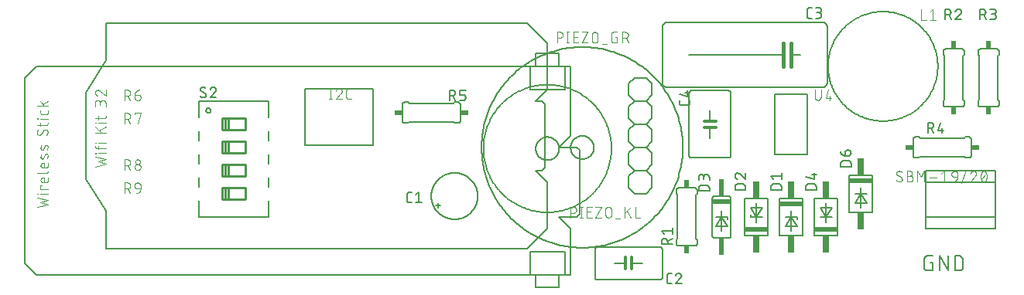
<source format=gbr>
G04 EAGLE Gerber RS-274X export*
G75*
%MOMM*%
%FSLAX34Y34*%
%LPD*%
%INSilkscreen Top*%
%IPPOS*%
%AMOC8*
5,1,8,0,0,1.08239X$1,22.5*%
G01*
%ADD10C,0.101600*%
%ADD11C,0.152400*%
%ADD12C,0.127000*%
%ADD13C,0.406400*%
%ADD14C,0.304800*%
%ADD15R,2.540000X0.508000*%
%ADD16R,0.762000X1.905000*%
%ADD17C,0.203200*%
%ADD18R,0.609600X0.863600*%
%ADD19R,0.863600X0.609600*%
%ADD20C,0.254000*%
%ADD21R,2.032000X0.508000*%
%ADD22R,0.508000X1.905000*%


D10*
X880703Y140208D02*
X880802Y140210D01*
X880902Y140216D01*
X881001Y140225D01*
X881099Y140238D01*
X881197Y140255D01*
X881295Y140276D01*
X881391Y140301D01*
X881486Y140329D01*
X881580Y140361D01*
X881673Y140396D01*
X881765Y140435D01*
X881855Y140478D01*
X881943Y140523D01*
X882030Y140573D01*
X882114Y140625D01*
X882197Y140681D01*
X882277Y140739D01*
X882355Y140801D01*
X882430Y140866D01*
X882503Y140934D01*
X882573Y141004D01*
X882641Y141077D01*
X882706Y141152D01*
X882768Y141230D01*
X882826Y141310D01*
X882882Y141393D01*
X882934Y141477D01*
X882984Y141564D01*
X883029Y141652D01*
X883072Y141742D01*
X883111Y141834D01*
X883146Y141927D01*
X883178Y142021D01*
X883206Y142116D01*
X883231Y142212D01*
X883252Y142310D01*
X883269Y142408D01*
X883282Y142506D01*
X883291Y142605D01*
X883297Y142705D01*
X883299Y142804D01*
X880703Y140208D02*
X880559Y140210D01*
X880414Y140216D01*
X880270Y140225D01*
X880127Y140238D01*
X879983Y140255D01*
X879840Y140276D01*
X879698Y140301D01*
X879557Y140329D01*
X879416Y140361D01*
X879276Y140397D01*
X879137Y140436D01*
X878999Y140479D01*
X878863Y140526D01*
X878727Y140576D01*
X878593Y140630D01*
X878461Y140687D01*
X878330Y140748D01*
X878201Y140812D01*
X878073Y140880D01*
X877947Y140950D01*
X877823Y141025D01*
X877702Y141102D01*
X877582Y141183D01*
X877464Y141266D01*
X877349Y141353D01*
X877236Y141443D01*
X877125Y141536D01*
X877017Y141631D01*
X876911Y141730D01*
X876808Y141831D01*
X877133Y149296D02*
X877135Y149395D01*
X877141Y149495D01*
X877150Y149594D01*
X877163Y149692D01*
X877180Y149790D01*
X877201Y149888D01*
X877226Y149984D01*
X877254Y150079D01*
X877286Y150173D01*
X877321Y150266D01*
X877360Y150358D01*
X877403Y150448D01*
X877448Y150536D01*
X877498Y150623D01*
X877550Y150707D01*
X877606Y150790D01*
X877664Y150870D01*
X877726Y150948D01*
X877791Y151023D01*
X877859Y151096D01*
X877929Y151166D01*
X878002Y151234D01*
X878077Y151299D01*
X878155Y151361D01*
X878235Y151419D01*
X878318Y151475D01*
X878402Y151527D01*
X878489Y151577D01*
X878577Y151622D01*
X878667Y151665D01*
X878759Y151704D01*
X878852Y151739D01*
X878946Y151771D01*
X879041Y151799D01*
X879138Y151824D01*
X879235Y151845D01*
X879333Y151862D01*
X879431Y151875D01*
X879530Y151884D01*
X879630Y151890D01*
X879729Y151892D01*
X879865Y151890D01*
X880001Y151884D01*
X880137Y151875D01*
X880273Y151862D01*
X880408Y151844D01*
X880542Y151824D01*
X880676Y151799D01*
X880810Y151771D01*
X880942Y151738D01*
X881073Y151703D01*
X881204Y151663D01*
X881333Y151620D01*
X881461Y151574D01*
X881587Y151523D01*
X881713Y151470D01*
X881836Y151412D01*
X881958Y151352D01*
X882078Y151288D01*
X882197Y151220D01*
X882313Y151150D01*
X882427Y151076D01*
X882540Y150999D01*
X882650Y150918D01*
X878431Y147024D02*
X878345Y147077D01*
X878261Y147134D01*
X878179Y147193D01*
X878099Y147256D01*
X878022Y147322D01*
X877947Y147390D01*
X877875Y147462D01*
X877806Y147536D01*
X877740Y147613D01*
X877677Y147692D01*
X877617Y147774D01*
X877560Y147858D01*
X877506Y147944D01*
X877456Y148032D01*
X877409Y148122D01*
X877365Y148213D01*
X877326Y148307D01*
X877289Y148401D01*
X877257Y148497D01*
X877228Y148595D01*
X877203Y148693D01*
X877182Y148792D01*
X877164Y148892D01*
X877151Y148992D01*
X877141Y149093D01*
X877135Y149195D01*
X877133Y149296D01*
X882001Y145076D02*
X882087Y145023D01*
X882171Y144966D01*
X882253Y144907D01*
X882333Y144844D01*
X882410Y144778D01*
X882485Y144710D01*
X882557Y144638D01*
X882626Y144564D01*
X882692Y144487D01*
X882755Y144408D01*
X882815Y144326D01*
X882872Y144242D01*
X882926Y144156D01*
X882976Y144068D01*
X883023Y143978D01*
X883067Y143887D01*
X883106Y143793D01*
X883143Y143699D01*
X883175Y143603D01*
X883204Y143505D01*
X883229Y143407D01*
X883250Y143308D01*
X883268Y143208D01*
X883281Y143108D01*
X883291Y143007D01*
X883297Y142905D01*
X883299Y142804D01*
X882001Y145076D02*
X878431Y147024D01*
X888407Y146699D02*
X891653Y146699D01*
X891653Y146700D02*
X891766Y146698D01*
X891879Y146692D01*
X891992Y146682D01*
X892105Y146668D01*
X892217Y146651D01*
X892328Y146629D01*
X892438Y146604D01*
X892548Y146574D01*
X892656Y146541D01*
X892763Y146504D01*
X892869Y146464D01*
X892973Y146419D01*
X893076Y146371D01*
X893177Y146320D01*
X893276Y146265D01*
X893373Y146207D01*
X893468Y146145D01*
X893561Y146080D01*
X893651Y146012D01*
X893739Y145941D01*
X893825Y145866D01*
X893908Y145789D01*
X893988Y145709D01*
X894065Y145626D01*
X894140Y145540D01*
X894211Y145452D01*
X894279Y145362D01*
X894344Y145269D01*
X894406Y145174D01*
X894464Y145077D01*
X894519Y144978D01*
X894570Y144877D01*
X894618Y144774D01*
X894663Y144670D01*
X894703Y144564D01*
X894740Y144457D01*
X894773Y144349D01*
X894803Y144239D01*
X894828Y144129D01*
X894850Y144018D01*
X894867Y143906D01*
X894881Y143793D01*
X894891Y143680D01*
X894897Y143567D01*
X894899Y143454D01*
X894897Y143341D01*
X894891Y143228D01*
X894881Y143115D01*
X894867Y143002D01*
X894850Y142890D01*
X894828Y142779D01*
X894803Y142669D01*
X894773Y142559D01*
X894740Y142451D01*
X894703Y142344D01*
X894663Y142238D01*
X894618Y142134D01*
X894570Y142031D01*
X894519Y141930D01*
X894464Y141831D01*
X894406Y141734D01*
X894344Y141639D01*
X894279Y141546D01*
X894211Y141456D01*
X894140Y141368D01*
X894065Y141282D01*
X893988Y141199D01*
X893908Y141119D01*
X893825Y141042D01*
X893739Y140967D01*
X893651Y140896D01*
X893561Y140828D01*
X893468Y140763D01*
X893373Y140701D01*
X893276Y140643D01*
X893177Y140588D01*
X893076Y140537D01*
X892973Y140489D01*
X892869Y140444D01*
X892763Y140404D01*
X892656Y140367D01*
X892548Y140334D01*
X892438Y140304D01*
X892328Y140279D01*
X892217Y140257D01*
X892105Y140240D01*
X891992Y140226D01*
X891879Y140216D01*
X891766Y140210D01*
X891653Y140208D01*
X888407Y140208D01*
X888407Y151892D01*
X891653Y151892D01*
X891754Y151890D01*
X891854Y151884D01*
X891954Y151874D01*
X892054Y151861D01*
X892153Y151843D01*
X892252Y151822D01*
X892349Y151797D01*
X892446Y151768D01*
X892541Y151735D01*
X892635Y151699D01*
X892727Y151659D01*
X892818Y151616D01*
X892907Y151569D01*
X892994Y151519D01*
X893080Y151465D01*
X893163Y151408D01*
X893243Y151348D01*
X893322Y151285D01*
X893398Y151218D01*
X893471Y151149D01*
X893541Y151077D01*
X893609Y151003D01*
X893674Y150926D01*
X893735Y150846D01*
X893794Y150764D01*
X893849Y150680D01*
X893901Y150594D01*
X893950Y150506D01*
X893995Y150416D01*
X894037Y150324D01*
X894075Y150231D01*
X894109Y150136D01*
X894140Y150041D01*
X894167Y149944D01*
X894190Y149846D01*
X894210Y149747D01*
X894225Y149647D01*
X894237Y149547D01*
X894245Y149447D01*
X894249Y149346D01*
X894249Y149246D01*
X894245Y149145D01*
X894237Y149045D01*
X894225Y148945D01*
X894210Y148845D01*
X894190Y148746D01*
X894167Y148648D01*
X894140Y148551D01*
X894109Y148456D01*
X894075Y148361D01*
X894037Y148268D01*
X893995Y148176D01*
X893950Y148086D01*
X893901Y147998D01*
X893849Y147912D01*
X893794Y147828D01*
X893735Y147746D01*
X893674Y147666D01*
X893609Y147589D01*
X893541Y147515D01*
X893471Y147443D01*
X893398Y147374D01*
X893322Y147307D01*
X893243Y147244D01*
X893163Y147184D01*
X893080Y147127D01*
X892994Y147073D01*
X892907Y147023D01*
X892818Y146976D01*
X892727Y146933D01*
X892635Y146893D01*
X892541Y146857D01*
X892446Y146824D01*
X892349Y146795D01*
X892252Y146770D01*
X892153Y146749D01*
X892054Y146731D01*
X891954Y146718D01*
X891854Y146708D01*
X891754Y146702D01*
X891653Y146700D01*
X899781Y151892D02*
X899781Y140208D01*
X903676Y145401D02*
X899781Y151892D01*
X903676Y145401D02*
X907570Y151892D01*
X907570Y140208D01*
X913116Y144752D02*
X920905Y144752D01*
X925957Y149296D02*
X929202Y151892D01*
X929202Y140208D01*
X925957Y140208D02*
X932448Y140208D01*
X939983Y145401D02*
X943878Y145401D01*
X939983Y145401D02*
X939884Y145403D01*
X939784Y145409D01*
X939685Y145418D01*
X939587Y145431D01*
X939489Y145448D01*
X939391Y145469D01*
X939295Y145494D01*
X939200Y145522D01*
X939106Y145554D01*
X939013Y145589D01*
X938921Y145628D01*
X938831Y145671D01*
X938743Y145716D01*
X938656Y145766D01*
X938572Y145818D01*
X938489Y145874D01*
X938409Y145932D01*
X938331Y145994D01*
X938256Y146059D01*
X938183Y146127D01*
X938113Y146197D01*
X938045Y146270D01*
X937980Y146345D01*
X937918Y146423D01*
X937860Y146503D01*
X937804Y146586D01*
X937752Y146670D01*
X937702Y146757D01*
X937657Y146845D01*
X937614Y146935D01*
X937575Y147027D01*
X937540Y147120D01*
X937508Y147214D01*
X937480Y147309D01*
X937455Y147405D01*
X937434Y147503D01*
X937417Y147601D01*
X937404Y147699D01*
X937395Y147798D01*
X937389Y147898D01*
X937387Y147997D01*
X937387Y148646D01*
X937386Y148646D02*
X937388Y148759D01*
X937394Y148872D01*
X937404Y148985D01*
X937418Y149098D01*
X937435Y149210D01*
X937457Y149321D01*
X937482Y149431D01*
X937512Y149541D01*
X937545Y149649D01*
X937582Y149756D01*
X937622Y149862D01*
X937667Y149966D01*
X937715Y150069D01*
X937766Y150170D01*
X937821Y150269D01*
X937879Y150366D01*
X937941Y150461D01*
X938006Y150554D01*
X938074Y150644D01*
X938145Y150732D01*
X938220Y150818D01*
X938297Y150901D01*
X938377Y150981D01*
X938460Y151058D01*
X938546Y151133D01*
X938634Y151204D01*
X938724Y151272D01*
X938817Y151337D01*
X938912Y151399D01*
X939009Y151457D01*
X939108Y151512D01*
X939209Y151563D01*
X939312Y151611D01*
X939416Y151656D01*
X939522Y151696D01*
X939629Y151733D01*
X939737Y151766D01*
X939847Y151796D01*
X939957Y151821D01*
X940068Y151843D01*
X940180Y151860D01*
X940293Y151874D01*
X940406Y151884D01*
X940519Y151890D01*
X940632Y151892D01*
X940745Y151890D01*
X940858Y151884D01*
X940971Y151874D01*
X941084Y151860D01*
X941196Y151843D01*
X941307Y151821D01*
X941417Y151796D01*
X941527Y151766D01*
X941635Y151733D01*
X941742Y151696D01*
X941848Y151656D01*
X941952Y151611D01*
X942055Y151563D01*
X942156Y151512D01*
X942255Y151457D01*
X942352Y151399D01*
X942447Y151337D01*
X942540Y151272D01*
X942630Y151204D01*
X942718Y151133D01*
X942804Y151058D01*
X942887Y150981D01*
X942967Y150901D01*
X943044Y150818D01*
X943119Y150732D01*
X943190Y150644D01*
X943258Y150554D01*
X943323Y150461D01*
X943385Y150366D01*
X943443Y150269D01*
X943498Y150170D01*
X943549Y150069D01*
X943597Y149966D01*
X943642Y149862D01*
X943682Y149756D01*
X943719Y149649D01*
X943752Y149541D01*
X943782Y149431D01*
X943807Y149321D01*
X943829Y149210D01*
X943846Y149098D01*
X943860Y148985D01*
X943870Y148872D01*
X943876Y148759D01*
X943878Y148646D01*
X943878Y145401D01*
X943876Y145258D01*
X943870Y145115D01*
X943860Y144972D01*
X943846Y144830D01*
X943829Y144688D01*
X943807Y144546D01*
X943782Y144405D01*
X943752Y144265D01*
X943719Y144126D01*
X943682Y143988D01*
X943641Y143851D01*
X943597Y143715D01*
X943548Y143580D01*
X943496Y143447D01*
X943441Y143315D01*
X943381Y143185D01*
X943318Y143056D01*
X943252Y142929D01*
X943182Y142804D01*
X943109Y142682D01*
X943032Y142561D01*
X942952Y142442D01*
X942869Y142326D01*
X942783Y142211D01*
X942694Y142100D01*
X942601Y141990D01*
X942506Y141884D01*
X942407Y141780D01*
X942306Y141679D01*
X942202Y141580D01*
X942096Y141485D01*
X941986Y141392D01*
X941875Y141303D01*
X941760Y141217D01*
X941644Y141134D01*
X941525Y141054D01*
X941404Y140977D01*
X941282Y140904D01*
X941157Y140834D01*
X941030Y140768D01*
X940901Y140705D01*
X940771Y140645D01*
X940639Y140590D01*
X940506Y140538D01*
X940371Y140489D01*
X940235Y140445D01*
X940098Y140404D01*
X939960Y140367D01*
X939821Y140334D01*
X939681Y140304D01*
X939540Y140279D01*
X939398Y140257D01*
X939256Y140240D01*
X939114Y140226D01*
X938971Y140216D01*
X938828Y140210D01*
X938685Y140208D01*
X948323Y138910D02*
X953516Y153190D01*
X961531Y151892D02*
X961638Y151890D01*
X961744Y151884D01*
X961850Y151874D01*
X961956Y151861D01*
X962062Y151843D01*
X962166Y151822D01*
X962270Y151797D01*
X962373Y151768D01*
X962474Y151736D01*
X962574Y151699D01*
X962673Y151659D01*
X962771Y151616D01*
X962867Y151569D01*
X962961Y151518D01*
X963053Y151464D01*
X963143Y151407D01*
X963231Y151347D01*
X963316Y151283D01*
X963399Y151216D01*
X963480Y151146D01*
X963558Y151074D01*
X963634Y150998D01*
X963706Y150920D01*
X963776Y150839D01*
X963843Y150756D01*
X963907Y150671D01*
X963967Y150583D01*
X964024Y150493D01*
X964078Y150401D01*
X964129Y150307D01*
X964176Y150211D01*
X964219Y150113D01*
X964259Y150014D01*
X964296Y149914D01*
X964328Y149813D01*
X964357Y149710D01*
X964382Y149606D01*
X964403Y149502D01*
X964421Y149396D01*
X964434Y149290D01*
X964444Y149184D01*
X964450Y149078D01*
X964452Y148971D01*
X961531Y151892D02*
X961410Y151890D01*
X961289Y151884D01*
X961169Y151874D01*
X961048Y151861D01*
X960929Y151843D01*
X960809Y151822D01*
X960691Y151797D01*
X960574Y151768D01*
X960457Y151735D01*
X960342Y151699D01*
X960228Y151658D01*
X960115Y151615D01*
X960003Y151567D01*
X959894Y151516D01*
X959786Y151461D01*
X959679Y151403D01*
X959575Y151342D01*
X959473Y151277D01*
X959373Y151209D01*
X959275Y151138D01*
X959179Y151064D01*
X959086Y150987D01*
X958996Y150906D01*
X958908Y150823D01*
X958823Y150737D01*
X958740Y150648D01*
X958661Y150557D01*
X958584Y150463D01*
X958511Y150367D01*
X958441Y150269D01*
X958374Y150168D01*
X958310Y150065D01*
X958250Y149960D01*
X958193Y149853D01*
X958139Y149745D01*
X958089Y149635D01*
X958043Y149523D01*
X958000Y149410D01*
X957961Y149295D01*
X963478Y146699D02*
X963557Y146776D01*
X963633Y146857D01*
X963706Y146940D01*
X963776Y147025D01*
X963843Y147113D01*
X963907Y147203D01*
X963967Y147295D01*
X964024Y147390D01*
X964078Y147486D01*
X964129Y147584D01*
X964176Y147684D01*
X964220Y147786D01*
X964260Y147889D01*
X964296Y147993D01*
X964328Y148099D01*
X964357Y148205D01*
X964382Y148313D01*
X964404Y148421D01*
X964421Y148531D01*
X964435Y148640D01*
X964444Y148750D01*
X964450Y148861D01*
X964452Y148971D01*
X963478Y146699D02*
X957961Y140208D01*
X964452Y140208D01*
X969391Y146050D02*
X969394Y146280D01*
X969402Y146510D01*
X969416Y146739D01*
X969435Y146968D01*
X969460Y147197D01*
X969490Y147424D01*
X969525Y147652D01*
X969566Y147878D01*
X969612Y148103D01*
X969664Y148327D01*
X969721Y148549D01*
X969783Y148771D01*
X969851Y148990D01*
X969924Y149208D01*
X970002Y149425D01*
X970085Y149639D01*
X970173Y149851D01*
X970266Y150061D01*
X970365Y150269D01*
X970364Y150269D02*
X970397Y150359D01*
X970433Y150448D01*
X970473Y150536D01*
X970517Y150621D01*
X970564Y150705D01*
X970614Y150787D01*
X970668Y150867D01*
X970724Y150944D01*
X970784Y151020D01*
X970847Y151093D01*
X970912Y151163D01*
X970981Y151231D01*
X971052Y151295D01*
X971125Y151357D01*
X971201Y151416D01*
X971279Y151472D01*
X971360Y151525D01*
X971442Y151574D01*
X971526Y151620D01*
X971613Y151663D01*
X971700Y151702D01*
X971790Y151738D01*
X971880Y151770D01*
X971972Y151798D01*
X972065Y151823D01*
X972159Y151844D01*
X972253Y151861D01*
X972348Y151875D01*
X972444Y151884D01*
X972540Y151890D01*
X972636Y151892D01*
X972732Y151890D01*
X972828Y151884D01*
X972924Y151875D01*
X973019Y151861D01*
X973113Y151844D01*
X973207Y151823D01*
X973300Y151798D01*
X973392Y151770D01*
X973482Y151738D01*
X973572Y151702D01*
X973659Y151663D01*
X973746Y151620D01*
X973830Y151574D01*
X973912Y151525D01*
X973993Y151472D01*
X974071Y151416D01*
X974147Y151357D01*
X974220Y151295D01*
X974291Y151231D01*
X974360Y151163D01*
X974425Y151093D01*
X974488Y151020D01*
X974548Y150944D01*
X974604Y150867D01*
X974658Y150787D01*
X974708Y150705D01*
X974755Y150621D01*
X974799Y150536D01*
X974839Y150448D01*
X974875Y150359D01*
X974908Y150269D01*
X975007Y150062D01*
X975100Y149852D01*
X975188Y149639D01*
X975271Y149425D01*
X975349Y149209D01*
X975422Y148991D01*
X975490Y148771D01*
X975552Y148550D01*
X975609Y148327D01*
X975661Y148103D01*
X975707Y147878D01*
X975748Y147652D01*
X975783Y147425D01*
X975813Y147197D01*
X975838Y146968D01*
X975857Y146739D01*
X975871Y146510D01*
X975879Y146280D01*
X975882Y146050D01*
X969391Y146050D02*
X969394Y145820D01*
X969402Y145590D01*
X969416Y145361D01*
X969435Y145132D01*
X969460Y144903D01*
X969490Y144675D01*
X969525Y144448D01*
X969566Y144222D01*
X969612Y143997D01*
X969664Y143773D01*
X969721Y143550D01*
X969783Y143329D01*
X969851Y143109D01*
X969924Y142891D01*
X970002Y142675D01*
X970085Y142461D01*
X970173Y142249D01*
X970266Y142038D01*
X970365Y141831D01*
X970364Y141831D02*
X970397Y141741D01*
X970433Y141652D01*
X970474Y141564D01*
X970517Y141479D01*
X970564Y141395D01*
X970614Y141313D01*
X970668Y141233D01*
X970724Y141156D01*
X970784Y141080D01*
X970847Y141007D01*
X970912Y140937D01*
X970981Y140869D01*
X971052Y140805D01*
X971125Y140743D01*
X971201Y140684D01*
X971279Y140628D01*
X971360Y140575D01*
X971442Y140526D01*
X971526Y140480D01*
X971613Y140437D01*
X971700Y140398D01*
X971790Y140362D01*
X971880Y140330D01*
X971972Y140302D01*
X972065Y140277D01*
X972159Y140256D01*
X972253Y140239D01*
X972348Y140225D01*
X972444Y140216D01*
X972540Y140210D01*
X972636Y140208D01*
X974908Y141831D02*
X975007Y142038D01*
X975100Y142249D01*
X975188Y142461D01*
X975271Y142675D01*
X975349Y142891D01*
X975422Y143109D01*
X975490Y143329D01*
X975552Y143550D01*
X975609Y143773D01*
X975661Y143997D01*
X975707Y144222D01*
X975748Y144448D01*
X975783Y144675D01*
X975813Y144903D01*
X975838Y145132D01*
X975857Y145361D01*
X975871Y145590D01*
X975879Y145820D01*
X975882Y146050D01*
X974908Y141831D02*
X974875Y141741D01*
X974839Y141652D01*
X974799Y141564D01*
X974755Y141479D01*
X974708Y141395D01*
X974658Y141313D01*
X974604Y141233D01*
X974548Y141156D01*
X974488Y141080D01*
X974425Y141007D01*
X974360Y140937D01*
X974291Y140869D01*
X974220Y140805D01*
X974147Y140743D01*
X974071Y140684D01*
X973993Y140628D01*
X973912Y140575D01*
X973830Y140526D01*
X973746Y140480D01*
X973659Y140437D01*
X973572Y140398D01*
X973482Y140362D01*
X973392Y140330D01*
X973300Y140302D01*
X973207Y140277D01*
X973113Y140256D01*
X973019Y140239D01*
X972924Y140225D01*
X972828Y140216D01*
X972732Y140210D01*
X972636Y140208D01*
X970040Y142804D02*
X975233Y149296D01*
D11*
X916573Y51703D02*
X913864Y51703D01*
X916573Y51703D02*
X916573Y42672D01*
X911154Y42672D01*
X911036Y42674D01*
X910918Y42680D01*
X910800Y42689D01*
X910683Y42703D01*
X910566Y42720D01*
X910449Y42741D01*
X910334Y42766D01*
X910219Y42795D01*
X910105Y42828D01*
X909993Y42864D01*
X909882Y42904D01*
X909772Y42947D01*
X909663Y42994D01*
X909556Y43044D01*
X909451Y43099D01*
X909348Y43156D01*
X909247Y43217D01*
X909147Y43281D01*
X909050Y43348D01*
X908955Y43418D01*
X908863Y43492D01*
X908772Y43568D01*
X908685Y43648D01*
X908600Y43730D01*
X908518Y43815D01*
X908438Y43902D01*
X908362Y43993D01*
X908288Y44085D01*
X908218Y44180D01*
X908151Y44277D01*
X908087Y44377D01*
X908026Y44478D01*
X907969Y44581D01*
X907914Y44686D01*
X907864Y44793D01*
X907817Y44902D01*
X907774Y45012D01*
X907734Y45123D01*
X907698Y45235D01*
X907665Y45349D01*
X907636Y45464D01*
X907611Y45579D01*
X907590Y45696D01*
X907573Y45813D01*
X907559Y45930D01*
X907550Y46048D01*
X907544Y46166D01*
X907542Y46284D01*
X907542Y55316D01*
X907544Y55434D01*
X907550Y55552D01*
X907559Y55670D01*
X907573Y55787D01*
X907590Y55904D01*
X907611Y56021D01*
X907636Y56136D01*
X907665Y56251D01*
X907698Y56365D01*
X907734Y56477D01*
X907774Y56588D01*
X907817Y56698D01*
X907864Y56807D01*
X907914Y56914D01*
X907968Y57019D01*
X908026Y57122D01*
X908087Y57223D01*
X908151Y57323D01*
X908218Y57420D01*
X908288Y57515D01*
X908362Y57607D01*
X908438Y57698D01*
X908518Y57785D01*
X908600Y57870D01*
X908685Y57952D01*
X908772Y58032D01*
X908863Y58108D01*
X908955Y58182D01*
X909050Y58252D01*
X909147Y58319D01*
X909247Y58383D01*
X909348Y58444D01*
X909451Y58501D01*
X909556Y58555D01*
X909663Y58606D01*
X909772Y58653D01*
X909882Y58696D01*
X909993Y58736D01*
X910105Y58772D01*
X910219Y58805D01*
X910334Y58834D01*
X910449Y58859D01*
X910566Y58880D01*
X910683Y58897D01*
X910800Y58911D01*
X910918Y58920D01*
X911036Y58926D01*
X911154Y58928D01*
X916573Y58928D01*
X924215Y58928D02*
X924215Y42672D01*
X933246Y42672D02*
X924215Y58928D01*
X933246Y58928D02*
X933246Y42672D01*
X940889Y42672D02*
X940889Y58928D01*
X945404Y58928D01*
X945535Y58926D01*
X945667Y58920D01*
X945798Y58911D01*
X945928Y58897D01*
X946059Y58880D01*
X946188Y58859D01*
X946317Y58835D01*
X946445Y58806D01*
X946573Y58774D01*
X946699Y58738D01*
X946824Y58699D01*
X946949Y58656D01*
X947071Y58609D01*
X947193Y58559D01*
X947313Y58505D01*
X947431Y58448D01*
X947547Y58387D01*
X947662Y58323D01*
X947775Y58256D01*
X947886Y58185D01*
X947994Y58111D01*
X948101Y58034D01*
X948205Y57954D01*
X948307Y57871D01*
X948406Y57786D01*
X948503Y57697D01*
X948597Y57605D01*
X948689Y57511D01*
X948778Y57414D01*
X948863Y57315D01*
X948946Y57213D01*
X949026Y57109D01*
X949103Y57002D01*
X949177Y56894D01*
X949248Y56783D01*
X949315Y56670D01*
X949379Y56555D01*
X949440Y56439D01*
X949497Y56321D01*
X949551Y56201D01*
X949601Y56079D01*
X949648Y55957D01*
X949691Y55832D01*
X949730Y55707D01*
X949766Y55581D01*
X949798Y55453D01*
X949827Y55325D01*
X949851Y55196D01*
X949872Y55067D01*
X949889Y54936D01*
X949903Y54806D01*
X949912Y54675D01*
X949918Y54543D01*
X949920Y54412D01*
X949920Y47188D01*
X949918Y47057D01*
X949912Y46925D01*
X949903Y46794D01*
X949889Y46664D01*
X949872Y46533D01*
X949851Y46404D01*
X949827Y46275D01*
X949798Y46147D01*
X949766Y46019D01*
X949730Y45893D01*
X949691Y45768D01*
X949648Y45643D01*
X949601Y45521D01*
X949551Y45399D01*
X949497Y45279D01*
X949440Y45161D01*
X949379Y45045D01*
X949315Y44930D01*
X949248Y44817D01*
X949177Y44706D01*
X949103Y44598D01*
X949026Y44491D01*
X948946Y44387D01*
X948863Y44285D01*
X948778Y44186D01*
X948689Y44089D01*
X948597Y43995D01*
X948503Y43903D01*
X948406Y43814D01*
X948307Y43729D01*
X948205Y43646D01*
X948101Y43566D01*
X947994Y43489D01*
X947886Y43415D01*
X947775Y43344D01*
X947662Y43277D01*
X947547Y43213D01*
X947431Y43152D01*
X947313Y43095D01*
X947193Y43041D01*
X947071Y42991D01*
X946949Y42944D01*
X946824Y42901D01*
X946699Y42862D01*
X946573Y42826D01*
X946445Y42794D01*
X946317Y42765D01*
X946188Y42741D01*
X946058Y42720D01*
X945928Y42703D01*
X945798Y42689D01*
X945667Y42680D01*
X945535Y42674D01*
X945404Y42672D01*
X940889Y42672D01*
X375920Y111760D02*
X375920Y116840D01*
X378460Y114300D02*
X373380Y114300D01*
X368300Y124460D02*
X368308Y125083D01*
X368331Y125706D01*
X368369Y126329D01*
X368422Y126950D01*
X368491Y127569D01*
X368575Y128187D01*
X368674Y128802D01*
X368788Y129415D01*
X368917Y130025D01*
X369061Y130632D01*
X369220Y131235D01*
X369394Y131833D01*
X369582Y132428D01*
X369785Y133017D01*
X370002Y133601D01*
X370233Y134180D01*
X370479Y134753D01*
X370739Y135320D01*
X371012Y135880D01*
X371299Y136433D01*
X371600Y136980D01*
X371914Y137518D01*
X372241Y138049D01*
X372581Y138571D01*
X372933Y139086D01*
X373299Y139591D01*
X373676Y140087D01*
X374066Y140574D01*
X374467Y141051D01*
X374880Y141518D01*
X375304Y141974D01*
X375739Y142421D01*
X376186Y142856D01*
X376642Y143280D01*
X377109Y143693D01*
X377586Y144094D01*
X378073Y144484D01*
X378569Y144861D01*
X379074Y145227D01*
X379589Y145579D01*
X380111Y145919D01*
X380642Y146246D01*
X381180Y146560D01*
X381727Y146861D01*
X382280Y147148D01*
X382840Y147421D01*
X383407Y147681D01*
X383980Y147927D01*
X384559Y148158D01*
X385143Y148375D01*
X385732Y148578D01*
X386327Y148766D01*
X386925Y148940D01*
X387528Y149099D01*
X388135Y149243D01*
X388745Y149372D01*
X389358Y149486D01*
X389973Y149585D01*
X390591Y149669D01*
X391210Y149738D01*
X391831Y149791D01*
X392454Y149829D01*
X393077Y149852D01*
X393700Y149860D01*
X394323Y149852D01*
X394946Y149829D01*
X395569Y149791D01*
X396190Y149738D01*
X396809Y149669D01*
X397427Y149585D01*
X398042Y149486D01*
X398655Y149372D01*
X399265Y149243D01*
X399872Y149099D01*
X400475Y148940D01*
X401073Y148766D01*
X401668Y148578D01*
X402257Y148375D01*
X402841Y148158D01*
X403420Y147927D01*
X403993Y147681D01*
X404560Y147421D01*
X405120Y147148D01*
X405673Y146861D01*
X406220Y146560D01*
X406758Y146246D01*
X407289Y145919D01*
X407811Y145579D01*
X408326Y145227D01*
X408831Y144861D01*
X409327Y144484D01*
X409814Y144094D01*
X410291Y143693D01*
X410758Y143280D01*
X411214Y142856D01*
X411661Y142421D01*
X412096Y141974D01*
X412520Y141518D01*
X412933Y141051D01*
X413334Y140574D01*
X413724Y140087D01*
X414101Y139591D01*
X414467Y139086D01*
X414819Y138571D01*
X415159Y138049D01*
X415486Y137518D01*
X415800Y136980D01*
X416101Y136433D01*
X416388Y135880D01*
X416661Y135320D01*
X416921Y134753D01*
X417167Y134180D01*
X417398Y133601D01*
X417615Y133017D01*
X417818Y132428D01*
X418006Y131833D01*
X418180Y131235D01*
X418339Y130632D01*
X418483Y130025D01*
X418612Y129415D01*
X418726Y128802D01*
X418825Y128187D01*
X418909Y127569D01*
X418978Y126950D01*
X419031Y126329D01*
X419069Y125706D01*
X419092Y125083D01*
X419100Y124460D01*
X419092Y123837D01*
X419069Y123214D01*
X419031Y122591D01*
X418978Y121970D01*
X418909Y121351D01*
X418825Y120733D01*
X418726Y120118D01*
X418612Y119505D01*
X418483Y118895D01*
X418339Y118288D01*
X418180Y117685D01*
X418006Y117087D01*
X417818Y116492D01*
X417615Y115903D01*
X417398Y115319D01*
X417167Y114740D01*
X416921Y114167D01*
X416661Y113600D01*
X416388Y113040D01*
X416101Y112487D01*
X415800Y111940D01*
X415486Y111402D01*
X415159Y110871D01*
X414819Y110349D01*
X414467Y109834D01*
X414101Y109329D01*
X413724Y108833D01*
X413334Y108346D01*
X412933Y107869D01*
X412520Y107402D01*
X412096Y106946D01*
X411661Y106499D01*
X411214Y106064D01*
X410758Y105640D01*
X410291Y105227D01*
X409814Y104826D01*
X409327Y104436D01*
X408831Y104059D01*
X408326Y103693D01*
X407811Y103341D01*
X407289Y103001D01*
X406758Y102674D01*
X406220Y102360D01*
X405673Y102059D01*
X405120Y101772D01*
X404560Y101499D01*
X403993Y101239D01*
X403420Y100993D01*
X402841Y100762D01*
X402257Y100545D01*
X401668Y100342D01*
X401073Y100154D01*
X400475Y99980D01*
X399872Y99821D01*
X399265Y99677D01*
X398655Y99548D01*
X398042Y99434D01*
X397427Y99335D01*
X396809Y99251D01*
X396190Y99182D01*
X395569Y99129D01*
X394946Y99091D01*
X394323Y99068D01*
X393700Y99060D01*
X393077Y99068D01*
X392454Y99091D01*
X391831Y99129D01*
X391210Y99182D01*
X390591Y99251D01*
X389973Y99335D01*
X389358Y99434D01*
X388745Y99548D01*
X388135Y99677D01*
X387528Y99821D01*
X386925Y99980D01*
X386327Y100154D01*
X385732Y100342D01*
X385143Y100545D01*
X384559Y100762D01*
X383980Y100993D01*
X383407Y101239D01*
X382840Y101499D01*
X382280Y101772D01*
X381727Y102059D01*
X381180Y102360D01*
X380642Y102674D01*
X380111Y103001D01*
X379589Y103341D01*
X379074Y103693D01*
X378569Y104059D01*
X378073Y104436D01*
X377586Y104826D01*
X377109Y105227D01*
X376642Y105640D01*
X376186Y106064D01*
X375739Y106499D01*
X375304Y106946D01*
X374880Y107402D01*
X374467Y107869D01*
X374066Y108346D01*
X373676Y108833D01*
X373299Y109329D01*
X372933Y109834D01*
X372581Y110349D01*
X372241Y110871D01*
X371914Y111402D01*
X371600Y111940D01*
X371299Y112487D01*
X371012Y113040D01*
X370739Y113600D01*
X370479Y114167D01*
X370233Y114740D01*
X370002Y115319D01*
X369785Y115903D01*
X369582Y116492D01*
X369394Y117087D01*
X369220Y117685D01*
X369061Y118288D01*
X368917Y118895D01*
X368788Y119505D01*
X368674Y120118D01*
X368575Y120733D01*
X368491Y121351D01*
X368422Y121970D01*
X368369Y122591D01*
X368331Y123214D01*
X368308Y123837D01*
X368300Y124460D01*
D12*
X346673Y117475D02*
X344133Y117475D01*
X344033Y117477D01*
X343934Y117483D01*
X343834Y117493D01*
X343736Y117506D01*
X343637Y117524D01*
X343540Y117545D01*
X343444Y117570D01*
X343348Y117599D01*
X343254Y117632D01*
X343161Y117668D01*
X343070Y117708D01*
X342980Y117752D01*
X342892Y117799D01*
X342806Y117849D01*
X342722Y117903D01*
X342640Y117960D01*
X342561Y118020D01*
X342483Y118084D01*
X342409Y118150D01*
X342337Y118219D01*
X342268Y118291D01*
X342202Y118365D01*
X342138Y118443D01*
X342078Y118522D01*
X342021Y118604D01*
X341967Y118688D01*
X341917Y118774D01*
X341870Y118862D01*
X341826Y118952D01*
X341786Y119043D01*
X341750Y119136D01*
X341717Y119230D01*
X341688Y119326D01*
X341663Y119422D01*
X341642Y119519D01*
X341624Y119618D01*
X341611Y119716D01*
X341601Y119816D01*
X341595Y119915D01*
X341593Y120015D01*
X341593Y126365D01*
X341595Y126465D01*
X341601Y126564D01*
X341611Y126664D01*
X341624Y126762D01*
X341642Y126861D01*
X341663Y126958D01*
X341688Y127054D01*
X341717Y127150D01*
X341750Y127244D01*
X341786Y127337D01*
X341826Y127428D01*
X341870Y127518D01*
X341917Y127606D01*
X341967Y127692D01*
X342021Y127776D01*
X342078Y127858D01*
X342138Y127937D01*
X342202Y128015D01*
X342268Y128089D01*
X342337Y128161D01*
X342409Y128230D01*
X342483Y128296D01*
X342561Y128360D01*
X342640Y128420D01*
X342722Y128477D01*
X342806Y128531D01*
X342892Y128581D01*
X342980Y128628D01*
X343070Y128672D01*
X343161Y128712D01*
X343254Y128748D01*
X343348Y128781D01*
X343444Y128810D01*
X343540Y128835D01*
X343637Y128856D01*
X343736Y128874D01*
X343834Y128887D01*
X343934Y128897D01*
X344033Y128903D01*
X344133Y128905D01*
X346673Y128905D01*
X351155Y126365D02*
X354330Y128905D01*
X354330Y117475D01*
X351155Y117475D02*
X357505Y117475D01*
D13*
X762000Y266700D02*
X762000Y279400D01*
X762000Y292100D01*
X753110Y279400D02*
X753110Y266700D01*
X753110Y279400D02*
X753110Y292100D01*
D11*
X753110Y279400D02*
X650240Y279400D01*
X762000Y279400D02*
X772160Y279400D01*
X621030Y248920D02*
X621030Y309880D01*
X626110Y314960D02*
X796290Y314960D01*
X801370Y309880D02*
X801370Y248920D01*
X796290Y243840D02*
X626110Y243840D01*
X625970Y243842D01*
X625830Y243848D01*
X625690Y243857D01*
X625551Y243871D01*
X625412Y243888D01*
X625274Y243909D01*
X625136Y243934D01*
X624999Y243963D01*
X624863Y243995D01*
X624728Y244032D01*
X624594Y244072D01*
X624461Y244115D01*
X624329Y244163D01*
X624198Y244213D01*
X624069Y244268D01*
X623942Y244326D01*
X623816Y244387D01*
X623692Y244452D01*
X623570Y244521D01*
X623450Y244592D01*
X623332Y244667D01*
X623215Y244745D01*
X623101Y244827D01*
X622990Y244911D01*
X622881Y244999D01*
X622774Y245089D01*
X622669Y245183D01*
X622568Y245279D01*
X622469Y245378D01*
X622373Y245479D01*
X622279Y245584D01*
X622189Y245691D01*
X622101Y245800D01*
X622017Y245911D01*
X621935Y246025D01*
X621857Y246142D01*
X621782Y246260D01*
X621711Y246380D01*
X621642Y246502D01*
X621577Y246626D01*
X621516Y246752D01*
X621458Y246879D01*
X621403Y247008D01*
X621353Y247139D01*
X621305Y247271D01*
X621262Y247404D01*
X621222Y247538D01*
X621185Y247673D01*
X621153Y247809D01*
X621124Y247946D01*
X621099Y248084D01*
X621078Y248222D01*
X621061Y248361D01*
X621047Y248500D01*
X621038Y248640D01*
X621032Y248780D01*
X621030Y248920D01*
X621030Y309880D02*
X621032Y310020D01*
X621038Y310160D01*
X621047Y310300D01*
X621061Y310439D01*
X621078Y310578D01*
X621099Y310716D01*
X621124Y310854D01*
X621153Y310991D01*
X621185Y311127D01*
X621222Y311262D01*
X621262Y311396D01*
X621305Y311529D01*
X621353Y311661D01*
X621403Y311792D01*
X621458Y311921D01*
X621516Y312048D01*
X621577Y312174D01*
X621642Y312298D01*
X621711Y312420D01*
X621782Y312540D01*
X621857Y312658D01*
X621935Y312775D01*
X622017Y312889D01*
X622101Y313000D01*
X622189Y313109D01*
X622279Y313216D01*
X622373Y313321D01*
X622469Y313422D01*
X622568Y313521D01*
X622669Y313617D01*
X622774Y313711D01*
X622881Y313801D01*
X622990Y313889D01*
X623101Y313973D01*
X623215Y314055D01*
X623332Y314133D01*
X623450Y314208D01*
X623570Y314279D01*
X623692Y314348D01*
X623816Y314413D01*
X623942Y314474D01*
X624069Y314532D01*
X624198Y314587D01*
X624329Y314637D01*
X624461Y314685D01*
X624594Y314728D01*
X624728Y314768D01*
X624863Y314805D01*
X624999Y314837D01*
X625136Y314866D01*
X625274Y314891D01*
X625412Y314912D01*
X625551Y314929D01*
X625690Y314943D01*
X625830Y314952D01*
X625970Y314958D01*
X626110Y314960D01*
X796290Y314960D02*
X796430Y314958D01*
X796570Y314952D01*
X796710Y314943D01*
X796849Y314929D01*
X796988Y314912D01*
X797126Y314891D01*
X797264Y314866D01*
X797401Y314837D01*
X797537Y314805D01*
X797672Y314768D01*
X797806Y314728D01*
X797939Y314685D01*
X798071Y314637D01*
X798202Y314587D01*
X798331Y314532D01*
X798458Y314474D01*
X798584Y314413D01*
X798708Y314348D01*
X798830Y314279D01*
X798950Y314208D01*
X799068Y314133D01*
X799185Y314055D01*
X799299Y313973D01*
X799410Y313889D01*
X799519Y313801D01*
X799626Y313711D01*
X799731Y313617D01*
X799832Y313521D01*
X799931Y313422D01*
X800027Y313321D01*
X800121Y313216D01*
X800211Y313109D01*
X800299Y313000D01*
X800383Y312889D01*
X800465Y312775D01*
X800543Y312658D01*
X800618Y312540D01*
X800689Y312420D01*
X800758Y312298D01*
X800823Y312174D01*
X800884Y312048D01*
X800942Y311921D01*
X800997Y311792D01*
X801047Y311661D01*
X801095Y311529D01*
X801138Y311396D01*
X801178Y311262D01*
X801215Y311127D01*
X801247Y310991D01*
X801276Y310854D01*
X801301Y310716D01*
X801322Y310578D01*
X801339Y310439D01*
X801353Y310300D01*
X801362Y310160D01*
X801368Y310020D01*
X801370Y309880D01*
X801370Y248920D02*
X801368Y248780D01*
X801362Y248640D01*
X801353Y248500D01*
X801339Y248361D01*
X801322Y248222D01*
X801301Y248084D01*
X801276Y247946D01*
X801247Y247809D01*
X801215Y247673D01*
X801178Y247538D01*
X801138Y247404D01*
X801095Y247271D01*
X801047Y247139D01*
X800997Y247008D01*
X800942Y246879D01*
X800884Y246752D01*
X800823Y246626D01*
X800758Y246502D01*
X800689Y246380D01*
X800618Y246260D01*
X800543Y246142D01*
X800465Y246025D01*
X800383Y245911D01*
X800299Y245800D01*
X800211Y245691D01*
X800121Y245584D01*
X800027Y245479D01*
X799931Y245378D01*
X799832Y245279D01*
X799731Y245183D01*
X799626Y245089D01*
X799519Y244999D01*
X799410Y244911D01*
X799299Y244827D01*
X799185Y244745D01*
X799068Y244667D01*
X798950Y244592D01*
X798830Y244521D01*
X798708Y244452D01*
X798584Y244387D01*
X798458Y244326D01*
X798331Y244268D01*
X798202Y244213D01*
X798071Y244163D01*
X797939Y244115D01*
X797806Y244072D01*
X797672Y244032D01*
X797537Y243995D01*
X797401Y243963D01*
X797264Y243934D01*
X797126Y243909D01*
X796988Y243888D01*
X796849Y243871D01*
X796710Y243857D01*
X796570Y243848D01*
X796430Y243842D01*
X796290Y243840D01*
D12*
X784225Y319405D02*
X781685Y319405D01*
X781585Y319407D01*
X781486Y319413D01*
X781386Y319423D01*
X781288Y319436D01*
X781189Y319454D01*
X781092Y319475D01*
X780996Y319500D01*
X780900Y319529D01*
X780806Y319562D01*
X780713Y319598D01*
X780622Y319638D01*
X780532Y319682D01*
X780444Y319729D01*
X780358Y319779D01*
X780274Y319833D01*
X780192Y319890D01*
X780113Y319950D01*
X780035Y320014D01*
X779961Y320080D01*
X779889Y320149D01*
X779820Y320221D01*
X779754Y320295D01*
X779690Y320373D01*
X779630Y320452D01*
X779573Y320534D01*
X779519Y320618D01*
X779469Y320704D01*
X779422Y320792D01*
X779378Y320882D01*
X779338Y320973D01*
X779302Y321066D01*
X779269Y321160D01*
X779240Y321256D01*
X779215Y321352D01*
X779194Y321449D01*
X779176Y321548D01*
X779163Y321646D01*
X779153Y321746D01*
X779147Y321845D01*
X779145Y321945D01*
X779145Y328295D01*
X779147Y328395D01*
X779153Y328494D01*
X779163Y328594D01*
X779176Y328692D01*
X779194Y328791D01*
X779215Y328888D01*
X779240Y328984D01*
X779269Y329080D01*
X779302Y329174D01*
X779338Y329267D01*
X779378Y329358D01*
X779422Y329448D01*
X779469Y329536D01*
X779519Y329622D01*
X779573Y329706D01*
X779630Y329788D01*
X779690Y329867D01*
X779754Y329945D01*
X779820Y330019D01*
X779889Y330091D01*
X779961Y330160D01*
X780035Y330226D01*
X780113Y330290D01*
X780192Y330350D01*
X780274Y330407D01*
X780358Y330461D01*
X780444Y330511D01*
X780532Y330558D01*
X780622Y330602D01*
X780713Y330642D01*
X780806Y330678D01*
X780900Y330711D01*
X780996Y330740D01*
X781092Y330765D01*
X781189Y330786D01*
X781288Y330804D01*
X781386Y330817D01*
X781486Y330827D01*
X781585Y330833D01*
X781685Y330835D01*
X784225Y330835D01*
X788707Y319405D02*
X791882Y319405D01*
X791993Y319407D01*
X792103Y319413D01*
X792214Y319422D01*
X792324Y319436D01*
X792433Y319453D01*
X792542Y319474D01*
X792650Y319499D01*
X792757Y319528D01*
X792863Y319560D01*
X792968Y319596D01*
X793071Y319636D01*
X793173Y319679D01*
X793274Y319726D01*
X793373Y319777D01*
X793470Y319830D01*
X793564Y319887D01*
X793657Y319948D01*
X793748Y320011D01*
X793837Y320078D01*
X793923Y320148D01*
X794006Y320221D01*
X794088Y320296D01*
X794166Y320374D01*
X794241Y320456D01*
X794314Y320539D01*
X794384Y320625D01*
X794451Y320714D01*
X794514Y320805D01*
X794575Y320898D01*
X794632Y320992D01*
X794685Y321089D01*
X794736Y321188D01*
X794783Y321289D01*
X794826Y321391D01*
X794866Y321494D01*
X794902Y321599D01*
X794934Y321705D01*
X794963Y321812D01*
X794988Y321920D01*
X795009Y322029D01*
X795026Y322138D01*
X795040Y322248D01*
X795049Y322359D01*
X795055Y322469D01*
X795057Y322580D01*
X795055Y322691D01*
X795049Y322801D01*
X795040Y322912D01*
X795026Y323022D01*
X795009Y323131D01*
X794988Y323240D01*
X794963Y323348D01*
X794934Y323455D01*
X794902Y323561D01*
X794866Y323666D01*
X794826Y323769D01*
X794783Y323871D01*
X794736Y323972D01*
X794685Y324071D01*
X794632Y324167D01*
X794575Y324262D01*
X794514Y324355D01*
X794451Y324446D01*
X794384Y324535D01*
X794314Y324621D01*
X794241Y324704D01*
X794166Y324786D01*
X794088Y324864D01*
X794006Y324939D01*
X793923Y325012D01*
X793837Y325082D01*
X793748Y325149D01*
X793657Y325212D01*
X793564Y325273D01*
X793470Y325330D01*
X793373Y325383D01*
X793274Y325434D01*
X793173Y325481D01*
X793071Y325524D01*
X792968Y325564D01*
X792863Y325600D01*
X792757Y325632D01*
X792650Y325661D01*
X792542Y325686D01*
X792433Y325707D01*
X792324Y325724D01*
X792214Y325738D01*
X792103Y325747D01*
X791993Y325753D01*
X791882Y325755D01*
X792517Y330835D02*
X788707Y330835D01*
X792517Y330835D02*
X792617Y330833D01*
X792716Y330827D01*
X792816Y330817D01*
X792914Y330804D01*
X793013Y330786D01*
X793110Y330765D01*
X793206Y330740D01*
X793302Y330711D01*
X793396Y330678D01*
X793489Y330642D01*
X793580Y330602D01*
X793670Y330558D01*
X793758Y330511D01*
X793844Y330461D01*
X793928Y330407D01*
X794010Y330350D01*
X794089Y330290D01*
X794167Y330226D01*
X794241Y330160D01*
X794313Y330091D01*
X794382Y330019D01*
X794448Y329945D01*
X794512Y329867D01*
X794572Y329788D01*
X794629Y329706D01*
X794683Y329622D01*
X794733Y329536D01*
X794780Y329448D01*
X794824Y329358D01*
X794864Y329267D01*
X794900Y329174D01*
X794933Y329080D01*
X794962Y328984D01*
X794987Y328888D01*
X795008Y328791D01*
X795026Y328692D01*
X795039Y328594D01*
X795049Y328494D01*
X795055Y328395D01*
X795057Y328295D01*
X795055Y328195D01*
X795049Y328096D01*
X795039Y327996D01*
X795026Y327898D01*
X795008Y327799D01*
X794987Y327702D01*
X794962Y327606D01*
X794933Y327510D01*
X794900Y327416D01*
X794864Y327323D01*
X794824Y327232D01*
X794780Y327142D01*
X794733Y327054D01*
X794683Y326968D01*
X794629Y326884D01*
X794572Y326802D01*
X794512Y326723D01*
X794448Y326645D01*
X794382Y326571D01*
X794313Y326499D01*
X794241Y326430D01*
X794167Y326364D01*
X794089Y326300D01*
X794010Y326240D01*
X793928Y326183D01*
X793844Y326129D01*
X793758Y326079D01*
X793670Y326032D01*
X793580Y325988D01*
X793489Y325948D01*
X793396Y325912D01*
X793302Y325879D01*
X793206Y325850D01*
X793110Y325825D01*
X793013Y325804D01*
X792914Y325786D01*
X792816Y325773D01*
X792716Y325763D01*
X792617Y325757D01*
X792517Y325755D01*
X789977Y325755D01*
D14*
X679450Y206248D02*
X673100Y206248D01*
X666750Y206248D01*
D11*
X673100Y206248D02*
X673100Y218440D01*
D14*
X673100Y199898D02*
X679450Y199898D01*
X673100Y199898D02*
X666750Y199898D01*
D11*
X673100Y199898D02*
X673100Y187960D01*
X693420Y240030D02*
X652780Y240030D01*
X650240Y237490D02*
X650240Y168910D01*
X652780Y166370D02*
X693420Y166370D01*
X695960Y168910D02*
X695960Y237490D01*
X695960Y168910D02*
X695958Y168810D01*
X695952Y168711D01*
X695942Y168611D01*
X695929Y168513D01*
X695911Y168414D01*
X695890Y168317D01*
X695865Y168221D01*
X695836Y168125D01*
X695803Y168031D01*
X695767Y167938D01*
X695727Y167847D01*
X695683Y167757D01*
X695636Y167669D01*
X695586Y167583D01*
X695532Y167499D01*
X695475Y167417D01*
X695415Y167338D01*
X695351Y167260D01*
X695285Y167186D01*
X695216Y167114D01*
X695144Y167045D01*
X695070Y166979D01*
X694992Y166915D01*
X694913Y166855D01*
X694831Y166798D01*
X694747Y166744D01*
X694661Y166694D01*
X694573Y166647D01*
X694483Y166603D01*
X694392Y166563D01*
X694299Y166527D01*
X694205Y166494D01*
X694109Y166465D01*
X694013Y166440D01*
X693916Y166419D01*
X693817Y166401D01*
X693719Y166388D01*
X693619Y166378D01*
X693520Y166372D01*
X693420Y166370D01*
X652780Y166370D02*
X652680Y166372D01*
X652581Y166378D01*
X652481Y166388D01*
X652383Y166401D01*
X652284Y166419D01*
X652187Y166440D01*
X652091Y166465D01*
X651995Y166494D01*
X651901Y166527D01*
X651808Y166563D01*
X651717Y166603D01*
X651627Y166647D01*
X651539Y166694D01*
X651453Y166744D01*
X651369Y166798D01*
X651287Y166855D01*
X651208Y166915D01*
X651130Y166979D01*
X651056Y167045D01*
X650984Y167114D01*
X650915Y167186D01*
X650849Y167260D01*
X650785Y167338D01*
X650725Y167417D01*
X650668Y167499D01*
X650614Y167583D01*
X650564Y167669D01*
X650517Y167757D01*
X650473Y167847D01*
X650433Y167938D01*
X650397Y168031D01*
X650364Y168125D01*
X650335Y168221D01*
X650310Y168317D01*
X650289Y168414D01*
X650271Y168513D01*
X650258Y168611D01*
X650248Y168711D01*
X650242Y168810D01*
X650240Y168910D01*
X650240Y237490D02*
X650242Y237590D01*
X650248Y237689D01*
X650258Y237789D01*
X650271Y237887D01*
X650289Y237986D01*
X650310Y238083D01*
X650335Y238179D01*
X650364Y238275D01*
X650397Y238369D01*
X650433Y238462D01*
X650473Y238553D01*
X650517Y238643D01*
X650564Y238731D01*
X650614Y238817D01*
X650668Y238901D01*
X650725Y238983D01*
X650785Y239062D01*
X650849Y239140D01*
X650915Y239214D01*
X650984Y239286D01*
X651056Y239355D01*
X651130Y239421D01*
X651208Y239485D01*
X651287Y239545D01*
X651369Y239602D01*
X651453Y239656D01*
X651539Y239706D01*
X651627Y239753D01*
X651717Y239797D01*
X651808Y239837D01*
X651901Y239873D01*
X651995Y239906D01*
X652091Y239935D01*
X652187Y239960D01*
X652284Y239981D01*
X652383Y239999D01*
X652481Y240012D01*
X652581Y240022D01*
X652680Y240028D01*
X652780Y240030D01*
X693420Y240030D02*
X693520Y240028D01*
X693619Y240022D01*
X693719Y240012D01*
X693817Y239999D01*
X693916Y239981D01*
X694013Y239960D01*
X694109Y239935D01*
X694205Y239906D01*
X694299Y239873D01*
X694392Y239837D01*
X694483Y239797D01*
X694573Y239753D01*
X694661Y239706D01*
X694747Y239656D01*
X694831Y239602D01*
X694913Y239545D01*
X694992Y239485D01*
X695070Y239421D01*
X695144Y239355D01*
X695216Y239286D01*
X695285Y239214D01*
X695351Y239140D01*
X695415Y239062D01*
X695475Y238983D01*
X695532Y238901D01*
X695586Y238817D01*
X695636Y238731D01*
X695683Y238643D01*
X695727Y238553D01*
X695767Y238462D01*
X695803Y238369D01*
X695836Y238275D01*
X695865Y238179D01*
X695890Y238083D01*
X695911Y237986D01*
X695929Y237887D01*
X695942Y237789D01*
X695952Y237689D01*
X695958Y237590D01*
X695960Y237490D01*
D12*
X650875Y229235D02*
X650875Y226695D01*
X650873Y226595D01*
X650867Y226496D01*
X650857Y226396D01*
X650844Y226298D01*
X650826Y226199D01*
X650805Y226102D01*
X650780Y226006D01*
X650751Y225910D01*
X650718Y225816D01*
X650682Y225723D01*
X650642Y225632D01*
X650598Y225542D01*
X650551Y225454D01*
X650501Y225368D01*
X650447Y225284D01*
X650390Y225202D01*
X650330Y225123D01*
X650266Y225045D01*
X650200Y224971D01*
X650131Y224899D01*
X650059Y224830D01*
X649985Y224764D01*
X649907Y224700D01*
X649828Y224640D01*
X649746Y224583D01*
X649662Y224529D01*
X649576Y224479D01*
X649488Y224432D01*
X649398Y224388D01*
X649307Y224348D01*
X649214Y224312D01*
X649120Y224279D01*
X649024Y224250D01*
X648928Y224225D01*
X648831Y224204D01*
X648732Y224186D01*
X648634Y224173D01*
X648534Y224163D01*
X648435Y224157D01*
X648335Y224155D01*
X641985Y224155D01*
X641885Y224157D01*
X641786Y224163D01*
X641686Y224173D01*
X641588Y224186D01*
X641489Y224204D01*
X641392Y224225D01*
X641296Y224250D01*
X641200Y224279D01*
X641106Y224312D01*
X641013Y224348D01*
X640922Y224388D01*
X640832Y224432D01*
X640744Y224479D01*
X640658Y224529D01*
X640574Y224583D01*
X640492Y224640D01*
X640413Y224700D01*
X640335Y224764D01*
X640261Y224830D01*
X640189Y224899D01*
X640120Y224971D01*
X640054Y225045D01*
X639990Y225123D01*
X639930Y225202D01*
X639873Y225284D01*
X639819Y225368D01*
X639769Y225454D01*
X639722Y225542D01*
X639678Y225632D01*
X639638Y225723D01*
X639602Y225816D01*
X639569Y225910D01*
X639540Y226006D01*
X639515Y226102D01*
X639494Y226199D01*
X639476Y226298D01*
X639463Y226396D01*
X639453Y226496D01*
X639447Y226595D01*
X639445Y226695D01*
X639445Y229235D01*
X639445Y236257D02*
X648335Y233717D01*
X648335Y240067D01*
X645795Y238162D02*
X650875Y238162D01*
D11*
X749300Y121920D02*
X749300Y81280D01*
X774700Y81280D01*
X774700Y121920D01*
X749300Y121920D01*
X762000Y107950D02*
X762000Y101600D01*
X768350Y91440D02*
X755650Y91440D01*
X762000Y101600D01*
X762000Y86360D01*
X768350Y91440D02*
X762000Y101600D01*
X755650Y101600D01*
X768350Y101600D02*
X768350Y99060D01*
X768350Y101600D02*
X762000Y101600D01*
D15*
X762000Y115570D03*
D16*
X762000Y71755D03*
X762000Y131445D03*
D12*
X751205Y131445D02*
X739775Y131445D01*
X739775Y134620D01*
X739777Y134731D01*
X739783Y134841D01*
X739792Y134952D01*
X739806Y135062D01*
X739823Y135171D01*
X739844Y135280D01*
X739869Y135388D01*
X739898Y135495D01*
X739930Y135601D01*
X739966Y135706D01*
X740006Y135809D01*
X740049Y135911D01*
X740096Y136012D01*
X740147Y136111D01*
X740200Y136208D01*
X740257Y136302D01*
X740318Y136395D01*
X740381Y136486D01*
X740448Y136575D01*
X740518Y136661D01*
X740591Y136744D01*
X740666Y136826D01*
X740744Y136904D01*
X740826Y136979D01*
X740909Y137052D01*
X740995Y137122D01*
X741084Y137189D01*
X741175Y137252D01*
X741268Y137313D01*
X741363Y137370D01*
X741459Y137423D01*
X741558Y137474D01*
X741659Y137521D01*
X741761Y137564D01*
X741864Y137604D01*
X741969Y137640D01*
X742075Y137672D01*
X742182Y137701D01*
X742290Y137726D01*
X742399Y137747D01*
X742508Y137764D01*
X742618Y137778D01*
X742729Y137787D01*
X742839Y137793D01*
X742950Y137795D01*
X748030Y137795D01*
X748141Y137793D01*
X748251Y137787D01*
X748362Y137778D01*
X748472Y137764D01*
X748581Y137747D01*
X748690Y137726D01*
X748798Y137701D01*
X748905Y137672D01*
X749011Y137640D01*
X749116Y137604D01*
X749219Y137564D01*
X749321Y137521D01*
X749422Y137474D01*
X749521Y137423D01*
X749618Y137370D01*
X749712Y137313D01*
X749805Y137252D01*
X749896Y137189D01*
X749985Y137122D01*
X750071Y137052D01*
X750154Y136979D01*
X750236Y136904D01*
X750314Y136826D01*
X750389Y136744D01*
X750462Y136661D01*
X750532Y136575D01*
X750599Y136486D01*
X750662Y136395D01*
X750723Y136302D01*
X750780Y136208D01*
X750833Y136111D01*
X750884Y136012D01*
X750931Y135911D01*
X750974Y135809D01*
X751014Y135706D01*
X751050Y135601D01*
X751082Y135495D01*
X751111Y135388D01*
X751136Y135280D01*
X751157Y135171D01*
X751174Y135062D01*
X751188Y134952D01*
X751197Y134841D01*
X751203Y134731D01*
X751205Y134620D01*
X751205Y131445D01*
X742315Y143256D02*
X739775Y146431D01*
X751205Y146431D01*
X751205Y143256D02*
X751205Y149606D01*
D11*
X736600Y121920D02*
X736600Y81280D01*
X736600Y121920D02*
X711200Y121920D01*
X711200Y81280D01*
X736600Y81280D01*
X723900Y95250D02*
X723900Y101600D01*
X717550Y111760D02*
X730250Y111760D01*
X723900Y101600D01*
X723900Y116840D01*
X717550Y111760D02*
X723900Y101600D01*
X730250Y101600D01*
X717550Y101600D02*
X717550Y104140D01*
X717550Y101600D02*
X723900Y101600D01*
D15*
X723900Y87630D03*
D16*
X723900Y131445D03*
X723900Y71755D03*
D12*
X711835Y131445D02*
X700405Y131445D01*
X700405Y134620D01*
X700407Y134731D01*
X700413Y134841D01*
X700422Y134952D01*
X700436Y135062D01*
X700453Y135171D01*
X700474Y135280D01*
X700499Y135388D01*
X700528Y135495D01*
X700560Y135601D01*
X700596Y135706D01*
X700636Y135809D01*
X700679Y135911D01*
X700726Y136012D01*
X700777Y136111D01*
X700830Y136208D01*
X700887Y136302D01*
X700948Y136395D01*
X701011Y136486D01*
X701078Y136575D01*
X701148Y136661D01*
X701221Y136744D01*
X701296Y136826D01*
X701374Y136904D01*
X701456Y136979D01*
X701539Y137052D01*
X701625Y137122D01*
X701714Y137189D01*
X701805Y137252D01*
X701898Y137313D01*
X701993Y137370D01*
X702089Y137423D01*
X702188Y137474D01*
X702289Y137521D01*
X702391Y137564D01*
X702494Y137604D01*
X702599Y137640D01*
X702705Y137672D01*
X702812Y137701D01*
X702920Y137726D01*
X703029Y137747D01*
X703138Y137764D01*
X703248Y137778D01*
X703359Y137787D01*
X703469Y137793D01*
X703580Y137795D01*
X708660Y137795D01*
X708771Y137793D01*
X708881Y137787D01*
X708992Y137778D01*
X709102Y137764D01*
X709211Y137747D01*
X709320Y137726D01*
X709428Y137701D01*
X709535Y137672D01*
X709641Y137640D01*
X709746Y137604D01*
X709849Y137564D01*
X709951Y137521D01*
X710052Y137474D01*
X710151Y137423D01*
X710248Y137370D01*
X710342Y137313D01*
X710435Y137252D01*
X710526Y137189D01*
X710615Y137122D01*
X710701Y137052D01*
X710784Y136979D01*
X710866Y136904D01*
X710944Y136826D01*
X711019Y136744D01*
X711092Y136661D01*
X711162Y136575D01*
X711229Y136486D01*
X711292Y136395D01*
X711353Y136302D01*
X711410Y136208D01*
X711463Y136111D01*
X711514Y136012D01*
X711561Y135911D01*
X711604Y135809D01*
X711644Y135706D01*
X711680Y135601D01*
X711712Y135495D01*
X711741Y135388D01*
X711766Y135280D01*
X711787Y135171D01*
X711804Y135062D01*
X711818Y134952D01*
X711827Y134841D01*
X711833Y134731D01*
X711835Y134620D01*
X711835Y131445D01*
X700405Y146749D02*
X700407Y146853D01*
X700413Y146958D01*
X700422Y147062D01*
X700435Y147165D01*
X700453Y147268D01*
X700473Y147370D01*
X700498Y147472D01*
X700526Y147572D01*
X700558Y147672D01*
X700594Y147770D01*
X700633Y147867D01*
X700675Y147962D01*
X700721Y148056D01*
X700771Y148148D01*
X700823Y148238D01*
X700879Y148326D01*
X700939Y148412D01*
X701001Y148496D01*
X701066Y148577D01*
X701134Y148656D01*
X701206Y148733D01*
X701279Y148806D01*
X701356Y148878D01*
X701435Y148946D01*
X701516Y149011D01*
X701600Y149073D01*
X701686Y149133D01*
X701774Y149189D01*
X701864Y149241D01*
X701956Y149291D01*
X702050Y149337D01*
X702145Y149379D01*
X702242Y149418D01*
X702340Y149454D01*
X702440Y149486D01*
X702540Y149514D01*
X702642Y149539D01*
X702744Y149559D01*
X702847Y149577D01*
X702950Y149590D01*
X703054Y149599D01*
X703159Y149605D01*
X703263Y149607D01*
X700405Y146749D02*
X700407Y146631D01*
X700413Y146512D01*
X700422Y146394D01*
X700435Y146277D01*
X700453Y146160D01*
X700473Y146043D01*
X700498Y145927D01*
X700526Y145812D01*
X700559Y145699D01*
X700594Y145586D01*
X700634Y145474D01*
X700676Y145364D01*
X700723Y145255D01*
X700773Y145147D01*
X700826Y145042D01*
X700883Y144938D01*
X700943Y144836D01*
X701006Y144736D01*
X701073Y144638D01*
X701142Y144542D01*
X701215Y144449D01*
X701291Y144358D01*
X701369Y144269D01*
X701451Y144183D01*
X701535Y144100D01*
X701621Y144019D01*
X701711Y143942D01*
X701802Y143867D01*
X701896Y143795D01*
X701993Y143726D01*
X702091Y143661D01*
X702192Y143598D01*
X702295Y143539D01*
X702399Y143483D01*
X702505Y143431D01*
X702613Y143382D01*
X702722Y143337D01*
X702833Y143295D01*
X702945Y143257D01*
X705485Y148654D02*
X705410Y148730D01*
X705331Y148805D01*
X705250Y148876D01*
X705166Y148945D01*
X705080Y149010D01*
X704992Y149072D01*
X704902Y149132D01*
X704810Y149188D01*
X704715Y149241D01*
X704619Y149290D01*
X704521Y149336D01*
X704422Y149379D01*
X704321Y149418D01*
X704219Y149453D01*
X704116Y149485D01*
X704012Y149513D01*
X703907Y149538D01*
X703800Y149559D01*
X703694Y149576D01*
X703587Y149589D01*
X703479Y149598D01*
X703371Y149604D01*
X703263Y149606D01*
X705485Y148654D02*
X711835Y143256D01*
X711835Y149606D01*
D11*
X812800Y121920D02*
X812800Y81280D01*
X812800Y121920D02*
X787400Y121920D01*
X787400Y81280D01*
X812800Y81280D01*
X800100Y95250D02*
X800100Y101600D01*
X793750Y111760D02*
X806450Y111760D01*
X800100Y101600D01*
X800100Y116840D01*
X793750Y111760D02*
X800100Y101600D01*
X793750Y101600D01*
X800100Y101600D02*
X806450Y101600D01*
D15*
X800100Y87630D03*
D16*
X800100Y131445D03*
X800100Y71755D03*
D12*
X789305Y131445D02*
X777875Y131445D01*
X777875Y134620D01*
X777877Y134731D01*
X777883Y134841D01*
X777892Y134952D01*
X777906Y135062D01*
X777923Y135171D01*
X777944Y135280D01*
X777969Y135388D01*
X777998Y135495D01*
X778030Y135601D01*
X778066Y135706D01*
X778106Y135809D01*
X778149Y135911D01*
X778196Y136012D01*
X778247Y136111D01*
X778300Y136208D01*
X778357Y136302D01*
X778418Y136395D01*
X778481Y136486D01*
X778548Y136575D01*
X778618Y136661D01*
X778691Y136744D01*
X778766Y136826D01*
X778844Y136904D01*
X778926Y136979D01*
X779009Y137052D01*
X779095Y137122D01*
X779184Y137189D01*
X779275Y137252D01*
X779368Y137313D01*
X779463Y137370D01*
X779559Y137423D01*
X779658Y137474D01*
X779759Y137521D01*
X779861Y137564D01*
X779964Y137604D01*
X780069Y137640D01*
X780175Y137672D01*
X780282Y137701D01*
X780390Y137726D01*
X780499Y137747D01*
X780608Y137764D01*
X780718Y137778D01*
X780829Y137787D01*
X780939Y137793D01*
X781050Y137795D01*
X786130Y137795D01*
X786241Y137793D01*
X786351Y137787D01*
X786462Y137778D01*
X786572Y137764D01*
X786681Y137747D01*
X786790Y137726D01*
X786898Y137701D01*
X787005Y137672D01*
X787111Y137640D01*
X787216Y137604D01*
X787319Y137564D01*
X787421Y137521D01*
X787522Y137474D01*
X787621Y137423D01*
X787718Y137370D01*
X787812Y137313D01*
X787905Y137252D01*
X787996Y137189D01*
X788085Y137122D01*
X788171Y137052D01*
X788254Y136979D01*
X788336Y136904D01*
X788414Y136826D01*
X788489Y136744D01*
X788562Y136661D01*
X788632Y136575D01*
X788699Y136486D01*
X788762Y136395D01*
X788823Y136302D01*
X788880Y136208D01*
X788933Y136111D01*
X788984Y136012D01*
X789031Y135911D01*
X789074Y135809D01*
X789114Y135706D01*
X789150Y135601D01*
X789182Y135495D01*
X789211Y135388D01*
X789236Y135280D01*
X789257Y135171D01*
X789274Y135062D01*
X789288Y134952D01*
X789297Y134841D01*
X789303Y134731D01*
X789305Y134620D01*
X789305Y131445D01*
X786765Y143256D02*
X777875Y145796D01*
X786765Y143256D02*
X786765Y149606D01*
X784225Y147701D02*
X789305Y147701D01*
D17*
X779780Y170430D02*
X744220Y170430D01*
X744220Y235970D01*
X779780Y235970D01*
X779780Y170430D01*
D10*
X787908Y232862D02*
X787908Y241300D01*
X787908Y232862D02*
X787910Y232749D01*
X787916Y232636D01*
X787926Y232523D01*
X787940Y232410D01*
X787957Y232298D01*
X787979Y232187D01*
X788004Y232077D01*
X788034Y231967D01*
X788067Y231859D01*
X788104Y231752D01*
X788144Y231646D01*
X788189Y231542D01*
X788237Y231439D01*
X788288Y231338D01*
X788343Y231239D01*
X788401Y231142D01*
X788463Y231047D01*
X788528Y230954D01*
X788596Y230864D01*
X788667Y230776D01*
X788742Y230690D01*
X788819Y230607D01*
X788899Y230527D01*
X788982Y230450D01*
X789068Y230375D01*
X789156Y230304D01*
X789246Y230236D01*
X789339Y230171D01*
X789434Y230109D01*
X789531Y230051D01*
X789630Y229996D01*
X789731Y229945D01*
X789834Y229897D01*
X789938Y229852D01*
X790044Y229812D01*
X790151Y229775D01*
X790259Y229742D01*
X790369Y229712D01*
X790479Y229687D01*
X790590Y229665D01*
X790702Y229648D01*
X790815Y229634D01*
X790928Y229624D01*
X791041Y229618D01*
X791154Y229616D01*
X791267Y229618D01*
X791380Y229624D01*
X791493Y229634D01*
X791606Y229648D01*
X791718Y229665D01*
X791829Y229687D01*
X791939Y229712D01*
X792049Y229742D01*
X792157Y229775D01*
X792264Y229812D01*
X792370Y229852D01*
X792474Y229897D01*
X792577Y229945D01*
X792678Y229996D01*
X792777Y230051D01*
X792874Y230109D01*
X792969Y230171D01*
X793062Y230236D01*
X793152Y230304D01*
X793240Y230375D01*
X793326Y230450D01*
X793409Y230527D01*
X793489Y230607D01*
X793566Y230690D01*
X793641Y230776D01*
X793712Y230864D01*
X793780Y230954D01*
X793845Y231047D01*
X793907Y231142D01*
X793965Y231239D01*
X794020Y231338D01*
X794071Y231439D01*
X794119Y231542D01*
X794164Y231646D01*
X794204Y231752D01*
X794241Y231859D01*
X794274Y231967D01*
X794304Y232077D01*
X794329Y232187D01*
X794351Y232298D01*
X794368Y232410D01*
X794382Y232523D01*
X794392Y232636D01*
X794398Y232749D01*
X794400Y232862D01*
X794399Y232862D02*
X794399Y241300D01*
X802315Y241300D02*
X799719Y232212D01*
X806210Y232212D01*
X804263Y234809D02*
X804263Y229616D01*
D11*
X948690Y285750D02*
X948790Y285748D01*
X948889Y285742D01*
X948989Y285732D01*
X949087Y285719D01*
X949186Y285701D01*
X949283Y285680D01*
X949379Y285655D01*
X949475Y285626D01*
X949569Y285593D01*
X949662Y285557D01*
X949753Y285517D01*
X949843Y285473D01*
X949931Y285426D01*
X950017Y285376D01*
X950101Y285322D01*
X950183Y285265D01*
X950262Y285205D01*
X950340Y285141D01*
X950414Y285075D01*
X950486Y285006D01*
X950555Y284934D01*
X950621Y284860D01*
X950685Y284782D01*
X950745Y284703D01*
X950802Y284621D01*
X950856Y284537D01*
X950906Y284451D01*
X950953Y284363D01*
X950997Y284273D01*
X951037Y284182D01*
X951073Y284089D01*
X951106Y283995D01*
X951135Y283899D01*
X951160Y283803D01*
X951181Y283706D01*
X951199Y283607D01*
X951212Y283509D01*
X951222Y283409D01*
X951228Y283310D01*
X951230Y283210D01*
X930910Y285750D02*
X930810Y285748D01*
X930711Y285742D01*
X930611Y285732D01*
X930513Y285719D01*
X930414Y285701D01*
X930317Y285680D01*
X930221Y285655D01*
X930125Y285626D01*
X930031Y285593D01*
X929938Y285557D01*
X929847Y285517D01*
X929757Y285473D01*
X929669Y285426D01*
X929583Y285376D01*
X929499Y285322D01*
X929417Y285265D01*
X929338Y285205D01*
X929260Y285141D01*
X929186Y285075D01*
X929114Y285006D01*
X929045Y284934D01*
X928979Y284860D01*
X928915Y284782D01*
X928855Y284703D01*
X928798Y284621D01*
X928744Y284537D01*
X928694Y284451D01*
X928647Y284363D01*
X928603Y284273D01*
X928563Y284182D01*
X928527Y284089D01*
X928494Y283995D01*
X928465Y283899D01*
X928440Y283803D01*
X928419Y283706D01*
X928401Y283607D01*
X928388Y283509D01*
X928378Y283409D01*
X928372Y283310D01*
X928370Y283210D01*
X928370Y224790D02*
X928372Y224690D01*
X928378Y224591D01*
X928388Y224491D01*
X928401Y224393D01*
X928419Y224294D01*
X928440Y224197D01*
X928465Y224101D01*
X928494Y224005D01*
X928527Y223911D01*
X928563Y223818D01*
X928603Y223727D01*
X928647Y223637D01*
X928694Y223549D01*
X928744Y223463D01*
X928798Y223379D01*
X928855Y223297D01*
X928915Y223218D01*
X928979Y223140D01*
X929045Y223066D01*
X929114Y222994D01*
X929186Y222925D01*
X929260Y222859D01*
X929338Y222795D01*
X929417Y222735D01*
X929499Y222678D01*
X929583Y222624D01*
X929669Y222574D01*
X929757Y222527D01*
X929847Y222483D01*
X929938Y222443D01*
X930031Y222407D01*
X930125Y222374D01*
X930221Y222345D01*
X930317Y222320D01*
X930414Y222299D01*
X930513Y222281D01*
X930611Y222268D01*
X930711Y222258D01*
X930810Y222252D01*
X930910Y222250D01*
X948690Y222250D02*
X948790Y222252D01*
X948889Y222258D01*
X948989Y222268D01*
X949087Y222281D01*
X949186Y222299D01*
X949283Y222320D01*
X949379Y222345D01*
X949475Y222374D01*
X949569Y222407D01*
X949662Y222443D01*
X949753Y222483D01*
X949843Y222527D01*
X949931Y222574D01*
X950017Y222624D01*
X950101Y222678D01*
X950183Y222735D01*
X950262Y222795D01*
X950340Y222859D01*
X950414Y222925D01*
X950486Y222994D01*
X950555Y223066D01*
X950621Y223140D01*
X950685Y223218D01*
X950745Y223297D01*
X950802Y223379D01*
X950856Y223463D01*
X950906Y223549D01*
X950953Y223637D01*
X950997Y223727D01*
X951037Y223818D01*
X951073Y223911D01*
X951106Y224005D01*
X951135Y224101D01*
X951160Y224197D01*
X951181Y224294D01*
X951199Y224393D01*
X951212Y224491D01*
X951222Y224591D01*
X951228Y224690D01*
X951230Y224790D01*
X948690Y285750D02*
X930910Y285750D01*
X951230Y283210D02*
X951230Y279400D01*
X949960Y278130D01*
X928370Y279400D02*
X928370Y283210D01*
X928370Y279400D02*
X929640Y278130D01*
X949960Y229870D02*
X951230Y228600D01*
X949960Y229870D02*
X949960Y278130D01*
X929640Y229870D02*
X928370Y228600D01*
X929640Y229870D02*
X929640Y278130D01*
X951230Y228600D02*
X951230Y224790D01*
X928370Y224790D02*
X928370Y228600D01*
X930910Y222250D02*
X948690Y222250D01*
D18*
X939800Y217932D03*
X939800Y290068D03*
D12*
X930275Y318135D02*
X930275Y329565D01*
X933450Y329565D01*
X933561Y329563D01*
X933671Y329557D01*
X933782Y329548D01*
X933892Y329534D01*
X934001Y329517D01*
X934110Y329496D01*
X934218Y329471D01*
X934325Y329442D01*
X934431Y329410D01*
X934536Y329374D01*
X934639Y329334D01*
X934741Y329291D01*
X934842Y329244D01*
X934941Y329193D01*
X935038Y329140D01*
X935132Y329083D01*
X935225Y329022D01*
X935316Y328959D01*
X935405Y328892D01*
X935491Y328822D01*
X935574Y328749D01*
X935656Y328674D01*
X935734Y328596D01*
X935809Y328514D01*
X935882Y328431D01*
X935952Y328345D01*
X936019Y328256D01*
X936082Y328165D01*
X936143Y328072D01*
X936200Y327977D01*
X936253Y327881D01*
X936304Y327782D01*
X936351Y327681D01*
X936394Y327579D01*
X936434Y327476D01*
X936470Y327371D01*
X936502Y327265D01*
X936531Y327158D01*
X936556Y327050D01*
X936577Y326941D01*
X936594Y326832D01*
X936608Y326722D01*
X936617Y326611D01*
X936623Y326501D01*
X936625Y326390D01*
X936623Y326279D01*
X936617Y326169D01*
X936608Y326058D01*
X936594Y325948D01*
X936577Y325839D01*
X936556Y325730D01*
X936531Y325622D01*
X936502Y325515D01*
X936470Y325409D01*
X936434Y325304D01*
X936394Y325201D01*
X936351Y325099D01*
X936304Y324998D01*
X936253Y324899D01*
X936200Y324802D01*
X936143Y324708D01*
X936082Y324615D01*
X936019Y324524D01*
X935952Y324435D01*
X935882Y324349D01*
X935809Y324266D01*
X935734Y324184D01*
X935656Y324106D01*
X935574Y324031D01*
X935491Y323958D01*
X935405Y323888D01*
X935316Y323821D01*
X935225Y323758D01*
X935132Y323697D01*
X935038Y323640D01*
X934941Y323587D01*
X934842Y323536D01*
X934741Y323489D01*
X934639Y323446D01*
X934536Y323406D01*
X934431Y323370D01*
X934325Y323338D01*
X934218Y323309D01*
X934110Y323284D01*
X934001Y323263D01*
X933892Y323246D01*
X933782Y323232D01*
X933671Y323223D01*
X933561Y323217D01*
X933450Y323215D01*
X930275Y323215D01*
X934085Y323215D02*
X936625Y318135D01*
X947973Y326708D02*
X947971Y326812D01*
X947965Y326917D01*
X947956Y327021D01*
X947943Y327124D01*
X947925Y327227D01*
X947905Y327329D01*
X947880Y327431D01*
X947852Y327531D01*
X947820Y327631D01*
X947784Y327729D01*
X947745Y327826D01*
X947703Y327921D01*
X947657Y328015D01*
X947607Y328107D01*
X947555Y328197D01*
X947499Y328285D01*
X947439Y328371D01*
X947377Y328455D01*
X947312Y328536D01*
X947244Y328615D01*
X947172Y328692D01*
X947099Y328765D01*
X947022Y328837D01*
X946943Y328905D01*
X946862Y328970D01*
X946778Y329032D01*
X946692Y329092D01*
X946604Y329148D01*
X946514Y329200D01*
X946422Y329250D01*
X946328Y329296D01*
X946233Y329338D01*
X946136Y329377D01*
X946038Y329413D01*
X945938Y329445D01*
X945838Y329473D01*
X945736Y329498D01*
X945634Y329518D01*
X945531Y329536D01*
X945428Y329549D01*
X945324Y329558D01*
X945219Y329564D01*
X945115Y329566D01*
X945115Y329565D02*
X944997Y329563D01*
X944878Y329557D01*
X944760Y329548D01*
X944643Y329535D01*
X944526Y329517D01*
X944409Y329497D01*
X944293Y329472D01*
X944178Y329444D01*
X944065Y329411D01*
X943952Y329376D01*
X943840Y329336D01*
X943730Y329294D01*
X943621Y329247D01*
X943513Y329197D01*
X943408Y329144D01*
X943304Y329087D01*
X943202Y329027D01*
X943102Y328964D01*
X943004Y328897D01*
X942908Y328828D01*
X942815Y328755D01*
X942724Y328679D01*
X942635Y328601D01*
X942549Y328519D01*
X942466Y328435D01*
X942385Y328349D01*
X942308Y328259D01*
X942233Y328168D01*
X942161Y328074D01*
X942092Y327977D01*
X942027Y327879D01*
X941964Y327778D01*
X941905Y327675D01*
X941849Y327571D01*
X941797Y327465D01*
X941748Y327357D01*
X941703Y327248D01*
X941661Y327137D01*
X941623Y327025D01*
X947020Y324486D02*
X947096Y324561D01*
X947171Y324640D01*
X947242Y324721D01*
X947311Y324805D01*
X947376Y324891D01*
X947438Y324979D01*
X947498Y325069D01*
X947554Y325161D01*
X947607Y325256D01*
X947656Y325352D01*
X947702Y325450D01*
X947745Y325549D01*
X947784Y325650D01*
X947819Y325752D01*
X947851Y325855D01*
X947879Y325959D01*
X947904Y326064D01*
X947925Y326171D01*
X947942Y326277D01*
X947955Y326384D01*
X947964Y326492D01*
X947970Y326600D01*
X947972Y326708D01*
X947020Y324485D02*
X941622Y318135D01*
X947972Y318135D01*
D11*
X966470Y224790D02*
X966472Y224690D01*
X966478Y224591D01*
X966488Y224491D01*
X966501Y224393D01*
X966519Y224294D01*
X966540Y224197D01*
X966565Y224101D01*
X966594Y224005D01*
X966627Y223911D01*
X966663Y223818D01*
X966703Y223727D01*
X966747Y223637D01*
X966794Y223549D01*
X966844Y223463D01*
X966898Y223379D01*
X966955Y223297D01*
X967015Y223218D01*
X967079Y223140D01*
X967145Y223066D01*
X967214Y222994D01*
X967286Y222925D01*
X967360Y222859D01*
X967438Y222795D01*
X967517Y222735D01*
X967599Y222678D01*
X967683Y222624D01*
X967769Y222574D01*
X967857Y222527D01*
X967947Y222483D01*
X968038Y222443D01*
X968131Y222407D01*
X968225Y222374D01*
X968321Y222345D01*
X968417Y222320D01*
X968514Y222299D01*
X968613Y222281D01*
X968711Y222268D01*
X968811Y222258D01*
X968910Y222252D01*
X969010Y222250D01*
X986790Y222250D02*
X986890Y222252D01*
X986989Y222258D01*
X987089Y222268D01*
X987187Y222281D01*
X987286Y222299D01*
X987383Y222320D01*
X987479Y222345D01*
X987575Y222374D01*
X987669Y222407D01*
X987762Y222443D01*
X987853Y222483D01*
X987943Y222527D01*
X988031Y222574D01*
X988117Y222624D01*
X988201Y222678D01*
X988283Y222735D01*
X988362Y222795D01*
X988440Y222859D01*
X988514Y222925D01*
X988586Y222994D01*
X988655Y223066D01*
X988721Y223140D01*
X988785Y223218D01*
X988845Y223297D01*
X988902Y223379D01*
X988956Y223463D01*
X989006Y223549D01*
X989053Y223637D01*
X989097Y223727D01*
X989137Y223818D01*
X989173Y223911D01*
X989206Y224005D01*
X989235Y224101D01*
X989260Y224197D01*
X989281Y224294D01*
X989299Y224393D01*
X989312Y224491D01*
X989322Y224591D01*
X989328Y224690D01*
X989330Y224790D01*
X989330Y283210D02*
X989328Y283310D01*
X989322Y283409D01*
X989312Y283509D01*
X989299Y283607D01*
X989281Y283706D01*
X989260Y283803D01*
X989235Y283899D01*
X989206Y283995D01*
X989173Y284089D01*
X989137Y284182D01*
X989097Y284273D01*
X989053Y284363D01*
X989006Y284451D01*
X988956Y284537D01*
X988902Y284621D01*
X988845Y284703D01*
X988785Y284782D01*
X988721Y284860D01*
X988655Y284934D01*
X988586Y285006D01*
X988514Y285075D01*
X988440Y285141D01*
X988362Y285205D01*
X988283Y285265D01*
X988201Y285322D01*
X988117Y285376D01*
X988031Y285426D01*
X987943Y285473D01*
X987853Y285517D01*
X987762Y285557D01*
X987669Y285593D01*
X987575Y285626D01*
X987479Y285655D01*
X987383Y285680D01*
X987286Y285701D01*
X987187Y285719D01*
X987089Y285732D01*
X986989Y285742D01*
X986890Y285748D01*
X986790Y285750D01*
X969010Y285750D02*
X968910Y285748D01*
X968811Y285742D01*
X968711Y285732D01*
X968613Y285719D01*
X968514Y285701D01*
X968417Y285680D01*
X968321Y285655D01*
X968225Y285626D01*
X968131Y285593D01*
X968038Y285557D01*
X967947Y285517D01*
X967857Y285473D01*
X967769Y285426D01*
X967683Y285376D01*
X967599Y285322D01*
X967517Y285265D01*
X967438Y285205D01*
X967360Y285141D01*
X967286Y285075D01*
X967214Y285006D01*
X967145Y284934D01*
X967079Y284860D01*
X967015Y284782D01*
X966955Y284703D01*
X966898Y284621D01*
X966844Y284537D01*
X966794Y284451D01*
X966747Y284363D01*
X966703Y284273D01*
X966663Y284182D01*
X966627Y284089D01*
X966594Y283995D01*
X966565Y283899D01*
X966540Y283803D01*
X966519Y283706D01*
X966501Y283607D01*
X966488Y283509D01*
X966478Y283409D01*
X966472Y283310D01*
X966470Y283210D01*
X969010Y222250D02*
X986790Y222250D01*
X966470Y224790D02*
X966470Y228600D01*
X967740Y229870D01*
X989330Y228600D02*
X989330Y224790D01*
X989330Y228600D02*
X988060Y229870D01*
X967740Y278130D02*
X966470Y279400D01*
X967740Y278130D02*
X967740Y229870D01*
X988060Y278130D02*
X989330Y279400D01*
X988060Y278130D02*
X988060Y229870D01*
X966470Y279400D02*
X966470Y283210D01*
X989330Y283210D02*
X989330Y279400D01*
X986790Y285750D02*
X969010Y285750D01*
D18*
X977900Y290068D03*
X977900Y217932D03*
D12*
X968375Y318135D02*
X968375Y329565D01*
X971550Y329565D01*
X971661Y329563D01*
X971771Y329557D01*
X971882Y329548D01*
X971992Y329534D01*
X972101Y329517D01*
X972210Y329496D01*
X972318Y329471D01*
X972425Y329442D01*
X972531Y329410D01*
X972636Y329374D01*
X972739Y329334D01*
X972841Y329291D01*
X972942Y329244D01*
X973041Y329193D01*
X973138Y329140D01*
X973232Y329083D01*
X973325Y329022D01*
X973416Y328959D01*
X973505Y328892D01*
X973591Y328822D01*
X973674Y328749D01*
X973756Y328674D01*
X973834Y328596D01*
X973909Y328514D01*
X973982Y328431D01*
X974052Y328345D01*
X974119Y328256D01*
X974182Y328165D01*
X974243Y328072D01*
X974300Y327977D01*
X974353Y327881D01*
X974404Y327782D01*
X974451Y327681D01*
X974494Y327579D01*
X974534Y327476D01*
X974570Y327371D01*
X974602Y327265D01*
X974631Y327158D01*
X974656Y327050D01*
X974677Y326941D01*
X974694Y326832D01*
X974708Y326722D01*
X974717Y326611D01*
X974723Y326501D01*
X974725Y326390D01*
X974723Y326279D01*
X974717Y326169D01*
X974708Y326058D01*
X974694Y325948D01*
X974677Y325839D01*
X974656Y325730D01*
X974631Y325622D01*
X974602Y325515D01*
X974570Y325409D01*
X974534Y325304D01*
X974494Y325201D01*
X974451Y325099D01*
X974404Y324998D01*
X974353Y324899D01*
X974300Y324802D01*
X974243Y324708D01*
X974182Y324615D01*
X974119Y324524D01*
X974052Y324435D01*
X973982Y324349D01*
X973909Y324266D01*
X973834Y324184D01*
X973756Y324106D01*
X973674Y324031D01*
X973591Y323958D01*
X973505Y323888D01*
X973416Y323821D01*
X973325Y323758D01*
X973232Y323697D01*
X973138Y323640D01*
X973041Y323587D01*
X972942Y323536D01*
X972841Y323489D01*
X972739Y323446D01*
X972636Y323406D01*
X972531Y323370D01*
X972425Y323338D01*
X972318Y323309D01*
X972210Y323284D01*
X972101Y323263D01*
X971992Y323246D01*
X971882Y323232D01*
X971771Y323223D01*
X971661Y323217D01*
X971550Y323215D01*
X968375Y323215D01*
X972185Y323215D02*
X974725Y318135D01*
X979722Y318135D02*
X982897Y318135D01*
X983008Y318137D01*
X983118Y318143D01*
X983229Y318152D01*
X983339Y318166D01*
X983448Y318183D01*
X983557Y318204D01*
X983665Y318229D01*
X983772Y318258D01*
X983878Y318290D01*
X983983Y318326D01*
X984086Y318366D01*
X984188Y318409D01*
X984289Y318456D01*
X984388Y318507D01*
X984485Y318560D01*
X984579Y318617D01*
X984672Y318678D01*
X984763Y318741D01*
X984852Y318808D01*
X984938Y318878D01*
X985021Y318951D01*
X985103Y319026D01*
X985181Y319104D01*
X985256Y319186D01*
X985329Y319269D01*
X985399Y319355D01*
X985466Y319444D01*
X985529Y319535D01*
X985590Y319628D01*
X985647Y319722D01*
X985700Y319819D01*
X985751Y319918D01*
X985798Y320019D01*
X985841Y320121D01*
X985881Y320224D01*
X985917Y320329D01*
X985949Y320435D01*
X985978Y320542D01*
X986003Y320650D01*
X986024Y320759D01*
X986041Y320868D01*
X986055Y320978D01*
X986064Y321089D01*
X986070Y321199D01*
X986072Y321310D01*
X986070Y321421D01*
X986064Y321531D01*
X986055Y321642D01*
X986041Y321752D01*
X986024Y321861D01*
X986003Y321970D01*
X985978Y322078D01*
X985949Y322185D01*
X985917Y322291D01*
X985881Y322396D01*
X985841Y322499D01*
X985798Y322601D01*
X985751Y322702D01*
X985700Y322801D01*
X985647Y322897D01*
X985590Y322992D01*
X985529Y323085D01*
X985466Y323176D01*
X985399Y323265D01*
X985329Y323351D01*
X985256Y323434D01*
X985181Y323516D01*
X985103Y323594D01*
X985021Y323669D01*
X984938Y323742D01*
X984852Y323812D01*
X984763Y323879D01*
X984672Y323942D01*
X984579Y324003D01*
X984485Y324060D01*
X984388Y324113D01*
X984289Y324164D01*
X984188Y324211D01*
X984086Y324254D01*
X983983Y324294D01*
X983878Y324330D01*
X983772Y324362D01*
X983665Y324391D01*
X983557Y324416D01*
X983448Y324437D01*
X983339Y324454D01*
X983229Y324468D01*
X983118Y324477D01*
X983008Y324483D01*
X982897Y324485D01*
X983532Y329565D02*
X979722Y329565D01*
X983532Y329565D02*
X983632Y329563D01*
X983731Y329557D01*
X983831Y329547D01*
X983929Y329534D01*
X984028Y329516D01*
X984125Y329495D01*
X984221Y329470D01*
X984317Y329441D01*
X984411Y329408D01*
X984504Y329372D01*
X984595Y329332D01*
X984685Y329288D01*
X984773Y329241D01*
X984859Y329191D01*
X984943Y329137D01*
X985025Y329080D01*
X985104Y329020D01*
X985182Y328956D01*
X985256Y328890D01*
X985328Y328821D01*
X985397Y328749D01*
X985463Y328675D01*
X985527Y328597D01*
X985587Y328518D01*
X985644Y328436D01*
X985698Y328352D01*
X985748Y328266D01*
X985795Y328178D01*
X985839Y328088D01*
X985879Y327997D01*
X985915Y327904D01*
X985948Y327810D01*
X985977Y327714D01*
X986002Y327618D01*
X986023Y327521D01*
X986041Y327422D01*
X986054Y327324D01*
X986064Y327224D01*
X986070Y327125D01*
X986072Y327025D01*
X986070Y326925D01*
X986064Y326826D01*
X986054Y326726D01*
X986041Y326628D01*
X986023Y326529D01*
X986002Y326432D01*
X985977Y326336D01*
X985948Y326240D01*
X985915Y326146D01*
X985879Y326053D01*
X985839Y325962D01*
X985795Y325872D01*
X985748Y325784D01*
X985698Y325698D01*
X985644Y325614D01*
X985587Y325532D01*
X985527Y325453D01*
X985463Y325375D01*
X985397Y325301D01*
X985328Y325229D01*
X985256Y325160D01*
X985182Y325094D01*
X985104Y325030D01*
X985025Y324970D01*
X984943Y324913D01*
X984859Y324859D01*
X984773Y324809D01*
X984685Y324762D01*
X984595Y324718D01*
X984504Y324678D01*
X984411Y324642D01*
X984317Y324609D01*
X984221Y324580D01*
X984125Y324555D01*
X984028Y324534D01*
X983929Y324516D01*
X983831Y324503D01*
X983731Y324493D01*
X983632Y324487D01*
X983532Y324485D01*
X980992Y324485D01*
D11*
X897890Y189230D02*
X897790Y189228D01*
X897691Y189222D01*
X897591Y189212D01*
X897493Y189199D01*
X897394Y189181D01*
X897297Y189160D01*
X897201Y189135D01*
X897105Y189106D01*
X897011Y189073D01*
X896918Y189037D01*
X896827Y188997D01*
X896737Y188953D01*
X896649Y188906D01*
X896563Y188856D01*
X896479Y188802D01*
X896397Y188745D01*
X896318Y188685D01*
X896240Y188621D01*
X896166Y188555D01*
X896094Y188486D01*
X896025Y188414D01*
X895959Y188340D01*
X895895Y188262D01*
X895835Y188183D01*
X895778Y188101D01*
X895724Y188017D01*
X895674Y187931D01*
X895627Y187843D01*
X895583Y187753D01*
X895543Y187662D01*
X895507Y187569D01*
X895474Y187475D01*
X895445Y187379D01*
X895420Y187283D01*
X895399Y187186D01*
X895381Y187087D01*
X895368Y186989D01*
X895358Y186889D01*
X895352Y186790D01*
X895350Y186690D01*
X895350Y168910D02*
X895352Y168810D01*
X895358Y168711D01*
X895368Y168611D01*
X895381Y168513D01*
X895399Y168414D01*
X895420Y168317D01*
X895445Y168221D01*
X895474Y168125D01*
X895507Y168031D01*
X895543Y167938D01*
X895583Y167847D01*
X895627Y167757D01*
X895674Y167669D01*
X895724Y167583D01*
X895778Y167499D01*
X895835Y167417D01*
X895895Y167338D01*
X895959Y167260D01*
X896025Y167186D01*
X896094Y167114D01*
X896166Y167045D01*
X896240Y166979D01*
X896318Y166915D01*
X896397Y166855D01*
X896479Y166798D01*
X896563Y166744D01*
X896649Y166694D01*
X896737Y166647D01*
X896827Y166603D01*
X896918Y166563D01*
X897011Y166527D01*
X897105Y166494D01*
X897201Y166465D01*
X897297Y166440D01*
X897394Y166419D01*
X897493Y166401D01*
X897591Y166388D01*
X897691Y166378D01*
X897790Y166372D01*
X897890Y166370D01*
X956310Y166370D02*
X956410Y166372D01*
X956509Y166378D01*
X956609Y166388D01*
X956707Y166401D01*
X956806Y166419D01*
X956903Y166440D01*
X956999Y166465D01*
X957095Y166494D01*
X957189Y166527D01*
X957282Y166563D01*
X957373Y166603D01*
X957463Y166647D01*
X957551Y166694D01*
X957637Y166744D01*
X957721Y166798D01*
X957803Y166855D01*
X957882Y166915D01*
X957960Y166979D01*
X958034Y167045D01*
X958106Y167114D01*
X958175Y167186D01*
X958241Y167260D01*
X958305Y167338D01*
X958365Y167417D01*
X958422Y167499D01*
X958476Y167583D01*
X958526Y167669D01*
X958573Y167757D01*
X958617Y167847D01*
X958657Y167938D01*
X958693Y168031D01*
X958726Y168125D01*
X958755Y168221D01*
X958780Y168317D01*
X958801Y168414D01*
X958819Y168513D01*
X958832Y168611D01*
X958842Y168711D01*
X958848Y168810D01*
X958850Y168910D01*
X958850Y186690D02*
X958848Y186790D01*
X958842Y186889D01*
X958832Y186989D01*
X958819Y187087D01*
X958801Y187186D01*
X958780Y187283D01*
X958755Y187379D01*
X958726Y187475D01*
X958693Y187569D01*
X958657Y187662D01*
X958617Y187753D01*
X958573Y187843D01*
X958526Y187931D01*
X958476Y188017D01*
X958422Y188101D01*
X958365Y188183D01*
X958305Y188262D01*
X958241Y188340D01*
X958175Y188414D01*
X958106Y188486D01*
X958034Y188555D01*
X957960Y188621D01*
X957882Y188685D01*
X957803Y188745D01*
X957721Y188802D01*
X957637Y188856D01*
X957551Y188906D01*
X957463Y188953D01*
X957373Y188997D01*
X957282Y189037D01*
X957189Y189073D01*
X957095Y189106D01*
X956999Y189135D01*
X956903Y189160D01*
X956806Y189181D01*
X956707Y189199D01*
X956609Y189212D01*
X956509Y189222D01*
X956410Y189228D01*
X956310Y189230D01*
X895350Y186690D02*
X895350Y168910D01*
X897890Y189230D02*
X901700Y189230D01*
X902970Y187960D01*
X901700Y166370D02*
X897890Y166370D01*
X901700Y166370D02*
X902970Y167640D01*
X951230Y187960D02*
X952500Y189230D01*
X951230Y187960D02*
X902970Y187960D01*
X951230Y167640D02*
X952500Y166370D01*
X951230Y167640D02*
X902970Y167640D01*
X952500Y189230D02*
X956310Y189230D01*
X956310Y166370D02*
X952500Y166370D01*
X958850Y168910D02*
X958850Y186690D01*
D19*
X963168Y177800D03*
X891032Y177800D03*
D12*
X911225Y193675D02*
X911225Y205105D01*
X914400Y205105D01*
X914511Y205103D01*
X914621Y205097D01*
X914732Y205088D01*
X914842Y205074D01*
X914951Y205057D01*
X915060Y205036D01*
X915168Y205011D01*
X915275Y204982D01*
X915381Y204950D01*
X915486Y204914D01*
X915589Y204874D01*
X915691Y204831D01*
X915792Y204784D01*
X915891Y204733D01*
X915988Y204680D01*
X916082Y204623D01*
X916175Y204562D01*
X916266Y204499D01*
X916355Y204432D01*
X916441Y204362D01*
X916524Y204289D01*
X916606Y204214D01*
X916684Y204136D01*
X916759Y204054D01*
X916832Y203971D01*
X916902Y203885D01*
X916969Y203796D01*
X917032Y203705D01*
X917093Y203612D01*
X917150Y203517D01*
X917203Y203421D01*
X917254Y203322D01*
X917301Y203221D01*
X917344Y203119D01*
X917384Y203016D01*
X917420Y202911D01*
X917452Y202805D01*
X917481Y202698D01*
X917506Y202590D01*
X917527Y202481D01*
X917544Y202372D01*
X917558Y202262D01*
X917567Y202151D01*
X917573Y202041D01*
X917575Y201930D01*
X917573Y201819D01*
X917567Y201709D01*
X917558Y201598D01*
X917544Y201488D01*
X917527Y201379D01*
X917506Y201270D01*
X917481Y201162D01*
X917452Y201055D01*
X917420Y200949D01*
X917384Y200844D01*
X917344Y200741D01*
X917301Y200639D01*
X917254Y200538D01*
X917203Y200439D01*
X917150Y200342D01*
X917093Y200248D01*
X917032Y200155D01*
X916969Y200064D01*
X916902Y199975D01*
X916832Y199889D01*
X916759Y199806D01*
X916684Y199724D01*
X916606Y199646D01*
X916524Y199571D01*
X916441Y199498D01*
X916355Y199428D01*
X916266Y199361D01*
X916175Y199298D01*
X916082Y199237D01*
X915988Y199180D01*
X915891Y199127D01*
X915792Y199076D01*
X915691Y199029D01*
X915589Y198986D01*
X915486Y198946D01*
X915381Y198910D01*
X915275Y198878D01*
X915168Y198849D01*
X915060Y198824D01*
X914951Y198803D01*
X914842Y198786D01*
X914732Y198772D01*
X914621Y198763D01*
X914511Y198757D01*
X914400Y198755D01*
X911225Y198755D01*
X915035Y198755D02*
X917575Y193675D01*
X922572Y196215D02*
X925112Y205105D01*
X922572Y196215D02*
X928922Y196215D01*
X927017Y198755D02*
X927017Y193675D01*
D14*
X587248Y50800D02*
X587248Y44450D01*
X587248Y50800D02*
X587248Y57150D01*
D11*
X587248Y50800D02*
X599440Y50800D01*
D14*
X580898Y50800D02*
X580898Y44450D01*
X580898Y50800D02*
X580898Y57150D01*
D11*
X580898Y50800D02*
X568960Y50800D01*
X621030Y35560D02*
X621030Y66040D01*
X618490Y68580D02*
X549910Y68580D01*
X547370Y66040D02*
X547370Y35560D01*
X549910Y33020D02*
X618490Y33020D01*
X549910Y33020D02*
X549810Y33022D01*
X549711Y33028D01*
X549611Y33038D01*
X549513Y33051D01*
X549414Y33069D01*
X549317Y33090D01*
X549221Y33115D01*
X549125Y33144D01*
X549031Y33177D01*
X548938Y33213D01*
X548847Y33253D01*
X548757Y33297D01*
X548669Y33344D01*
X548583Y33394D01*
X548499Y33448D01*
X548417Y33505D01*
X548338Y33565D01*
X548260Y33629D01*
X548186Y33695D01*
X548114Y33764D01*
X548045Y33836D01*
X547979Y33910D01*
X547915Y33988D01*
X547855Y34067D01*
X547798Y34149D01*
X547744Y34233D01*
X547694Y34319D01*
X547647Y34407D01*
X547603Y34497D01*
X547563Y34588D01*
X547527Y34681D01*
X547494Y34775D01*
X547465Y34871D01*
X547440Y34967D01*
X547419Y35064D01*
X547401Y35163D01*
X547388Y35261D01*
X547378Y35361D01*
X547372Y35460D01*
X547370Y35560D01*
X547370Y66040D02*
X547372Y66140D01*
X547378Y66239D01*
X547388Y66339D01*
X547401Y66437D01*
X547419Y66536D01*
X547440Y66633D01*
X547465Y66729D01*
X547494Y66825D01*
X547527Y66919D01*
X547563Y67012D01*
X547603Y67103D01*
X547647Y67193D01*
X547694Y67281D01*
X547744Y67367D01*
X547798Y67451D01*
X547855Y67533D01*
X547915Y67612D01*
X547979Y67690D01*
X548045Y67764D01*
X548114Y67836D01*
X548186Y67905D01*
X548260Y67971D01*
X548338Y68035D01*
X548417Y68095D01*
X548499Y68152D01*
X548583Y68206D01*
X548669Y68256D01*
X548757Y68303D01*
X548847Y68347D01*
X548938Y68387D01*
X549031Y68423D01*
X549125Y68456D01*
X549221Y68485D01*
X549317Y68510D01*
X549414Y68531D01*
X549513Y68549D01*
X549611Y68562D01*
X549711Y68572D01*
X549810Y68578D01*
X549910Y68580D01*
X618490Y68580D02*
X618590Y68578D01*
X618689Y68572D01*
X618789Y68562D01*
X618887Y68549D01*
X618986Y68531D01*
X619083Y68510D01*
X619179Y68485D01*
X619275Y68456D01*
X619369Y68423D01*
X619462Y68387D01*
X619553Y68347D01*
X619643Y68303D01*
X619731Y68256D01*
X619817Y68206D01*
X619901Y68152D01*
X619983Y68095D01*
X620062Y68035D01*
X620140Y67971D01*
X620214Y67905D01*
X620286Y67836D01*
X620355Y67764D01*
X620421Y67690D01*
X620485Y67612D01*
X620545Y67533D01*
X620602Y67451D01*
X620656Y67367D01*
X620706Y67281D01*
X620753Y67193D01*
X620797Y67103D01*
X620837Y67012D01*
X620873Y66919D01*
X620906Y66825D01*
X620935Y66729D01*
X620960Y66633D01*
X620981Y66536D01*
X620999Y66437D01*
X621012Y66339D01*
X621022Y66239D01*
X621028Y66140D01*
X621030Y66040D01*
X621030Y35560D02*
X621028Y35460D01*
X621022Y35361D01*
X621012Y35261D01*
X620999Y35163D01*
X620981Y35064D01*
X620960Y34967D01*
X620935Y34871D01*
X620906Y34775D01*
X620873Y34681D01*
X620837Y34588D01*
X620797Y34497D01*
X620753Y34407D01*
X620706Y34319D01*
X620656Y34233D01*
X620602Y34149D01*
X620545Y34067D01*
X620485Y33988D01*
X620421Y33910D01*
X620355Y33836D01*
X620286Y33764D01*
X620214Y33695D01*
X620140Y33629D01*
X620062Y33565D01*
X619983Y33505D01*
X619901Y33448D01*
X619817Y33394D01*
X619731Y33344D01*
X619643Y33297D01*
X619553Y33253D01*
X619462Y33213D01*
X619369Y33177D01*
X619275Y33144D01*
X619179Y33115D01*
X619083Y33090D01*
X618986Y33069D01*
X618887Y33051D01*
X618789Y33038D01*
X618689Y33028D01*
X618590Y33022D01*
X618490Y33020D01*
D12*
X628613Y28575D02*
X631153Y28575D01*
X628613Y28575D02*
X628513Y28577D01*
X628414Y28583D01*
X628314Y28593D01*
X628216Y28606D01*
X628117Y28624D01*
X628020Y28645D01*
X627924Y28670D01*
X627828Y28699D01*
X627734Y28732D01*
X627641Y28768D01*
X627550Y28808D01*
X627460Y28852D01*
X627372Y28899D01*
X627286Y28949D01*
X627202Y29003D01*
X627120Y29060D01*
X627041Y29120D01*
X626963Y29184D01*
X626889Y29250D01*
X626817Y29319D01*
X626748Y29391D01*
X626682Y29465D01*
X626618Y29543D01*
X626558Y29622D01*
X626501Y29704D01*
X626447Y29788D01*
X626397Y29874D01*
X626350Y29962D01*
X626306Y30052D01*
X626266Y30143D01*
X626230Y30236D01*
X626197Y30330D01*
X626168Y30426D01*
X626143Y30522D01*
X626122Y30619D01*
X626104Y30718D01*
X626091Y30816D01*
X626081Y30916D01*
X626075Y31015D01*
X626073Y31115D01*
X626073Y37465D01*
X626075Y37565D01*
X626081Y37664D01*
X626091Y37764D01*
X626104Y37862D01*
X626122Y37961D01*
X626143Y38058D01*
X626168Y38154D01*
X626197Y38250D01*
X626230Y38344D01*
X626266Y38437D01*
X626306Y38528D01*
X626350Y38618D01*
X626397Y38706D01*
X626447Y38792D01*
X626501Y38876D01*
X626558Y38958D01*
X626618Y39037D01*
X626682Y39115D01*
X626748Y39189D01*
X626817Y39261D01*
X626889Y39330D01*
X626963Y39396D01*
X627041Y39460D01*
X627120Y39520D01*
X627202Y39577D01*
X627286Y39631D01*
X627372Y39681D01*
X627460Y39728D01*
X627550Y39772D01*
X627641Y39812D01*
X627734Y39848D01*
X627828Y39881D01*
X627924Y39910D01*
X628020Y39935D01*
X628117Y39956D01*
X628216Y39974D01*
X628314Y39987D01*
X628414Y39997D01*
X628513Y40003D01*
X628613Y40005D01*
X631153Y40005D01*
X639128Y40006D02*
X639232Y40004D01*
X639337Y39998D01*
X639441Y39989D01*
X639544Y39976D01*
X639647Y39958D01*
X639749Y39938D01*
X639851Y39913D01*
X639951Y39885D01*
X640051Y39853D01*
X640149Y39817D01*
X640246Y39778D01*
X640341Y39736D01*
X640435Y39690D01*
X640527Y39640D01*
X640617Y39588D01*
X640705Y39532D01*
X640791Y39472D01*
X640875Y39410D01*
X640956Y39345D01*
X641035Y39277D01*
X641112Y39205D01*
X641185Y39132D01*
X641257Y39055D01*
X641325Y38976D01*
X641390Y38895D01*
X641452Y38811D01*
X641512Y38725D01*
X641568Y38637D01*
X641620Y38547D01*
X641670Y38455D01*
X641716Y38361D01*
X641758Y38266D01*
X641797Y38169D01*
X641833Y38071D01*
X641865Y37971D01*
X641893Y37871D01*
X641918Y37769D01*
X641938Y37667D01*
X641956Y37564D01*
X641969Y37461D01*
X641978Y37357D01*
X641984Y37252D01*
X641986Y37148D01*
X639128Y40005D02*
X639010Y40003D01*
X638891Y39997D01*
X638773Y39988D01*
X638656Y39975D01*
X638539Y39957D01*
X638422Y39937D01*
X638306Y39912D01*
X638191Y39884D01*
X638078Y39851D01*
X637965Y39816D01*
X637853Y39776D01*
X637743Y39734D01*
X637634Y39687D01*
X637526Y39637D01*
X637421Y39584D01*
X637317Y39527D01*
X637215Y39467D01*
X637115Y39404D01*
X637017Y39337D01*
X636921Y39268D01*
X636828Y39195D01*
X636737Y39119D01*
X636648Y39041D01*
X636562Y38959D01*
X636479Y38875D01*
X636398Y38789D01*
X636321Y38699D01*
X636246Y38608D01*
X636174Y38514D01*
X636105Y38417D01*
X636040Y38319D01*
X635977Y38218D01*
X635918Y38115D01*
X635862Y38011D01*
X635810Y37905D01*
X635761Y37797D01*
X635716Y37688D01*
X635674Y37577D01*
X635636Y37465D01*
X641033Y34926D02*
X641109Y35001D01*
X641184Y35080D01*
X641255Y35161D01*
X641324Y35245D01*
X641389Y35331D01*
X641451Y35419D01*
X641511Y35509D01*
X641567Y35601D01*
X641620Y35696D01*
X641669Y35792D01*
X641715Y35890D01*
X641758Y35989D01*
X641797Y36090D01*
X641832Y36192D01*
X641864Y36295D01*
X641892Y36399D01*
X641917Y36504D01*
X641938Y36611D01*
X641955Y36717D01*
X641968Y36824D01*
X641977Y36932D01*
X641983Y37040D01*
X641985Y37148D01*
X641033Y34925D02*
X635635Y28575D01*
X641985Y28575D01*
X425300Y176530D02*
X425321Y178248D01*
X425384Y179965D01*
X425490Y181680D01*
X425637Y183391D01*
X425826Y185099D01*
X426058Y186801D01*
X426331Y188497D01*
X426645Y190186D01*
X427001Y191867D01*
X427398Y193539D01*
X427836Y195200D01*
X428314Y196850D01*
X428833Y198488D01*
X429392Y200112D01*
X429991Y201723D01*
X430628Y203318D01*
X431305Y204897D01*
X432021Y206459D01*
X432774Y208003D01*
X433566Y209528D01*
X434394Y211033D01*
X435259Y212517D01*
X436160Y213980D01*
X437097Y215420D01*
X438069Y216837D01*
X439075Y218229D01*
X440116Y219596D01*
X441189Y220938D01*
X442295Y222252D01*
X443433Y223539D01*
X444603Y224798D01*
X445803Y226027D01*
X447032Y227227D01*
X448291Y228397D01*
X449578Y229535D01*
X450892Y230641D01*
X452234Y231714D01*
X453601Y232755D01*
X454993Y233761D01*
X456410Y234733D01*
X457850Y235670D01*
X459313Y236571D01*
X460797Y237436D01*
X462302Y238264D01*
X463827Y239056D01*
X465371Y239809D01*
X466933Y240525D01*
X468512Y241202D01*
X470107Y241839D01*
X471718Y242438D01*
X473342Y242997D01*
X474980Y243516D01*
X476630Y243994D01*
X478291Y244432D01*
X479963Y244829D01*
X481644Y245185D01*
X483333Y245499D01*
X485029Y245772D01*
X486731Y246004D01*
X488439Y246193D01*
X490150Y246340D01*
X491865Y246446D01*
X493582Y246509D01*
X495300Y246530D01*
X497018Y246509D01*
X498735Y246446D01*
X500450Y246340D01*
X502161Y246193D01*
X503869Y246004D01*
X505571Y245772D01*
X507267Y245499D01*
X508956Y245185D01*
X510637Y244829D01*
X512309Y244432D01*
X513970Y243994D01*
X515620Y243516D01*
X517258Y242997D01*
X518882Y242438D01*
X520493Y241839D01*
X522088Y241202D01*
X523667Y240525D01*
X525229Y239809D01*
X526773Y239056D01*
X528298Y238264D01*
X529803Y237436D01*
X531287Y236571D01*
X532750Y235670D01*
X534190Y234733D01*
X535607Y233761D01*
X536999Y232755D01*
X538366Y231714D01*
X539708Y230641D01*
X541022Y229535D01*
X542309Y228397D01*
X543568Y227227D01*
X544797Y226027D01*
X545997Y224798D01*
X547167Y223539D01*
X548305Y222252D01*
X549411Y220938D01*
X550484Y219596D01*
X551525Y218229D01*
X552531Y216837D01*
X553503Y215420D01*
X554440Y213980D01*
X555341Y212517D01*
X556206Y211033D01*
X557034Y209528D01*
X557826Y208003D01*
X558579Y206459D01*
X559295Y204897D01*
X559972Y203318D01*
X560609Y201723D01*
X561208Y200112D01*
X561767Y198488D01*
X562286Y196850D01*
X562764Y195200D01*
X563202Y193539D01*
X563599Y191867D01*
X563955Y190186D01*
X564269Y188497D01*
X564542Y186801D01*
X564774Y185099D01*
X564963Y183391D01*
X565110Y181680D01*
X565216Y179965D01*
X565279Y178248D01*
X565300Y176530D01*
X565279Y174812D01*
X565216Y173095D01*
X565110Y171380D01*
X564963Y169669D01*
X564774Y167961D01*
X564542Y166259D01*
X564269Y164563D01*
X563955Y162874D01*
X563599Y161193D01*
X563202Y159521D01*
X562764Y157860D01*
X562286Y156210D01*
X561767Y154572D01*
X561208Y152948D01*
X560609Y151337D01*
X559972Y149742D01*
X559295Y148163D01*
X558579Y146601D01*
X557826Y145057D01*
X557034Y143532D01*
X556206Y142027D01*
X555341Y140543D01*
X554440Y139080D01*
X553503Y137640D01*
X552531Y136223D01*
X551525Y134831D01*
X550484Y133464D01*
X549411Y132122D01*
X548305Y130808D01*
X547167Y129521D01*
X545997Y128262D01*
X544797Y127033D01*
X543568Y125833D01*
X542309Y124663D01*
X541022Y123525D01*
X539708Y122419D01*
X538366Y121346D01*
X536999Y120305D01*
X535607Y119299D01*
X534190Y118327D01*
X532750Y117390D01*
X531287Y116489D01*
X529803Y115624D01*
X528298Y114796D01*
X526773Y114004D01*
X525229Y113251D01*
X523667Y112535D01*
X522088Y111858D01*
X520493Y111221D01*
X518882Y110622D01*
X517258Y110063D01*
X515620Y109544D01*
X513970Y109066D01*
X512309Y108628D01*
X510637Y108231D01*
X508956Y107875D01*
X507267Y107561D01*
X505571Y107288D01*
X503869Y107056D01*
X502161Y106867D01*
X500450Y106720D01*
X498735Y106614D01*
X497018Y106551D01*
X495300Y106530D01*
X493582Y106551D01*
X491865Y106614D01*
X490150Y106720D01*
X488439Y106867D01*
X486731Y107056D01*
X485029Y107288D01*
X483333Y107561D01*
X481644Y107875D01*
X479963Y108231D01*
X478291Y108628D01*
X476630Y109066D01*
X474980Y109544D01*
X473342Y110063D01*
X471718Y110622D01*
X470107Y111221D01*
X468512Y111858D01*
X466933Y112535D01*
X465371Y113251D01*
X463827Y114004D01*
X462302Y114796D01*
X460797Y115624D01*
X459313Y116489D01*
X457850Y117390D01*
X456410Y118327D01*
X454993Y119299D01*
X453601Y120305D01*
X452234Y121346D01*
X450892Y122419D01*
X449578Y123525D01*
X448291Y124663D01*
X447032Y125833D01*
X445803Y127033D01*
X444603Y128262D01*
X443433Y129521D01*
X442295Y130808D01*
X441189Y132122D01*
X440116Y133464D01*
X439075Y134831D01*
X438069Y136223D01*
X437097Y137640D01*
X436160Y139080D01*
X435259Y140543D01*
X434394Y142027D01*
X433566Y143532D01*
X432774Y145057D01*
X432021Y146601D01*
X431305Y148163D01*
X430628Y149742D01*
X429991Y151337D01*
X429392Y152948D01*
X428833Y154572D01*
X428314Y156210D01*
X427836Y157860D01*
X427398Y159521D01*
X427001Y161193D01*
X426645Y162874D01*
X426331Y164563D01*
X426058Y166259D01*
X425826Y167961D01*
X425637Y169669D01*
X425490Y171380D01*
X425384Y173095D01*
X425321Y174812D01*
X425300Y176530D01*
X482600Y176530D02*
X482604Y176842D01*
X482615Y177153D01*
X482634Y177464D01*
X482661Y177775D01*
X482696Y178085D01*
X482737Y178393D01*
X482787Y178701D01*
X482844Y179008D01*
X482909Y179313D01*
X482981Y179616D01*
X483060Y179917D01*
X483147Y180217D01*
X483241Y180514D01*
X483342Y180809D01*
X483451Y181101D01*
X483567Y181390D01*
X483690Y181677D01*
X483819Y181960D01*
X483956Y182240D01*
X484100Y182517D01*
X484250Y182790D01*
X484407Y183059D01*
X484570Y183324D01*
X484740Y183586D01*
X484917Y183843D01*
X485099Y184095D01*
X485288Y184343D01*
X485483Y184587D01*
X485683Y184825D01*
X485890Y185059D01*
X486102Y185287D01*
X486320Y185510D01*
X486543Y185728D01*
X486771Y185940D01*
X487005Y186147D01*
X487243Y186347D01*
X487487Y186542D01*
X487735Y186731D01*
X487987Y186913D01*
X488244Y187090D01*
X488506Y187260D01*
X488771Y187423D01*
X489040Y187580D01*
X489313Y187730D01*
X489590Y187874D01*
X489870Y188011D01*
X490153Y188140D01*
X490440Y188263D01*
X490729Y188379D01*
X491021Y188488D01*
X491316Y188589D01*
X491613Y188683D01*
X491913Y188770D01*
X492214Y188849D01*
X492517Y188921D01*
X492822Y188986D01*
X493129Y189043D01*
X493437Y189093D01*
X493745Y189134D01*
X494055Y189169D01*
X494366Y189196D01*
X494677Y189215D01*
X494988Y189226D01*
X495300Y189230D01*
X495612Y189226D01*
X495923Y189215D01*
X496234Y189196D01*
X496545Y189169D01*
X496855Y189134D01*
X497163Y189093D01*
X497471Y189043D01*
X497778Y188986D01*
X498083Y188921D01*
X498386Y188849D01*
X498687Y188770D01*
X498987Y188683D01*
X499284Y188589D01*
X499579Y188488D01*
X499871Y188379D01*
X500160Y188263D01*
X500447Y188140D01*
X500730Y188011D01*
X501010Y187874D01*
X501287Y187730D01*
X501560Y187580D01*
X501829Y187423D01*
X502094Y187260D01*
X502356Y187090D01*
X502613Y186913D01*
X502865Y186731D01*
X503113Y186542D01*
X503357Y186347D01*
X503595Y186147D01*
X503829Y185940D01*
X504057Y185728D01*
X504280Y185510D01*
X504498Y185287D01*
X504710Y185059D01*
X504917Y184825D01*
X505117Y184587D01*
X505312Y184343D01*
X505501Y184095D01*
X505683Y183843D01*
X505860Y183586D01*
X506030Y183324D01*
X506193Y183059D01*
X506350Y182790D01*
X506500Y182517D01*
X506644Y182240D01*
X506781Y181960D01*
X506910Y181677D01*
X507033Y181390D01*
X507149Y181101D01*
X507258Y180809D01*
X507359Y180514D01*
X507453Y180217D01*
X507540Y179917D01*
X507619Y179616D01*
X507691Y179313D01*
X507756Y179008D01*
X507813Y178701D01*
X507863Y178393D01*
X507904Y178085D01*
X507939Y177775D01*
X507966Y177464D01*
X507985Y177153D01*
X507996Y176842D01*
X508000Y176530D01*
X507996Y176218D01*
X507985Y175907D01*
X507966Y175596D01*
X507939Y175285D01*
X507904Y174975D01*
X507863Y174667D01*
X507813Y174359D01*
X507756Y174052D01*
X507691Y173747D01*
X507619Y173444D01*
X507540Y173143D01*
X507453Y172843D01*
X507359Y172546D01*
X507258Y172251D01*
X507149Y171959D01*
X507033Y171670D01*
X506910Y171383D01*
X506781Y171100D01*
X506644Y170820D01*
X506500Y170543D01*
X506350Y170270D01*
X506193Y170001D01*
X506030Y169736D01*
X505860Y169474D01*
X505683Y169217D01*
X505501Y168965D01*
X505312Y168717D01*
X505117Y168473D01*
X504917Y168235D01*
X504710Y168001D01*
X504498Y167773D01*
X504280Y167550D01*
X504057Y167332D01*
X503829Y167120D01*
X503595Y166913D01*
X503357Y166713D01*
X503113Y166518D01*
X502865Y166329D01*
X502613Y166147D01*
X502356Y165970D01*
X502094Y165800D01*
X501829Y165637D01*
X501560Y165480D01*
X501287Y165330D01*
X501010Y165186D01*
X500730Y165049D01*
X500447Y164920D01*
X500160Y164797D01*
X499871Y164681D01*
X499579Y164572D01*
X499284Y164471D01*
X498987Y164377D01*
X498687Y164290D01*
X498386Y164211D01*
X498083Y164139D01*
X497778Y164074D01*
X497471Y164017D01*
X497163Y163967D01*
X496855Y163926D01*
X496545Y163891D01*
X496234Y163864D01*
X495923Y163845D01*
X495612Y163834D01*
X495300Y163830D01*
X494988Y163834D01*
X494677Y163845D01*
X494366Y163864D01*
X494055Y163891D01*
X493745Y163926D01*
X493437Y163967D01*
X493129Y164017D01*
X492822Y164074D01*
X492517Y164139D01*
X492214Y164211D01*
X491913Y164290D01*
X491613Y164377D01*
X491316Y164471D01*
X491021Y164572D01*
X490729Y164681D01*
X490440Y164797D01*
X490153Y164920D01*
X489870Y165049D01*
X489590Y165186D01*
X489313Y165330D01*
X489040Y165480D01*
X488771Y165637D01*
X488506Y165800D01*
X488244Y165970D01*
X487987Y166147D01*
X487735Y166329D01*
X487487Y166518D01*
X487243Y166713D01*
X487005Y166913D01*
X486771Y167120D01*
X486543Y167332D01*
X486320Y167550D01*
X486102Y167773D01*
X485890Y168001D01*
X485683Y168235D01*
X485483Y168473D01*
X485288Y168717D01*
X485099Y168965D01*
X484917Y169217D01*
X484740Y169474D01*
X484570Y169736D01*
X484407Y170001D01*
X484250Y170270D01*
X484100Y170543D01*
X483956Y170820D01*
X483819Y171100D01*
X483690Y171383D01*
X483567Y171670D01*
X483451Y171959D01*
X483342Y172251D01*
X483241Y172546D01*
X483147Y172843D01*
X483060Y173143D01*
X482981Y173444D01*
X482909Y173747D01*
X482844Y174052D01*
X482787Y174359D01*
X482737Y174667D01*
X482696Y174975D01*
X482661Y175285D01*
X482634Y175596D01*
X482615Y175907D01*
X482604Y176218D01*
X482600Y176530D01*
D10*
X520480Y112522D02*
X520480Y100838D01*
X520480Y112522D02*
X523726Y112522D01*
X523839Y112520D01*
X523952Y112514D01*
X524065Y112504D01*
X524178Y112490D01*
X524290Y112473D01*
X524401Y112451D01*
X524511Y112426D01*
X524621Y112396D01*
X524729Y112363D01*
X524836Y112326D01*
X524942Y112286D01*
X525046Y112241D01*
X525149Y112193D01*
X525250Y112142D01*
X525349Y112087D01*
X525446Y112029D01*
X525541Y111967D01*
X525634Y111902D01*
X525724Y111834D01*
X525812Y111763D01*
X525898Y111688D01*
X525981Y111611D01*
X526061Y111531D01*
X526138Y111448D01*
X526213Y111362D01*
X526284Y111274D01*
X526352Y111184D01*
X526417Y111091D01*
X526479Y110996D01*
X526537Y110899D01*
X526592Y110800D01*
X526643Y110699D01*
X526691Y110596D01*
X526736Y110492D01*
X526776Y110386D01*
X526813Y110279D01*
X526846Y110171D01*
X526876Y110061D01*
X526901Y109951D01*
X526923Y109840D01*
X526940Y109728D01*
X526954Y109615D01*
X526964Y109502D01*
X526970Y109389D01*
X526972Y109276D01*
X526970Y109163D01*
X526964Y109050D01*
X526954Y108937D01*
X526940Y108824D01*
X526923Y108712D01*
X526901Y108601D01*
X526876Y108491D01*
X526846Y108381D01*
X526813Y108273D01*
X526776Y108166D01*
X526736Y108060D01*
X526691Y107956D01*
X526643Y107853D01*
X526592Y107752D01*
X526537Y107653D01*
X526479Y107556D01*
X526417Y107461D01*
X526352Y107368D01*
X526284Y107278D01*
X526213Y107190D01*
X526138Y107104D01*
X526061Y107021D01*
X525981Y106941D01*
X525898Y106864D01*
X525812Y106789D01*
X525724Y106718D01*
X525634Y106650D01*
X525541Y106585D01*
X525446Y106523D01*
X525349Y106465D01*
X525250Y106410D01*
X525149Y106359D01*
X525046Y106311D01*
X524942Y106266D01*
X524836Y106226D01*
X524729Y106189D01*
X524621Y106156D01*
X524511Y106126D01*
X524401Y106101D01*
X524290Y106079D01*
X524178Y106062D01*
X524065Y106048D01*
X523952Y106038D01*
X523839Y106032D01*
X523726Y106030D01*
X523726Y106031D02*
X520480Y106031D01*
X532319Y100838D02*
X532319Y112522D01*
X531021Y100838D02*
X533617Y100838D01*
X533617Y112522D02*
X531021Y112522D01*
X538621Y100838D02*
X543814Y100838D01*
X538621Y100838D02*
X538621Y112522D01*
X543814Y112522D01*
X542516Y107329D02*
X538621Y107329D01*
X547743Y112522D02*
X554234Y112522D01*
X547743Y100838D01*
X554234Y100838D01*
X558792Y104084D02*
X558792Y109276D01*
X558791Y109276D02*
X558793Y109389D01*
X558799Y109502D01*
X558809Y109615D01*
X558823Y109728D01*
X558840Y109840D01*
X558862Y109951D01*
X558887Y110061D01*
X558917Y110171D01*
X558950Y110279D01*
X558987Y110386D01*
X559027Y110492D01*
X559072Y110596D01*
X559120Y110699D01*
X559171Y110800D01*
X559226Y110899D01*
X559284Y110996D01*
X559346Y111091D01*
X559411Y111184D01*
X559479Y111274D01*
X559550Y111362D01*
X559625Y111448D01*
X559702Y111531D01*
X559782Y111611D01*
X559865Y111688D01*
X559951Y111763D01*
X560039Y111834D01*
X560129Y111902D01*
X560222Y111967D01*
X560317Y112029D01*
X560414Y112087D01*
X560513Y112142D01*
X560614Y112193D01*
X560717Y112241D01*
X560821Y112286D01*
X560927Y112326D01*
X561034Y112363D01*
X561142Y112396D01*
X561252Y112426D01*
X561362Y112451D01*
X561473Y112473D01*
X561585Y112490D01*
X561698Y112504D01*
X561811Y112514D01*
X561924Y112520D01*
X562037Y112522D01*
X562150Y112520D01*
X562263Y112514D01*
X562376Y112504D01*
X562489Y112490D01*
X562601Y112473D01*
X562712Y112451D01*
X562822Y112426D01*
X562932Y112396D01*
X563040Y112363D01*
X563147Y112326D01*
X563253Y112286D01*
X563357Y112241D01*
X563460Y112193D01*
X563561Y112142D01*
X563660Y112087D01*
X563757Y112029D01*
X563852Y111967D01*
X563945Y111902D01*
X564035Y111834D01*
X564123Y111763D01*
X564209Y111688D01*
X564292Y111611D01*
X564372Y111531D01*
X564449Y111448D01*
X564524Y111362D01*
X564595Y111274D01*
X564663Y111184D01*
X564728Y111091D01*
X564790Y110996D01*
X564848Y110899D01*
X564903Y110800D01*
X564954Y110699D01*
X565002Y110596D01*
X565047Y110492D01*
X565087Y110386D01*
X565124Y110279D01*
X565157Y110171D01*
X565187Y110061D01*
X565212Y109951D01*
X565234Y109840D01*
X565251Y109728D01*
X565265Y109615D01*
X565275Y109502D01*
X565281Y109389D01*
X565283Y109276D01*
X565283Y104084D01*
X565281Y103971D01*
X565275Y103858D01*
X565265Y103745D01*
X565251Y103632D01*
X565234Y103520D01*
X565212Y103409D01*
X565187Y103299D01*
X565157Y103189D01*
X565124Y103081D01*
X565087Y102974D01*
X565047Y102868D01*
X565002Y102764D01*
X564954Y102661D01*
X564903Y102560D01*
X564848Y102461D01*
X564790Y102364D01*
X564728Y102269D01*
X564663Y102176D01*
X564595Y102086D01*
X564524Y101998D01*
X564449Y101912D01*
X564372Y101829D01*
X564292Y101749D01*
X564209Y101672D01*
X564123Y101597D01*
X564035Y101526D01*
X563945Y101458D01*
X563852Y101393D01*
X563757Y101331D01*
X563660Y101273D01*
X563561Y101218D01*
X563460Y101167D01*
X563357Y101119D01*
X563253Y101074D01*
X563147Y101034D01*
X563040Y100997D01*
X562932Y100964D01*
X562822Y100934D01*
X562712Y100909D01*
X562601Y100887D01*
X562489Y100870D01*
X562376Y100856D01*
X562263Y100846D01*
X562150Y100840D01*
X562037Y100838D01*
X561924Y100840D01*
X561811Y100846D01*
X561698Y100856D01*
X561585Y100870D01*
X561473Y100887D01*
X561362Y100909D01*
X561252Y100934D01*
X561142Y100964D01*
X561034Y100997D01*
X560927Y101034D01*
X560821Y101074D01*
X560717Y101119D01*
X560614Y101167D01*
X560513Y101218D01*
X560414Y101273D01*
X560317Y101331D01*
X560222Y101393D01*
X560129Y101458D01*
X560039Y101526D01*
X559951Y101597D01*
X559865Y101672D01*
X559782Y101749D01*
X559702Y101829D01*
X559625Y101912D01*
X559550Y101998D01*
X559479Y102086D01*
X559411Y102176D01*
X559346Y102269D01*
X559284Y102364D01*
X559226Y102461D01*
X559171Y102560D01*
X559120Y102661D01*
X559072Y102764D01*
X559027Y102868D01*
X558987Y102974D01*
X558950Y103081D01*
X558917Y103189D01*
X558887Y103299D01*
X558862Y103409D01*
X558840Y103520D01*
X558823Y103632D01*
X558809Y103745D01*
X558799Y103858D01*
X558793Y103971D01*
X558791Y104084D01*
X569728Y99540D02*
X574921Y99540D01*
X579916Y100838D02*
X579916Y112522D01*
X586407Y112522D02*
X579916Y105382D01*
X582512Y107978D02*
X586407Y100838D01*
X591199Y100838D02*
X591199Y112522D01*
X591199Y100838D02*
X596392Y100838D01*
D12*
X304800Y180200D02*
X229800Y180200D01*
X229800Y215200D01*
X304800Y215200D02*
X304800Y180200D01*
X304800Y215900D02*
X304800Y241900D01*
X229800Y241900D01*
X229800Y215900D01*
D10*
X258006Y230708D02*
X258006Y242392D01*
X256708Y230708D02*
X259304Y230708D01*
X259304Y242392D02*
X256708Y242392D01*
X267475Y242392D02*
X267582Y242390D01*
X267688Y242384D01*
X267794Y242374D01*
X267900Y242361D01*
X268006Y242343D01*
X268110Y242322D01*
X268214Y242297D01*
X268317Y242268D01*
X268418Y242236D01*
X268518Y242199D01*
X268617Y242159D01*
X268715Y242116D01*
X268811Y242069D01*
X268905Y242018D01*
X268997Y241964D01*
X269087Y241907D01*
X269175Y241847D01*
X269260Y241783D01*
X269343Y241716D01*
X269424Y241646D01*
X269502Y241574D01*
X269578Y241498D01*
X269650Y241420D01*
X269720Y241339D01*
X269787Y241256D01*
X269851Y241171D01*
X269911Y241083D01*
X269968Y240993D01*
X270022Y240901D01*
X270073Y240807D01*
X270120Y240711D01*
X270163Y240613D01*
X270203Y240514D01*
X270240Y240414D01*
X270272Y240313D01*
X270301Y240210D01*
X270326Y240106D01*
X270347Y240002D01*
X270365Y239896D01*
X270378Y239790D01*
X270388Y239684D01*
X270394Y239578D01*
X270396Y239471D01*
X267475Y242392D02*
X267354Y242390D01*
X267233Y242384D01*
X267113Y242374D01*
X266992Y242361D01*
X266873Y242343D01*
X266753Y242322D01*
X266635Y242297D01*
X266518Y242268D01*
X266401Y242235D01*
X266286Y242199D01*
X266172Y242158D01*
X266059Y242115D01*
X265947Y242067D01*
X265838Y242016D01*
X265730Y241961D01*
X265623Y241903D01*
X265519Y241842D01*
X265417Y241777D01*
X265317Y241709D01*
X265219Y241638D01*
X265123Y241564D01*
X265030Y241487D01*
X264940Y241406D01*
X264852Y241323D01*
X264767Y241237D01*
X264684Y241148D01*
X264605Y241057D01*
X264528Y240963D01*
X264455Y240867D01*
X264385Y240769D01*
X264318Y240668D01*
X264254Y240565D01*
X264194Y240460D01*
X264137Y240353D01*
X264083Y240245D01*
X264033Y240135D01*
X263987Y240023D01*
X263944Y239910D01*
X263905Y239795D01*
X269422Y237199D02*
X269501Y237276D01*
X269577Y237357D01*
X269650Y237440D01*
X269720Y237525D01*
X269787Y237613D01*
X269851Y237703D01*
X269911Y237795D01*
X269968Y237890D01*
X270022Y237986D01*
X270073Y238084D01*
X270120Y238184D01*
X270164Y238286D01*
X270204Y238389D01*
X270240Y238493D01*
X270272Y238599D01*
X270301Y238705D01*
X270326Y238813D01*
X270348Y238921D01*
X270365Y239031D01*
X270379Y239140D01*
X270388Y239250D01*
X270394Y239361D01*
X270396Y239471D01*
X269422Y237199D02*
X263905Y230708D01*
X270396Y230708D01*
X277898Y230708D02*
X280494Y230708D01*
X277898Y230708D02*
X277799Y230710D01*
X277699Y230716D01*
X277600Y230725D01*
X277502Y230738D01*
X277404Y230755D01*
X277306Y230776D01*
X277210Y230801D01*
X277115Y230829D01*
X277021Y230861D01*
X276928Y230896D01*
X276836Y230935D01*
X276746Y230978D01*
X276658Y231023D01*
X276571Y231073D01*
X276487Y231125D01*
X276404Y231181D01*
X276324Y231239D01*
X276246Y231301D01*
X276171Y231366D01*
X276098Y231434D01*
X276028Y231504D01*
X275960Y231577D01*
X275895Y231652D01*
X275833Y231730D01*
X275775Y231810D01*
X275719Y231893D01*
X275667Y231977D01*
X275617Y232064D01*
X275572Y232152D01*
X275529Y232242D01*
X275490Y232334D01*
X275455Y232427D01*
X275423Y232521D01*
X275395Y232616D01*
X275370Y232712D01*
X275349Y232810D01*
X275332Y232908D01*
X275319Y233006D01*
X275310Y233105D01*
X275304Y233205D01*
X275302Y233304D01*
X275301Y233304D02*
X275301Y239796D01*
X275302Y239796D02*
X275304Y239895D01*
X275310Y239995D01*
X275319Y240094D01*
X275332Y240192D01*
X275349Y240290D01*
X275370Y240388D01*
X275395Y240484D01*
X275423Y240579D01*
X275455Y240673D01*
X275490Y240766D01*
X275529Y240858D01*
X275572Y240948D01*
X275617Y241036D01*
X275667Y241123D01*
X275719Y241207D01*
X275775Y241290D01*
X275833Y241370D01*
X275895Y241448D01*
X275960Y241523D01*
X276028Y241596D01*
X276098Y241666D01*
X276171Y241734D01*
X276246Y241799D01*
X276324Y241861D01*
X276404Y241919D01*
X276487Y241975D01*
X276571Y242027D01*
X276658Y242077D01*
X276746Y242122D01*
X276836Y242165D01*
X276928Y242204D01*
X277020Y242239D01*
X277115Y242271D01*
X277210Y242299D01*
X277306Y242324D01*
X277404Y242345D01*
X277502Y242362D01*
X277600Y242375D01*
X277699Y242384D01*
X277799Y242390D01*
X277898Y242392D01*
X280494Y242392D01*
D11*
X190500Y101600D02*
X114300Y101600D01*
X114300Y228600D02*
X190500Y228600D01*
D20*
X139700Y209550D02*
X139700Y196850D01*
X143002Y196850D01*
X165100Y196850D02*
X165100Y209550D01*
X146050Y209550D01*
X139700Y184150D02*
X139700Y171450D01*
X143002Y171450D01*
X165100Y171450D02*
X165100Y184150D01*
X146050Y184150D01*
X139700Y158750D02*
X139700Y146050D01*
X143002Y146050D01*
X165100Y146050D02*
X165100Y158750D01*
X146050Y158750D01*
X143002Y196850D02*
X143002Y209550D01*
X139700Y209550D01*
X143002Y196850D02*
X146050Y196850D01*
X146050Y209550D01*
X143002Y209550D01*
X146050Y196850D02*
X165100Y196850D01*
X143002Y184150D02*
X143002Y171450D01*
X143002Y184150D02*
X139700Y184150D01*
X143002Y171450D02*
X146050Y171450D01*
X146050Y184150D01*
X143002Y184150D01*
X146050Y171450D02*
X165100Y171450D01*
X143002Y158750D02*
X143002Y146050D01*
X143002Y158750D02*
X139700Y158750D01*
X143002Y146050D02*
X146050Y146050D01*
X146050Y158750D01*
X143002Y158750D01*
X146050Y146050D02*
X165100Y146050D01*
X139700Y133350D02*
X139700Y120650D01*
X143002Y120650D01*
X165100Y120650D02*
X165100Y133350D01*
X146050Y133350D01*
X143002Y133350D02*
X143002Y120650D01*
X143002Y133350D02*
X139700Y133350D01*
X143002Y120650D02*
X146050Y120650D01*
X146050Y133350D01*
X143002Y133350D01*
X146050Y120650D02*
X165100Y120650D01*
D11*
X114300Y119380D02*
X114300Y101600D01*
X114300Y210820D02*
X114300Y228600D01*
X190500Y228600D02*
X190500Y210820D01*
X190500Y119380D02*
X190500Y101600D01*
X114300Y185420D02*
X114300Y195580D01*
X114300Y170180D02*
X114300Y160020D01*
X114300Y144780D02*
X114300Y134620D01*
X190500Y134620D02*
X190500Y144780D01*
X190500Y160020D02*
X190500Y170180D01*
X190500Y185420D02*
X190500Y195580D01*
X121920Y218440D02*
X121922Y218540D01*
X121928Y218641D01*
X121938Y218740D01*
X121952Y218840D01*
X121969Y218939D01*
X121991Y219037D01*
X122017Y219134D01*
X122046Y219230D01*
X122079Y219324D01*
X122116Y219418D01*
X122156Y219510D01*
X122200Y219600D01*
X122248Y219688D01*
X122299Y219775D01*
X122353Y219859D01*
X122411Y219941D01*
X122472Y220021D01*
X122536Y220098D01*
X122603Y220173D01*
X122673Y220245D01*
X122746Y220314D01*
X122821Y220380D01*
X122899Y220444D01*
X122979Y220504D01*
X123062Y220561D01*
X123147Y220614D01*
X123234Y220664D01*
X123323Y220711D01*
X123413Y220754D01*
X123505Y220794D01*
X123599Y220830D01*
X123694Y220862D01*
X123790Y220890D01*
X123888Y220915D01*
X123986Y220935D01*
X124085Y220952D01*
X124185Y220965D01*
X124284Y220974D01*
X124385Y220979D01*
X124485Y220980D01*
X124585Y220977D01*
X124686Y220970D01*
X124785Y220959D01*
X124885Y220944D01*
X124983Y220926D01*
X125081Y220903D01*
X125178Y220876D01*
X125273Y220846D01*
X125368Y220812D01*
X125461Y220774D01*
X125552Y220733D01*
X125642Y220688D01*
X125730Y220640D01*
X125816Y220588D01*
X125900Y220533D01*
X125981Y220474D01*
X126060Y220412D01*
X126137Y220348D01*
X126211Y220280D01*
X126282Y220209D01*
X126351Y220136D01*
X126416Y220060D01*
X126479Y219981D01*
X126538Y219900D01*
X126594Y219817D01*
X126647Y219732D01*
X126696Y219644D01*
X126742Y219555D01*
X126784Y219464D01*
X126823Y219371D01*
X126858Y219277D01*
X126889Y219182D01*
X126917Y219085D01*
X126940Y218988D01*
X126960Y218889D01*
X126976Y218790D01*
X126988Y218691D01*
X126996Y218590D01*
X127000Y218490D01*
X127000Y218390D01*
X126996Y218290D01*
X126988Y218189D01*
X126976Y218090D01*
X126960Y217991D01*
X126940Y217892D01*
X126917Y217795D01*
X126889Y217698D01*
X126858Y217603D01*
X126823Y217509D01*
X126784Y217416D01*
X126742Y217325D01*
X126696Y217236D01*
X126647Y217148D01*
X126594Y217063D01*
X126538Y216980D01*
X126479Y216899D01*
X126416Y216820D01*
X126351Y216744D01*
X126282Y216671D01*
X126211Y216600D01*
X126137Y216532D01*
X126060Y216468D01*
X125981Y216406D01*
X125900Y216347D01*
X125816Y216292D01*
X125730Y216240D01*
X125642Y216192D01*
X125552Y216147D01*
X125461Y216106D01*
X125368Y216068D01*
X125273Y216034D01*
X125178Y216004D01*
X125081Y215977D01*
X124983Y215954D01*
X124885Y215936D01*
X124785Y215921D01*
X124686Y215910D01*
X124585Y215903D01*
X124485Y215900D01*
X124385Y215901D01*
X124284Y215906D01*
X124185Y215915D01*
X124085Y215928D01*
X123986Y215945D01*
X123888Y215965D01*
X123790Y215990D01*
X123694Y216018D01*
X123599Y216050D01*
X123505Y216086D01*
X123413Y216126D01*
X123323Y216169D01*
X123234Y216216D01*
X123147Y216266D01*
X123062Y216319D01*
X122979Y216376D01*
X122899Y216436D01*
X122821Y216500D01*
X122746Y216566D01*
X122673Y216635D01*
X122603Y216707D01*
X122536Y216782D01*
X122472Y216859D01*
X122411Y216939D01*
X122353Y217021D01*
X122299Y217105D01*
X122248Y217192D01*
X122200Y217280D01*
X122156Y217370D01*
X122116Y217462D01*
X122079Y217556D01*
X122046Y217650D01*
X122017Y217746D01*
X121991Y217843D01*
X121969Y217941D01*
X121952Y218040D01*
X121938Y218140D01*
X121928Y218239D01*
X121922Y218340D01*
X121920Y218440D01*
D12*
X119253Y232537D02*
X119353Y232539D01*
X119452Y232545D01*
X119552Y232555D01*
X119650Y232568D01*
X119749Y232586D01*
X119846Y232607D01*
X119942Y232632D01*
X120038Y232661D01*
X120132Y232694D01*
X120225Y232730D01*
X120316Y232770D01*
X120406Y232814D01*
X120494Y232861D01*
X120580Y232911D01*
X120664Y232965D01*
X120746Y233022D01*
X120825Y233082D01*
X120903Y233146D01*
X120977Y233212D01*
X121049Y233281D01*
X121118Y233353D01*
X121184Y233427D01*
X121248Y233505D01*
X121308Y233584D01*
X121365Y233666D01*
X121419Y233750D01*
X121469Y233836D01*
X121516Y233924D01*
X121560Y234014D01*
X121600Y234105D01*
X121636Y234198D01*
X121669Y234292D01*
X121698Y234388D01*
X121723Y234484D01*
X121744Y234581D01*
X121762Y234680D01*
X121775Y234778D01*
X121785Y234878D01*
X121791Y234977D01*
X121793Y235077D01*
X119253Y232537D02*
X119112Y232539D01*
X118971Y232544D01*
X118830Y232554D01*
X118689Y232567D01*
X118549Y232583D01*
X118409Y232604D01*
X118270Y232628D01*
X118131Y232656D01*
X117994Y232687D01*
X117857Y232722D01*
X117721Y232760D01*
X117586Y232802D01*
X117453Y232848D01*
X117320Y232897D01*
X117189Y232950D01*
X117060Y233006D01*
X116931Y233065D01*
X116805Y233128D01*
X116680Y233194D01*
X116557Y233263D01*
X116436Y233336D01*
X116317Y233412D01*
X116199Y233491D01*
X116084Y233572D01*
X115972Y233657D01*
X115861Y233745D01*
X115753Y233836D01*
X115647Y233929D01*
X115544Y234026D01*
X115443Y234125D01*
X115761Y241427D02*
X115763Y241527D01*
X115769Y241626D01*
X115779Y241726D01*
X115792Y241824D01*
X115810Y241923D01*
X115831Y242020D01*
X115856Y242116D01*
X115885Y242212D01*
X115918Y242306D01*
X115954Y242399D01*
X115994Y242490D01*
X116038Y242580D01*
X116085Y242668D01*
X116135Y242754D01*
X116189Y242838D01*
X116246Y242920D01*
X116306Y242999D01*
X116370Y243077D01*
X116436Y243151D01*
X116505Y243223D01*
X116577Y243292D01*
X116651Y243358D01*
X116729Y243422D01*
X116808Y243482D01*
X116890Y243539D01*
X116974Y243593D01*
X117060Y243643D01*
X117148Y243690D01*
X117238Y243734D01*
X117329Y243774D01*
X117422Y243810D01*
X117516Y243843D01*
X117612Y243872D01*
X117708Y243897D01*
X117805Y243918D01*
X117904Y243936D01*
X118002Y243949D01*
X118102Y243959D01*
X118201Y243965D01*
X118301Y243967D01*
X118301Y243968D02*
X118434Y243966D01*
X118567Y243961D01*
X118700Y243951D01*
X118833Y243938D01*
X118965Y243921D01*
X119097Y243901D01*
X119228Y243877D01*
X119358Y243849D01*
X119488Y243818D01*
X119616Y243783D01*
X119744Y243744D01*
X119870Y243702D01*
X119995Y243656D01*
X120119Y243607D01*
X120242Y243555D01*
X120363Y243499D01*
X120482Y243439D01*
X120600Y243377D01*
X120715Y243311D01*
X120829Y243242D01*
X120941Y243169D01*
X121051Y243094D01*
X121159Y243015D01*
X117030Y239204D02*
X116946Y239256D01*
X116863Y239311D01*
X116783Y239370D01*
X116705Y239431D01*
X116630Y239495D01*
X116557Y239563D01*
X116486Y239633D01*
X116419Y239705D01*
X116354Y239780D01*
X116292Y239858D01*
X116233Y239938D01*
X116177Y240020D01*
X116125Y240104D01*
X116076Y240190D01*
X116030Y240278D01*
X115987Y240368D01*
X115948Y240459D01*
X115913Y240552D01*
X115881Y240646D01*
X115853Y240741D01*
X115828Y240837D01*
X115808Y240934D01*
X115790Y241032D01*
X115777Y241130D01*
X115768Y241229D01*
X115762Y241328D01*
X115760Y241427D01*
X120523Y237300D02*
X120607Y237248D01*
X120690Y237193D01*
X120770Y237134D01*
X120848Y237073D01*
X120923Y237009D01*
X120996Y236941D01*
X121067Y236871D01*
X121134Y236799D01*
X121199Y236724D01*
X121261Y236646D01*
X121320Y236566D01*
X121376Y236484D01*
X121428Y236400D01*
X121477Y236314D01*
X121523Y236226D01*
X121566Y236136D01*
X121605Y236045D01*
X121640Y235952D01*
X121672Y235858D01*
X121700Y235763D01*
X121725Y235667D01*
X121745Y235570D01*
X121763Y235472D01*
X121776Y235374D01*
X121785Y235275D01*
X121791Y235176D01*
X121793Y235077D01*
X120523Y237300D02*
X117031Y239205D01*
X129985Y243968D02*
X130089Y243966D01*
X130194Y243960D01*
X130298Y243951D01*
X130401Y243938D01*
X130504Y243920D01*
X130606Y243900D01*
X130708Y243875D01*
X130808Y243847D01*
X130908Y243815D01*
X131006Y243779D01*
X131103Y243740D01*
X131198Y243698D01*
X131292Y243652D01*
X131384Y243602D01*
X131474Y243550D01*
X131562Y243494D01*
X131648Y243434D01*
X131732Y243372D01*
X131813Y243307D01*
X131892Y243239D01*
X131969Y243167D01*
X132042Y243094D01*
X132114Y243017D01*
X132182Y242938D01*
X132247Y242857D01*
X132309Y242773D01*
X132369Y242687D01*
X132425Y242599D01*
X132477Y242509D01*
X132527Y242417D01*
X132573Y242323D01*
X132615Y242228D01*
X132654Y242131D01*
X132690Y242033D01*
X132722Y241933D01*
X132750Y241833D01*
X132775Y241731D01*
X132795Y241629D01*
X132813Y241526D01*
X132826Y241423D01*
X132835Y241319D01*
X132841Y241214D01*
X132843Y241110D01*
X129985Y243967D02*
X129867Y243965D01*
X129748Y243959D01*
X129630Y243950D01*
X129513Y243937D01*
X129396Y243919D01*
X129279Y243899D01*
X129163Y243874D01*
X129048Y243846D01*
X128935Y243813D01*
X128822Y243778D01*
X128710Y243738D01*
X128600Y243696D01*
X128491Y243649D01*
X128383Y243599D01*
X128278Y243546D01*
X128174Y243489D01*
X128072Y243429D01*
X127972Y243366D01*
X127874Y243299D01*
X127778Y243230D01*
X127685Y243157D01*
X127594Y243081D01*
X127505Y243003D01*
X127419Y242921D01*
X127336Y242837D01*
X127255Y242751D01*
X127178Y242661D01*
X127103Y242570D01*
X127031Y242476D01*
X126962Y242379D01*
X126897Y242281D01*
X126834Y242180D01*
X126775Y242077D01*
X126719Y241973D01*
X126667Y241867D01*
X126618Y241759D01*
X126573Y241650D01*
X126531Y241539D01*
X126493Y241427D01*
X131890Y238888D02*
X131966Y238963D01*
X132041Y239042D01*
X132112Y239123D01*
X132181Y239207D01*
X132246Y239293D01*
X132308Y239381D01*
X132368Y239471D01*
X132424Y239563D01*
X132477Y239658D01*
X132526Y239754D01*
X132572Y239852D01*
X132615Y239951D01*
X132654Y240052D01*
X132689Y240154D01*
X132721Y240257D01*
X132749Y240361D01*
X132774Y240466D01*
X132795Y240573D01*
X132812Y240679D01*
X132825Y240786D01*
X132834Y240894D01*
X132840Y241002D01*
X132842Y241110D01*
X131890Y238887D02*
X126492Y232537D01*
X132842Y232537D01*
X423400Y177800D02*
X423433Y180500D01*
X423532Y183197D01*
X423698Y185892D01*
X423930Y188582D01*
X424227Y191265D01*
X424591Y193940D01*
X425019Y196606D01*
X425514Y199260D01*
X426073Y201901D01*
X426697Y204528D01*
X427385Y207138D01*
X428137Y209731D01*
X428952Y212305D01*
X429830Y214858D01*
X430771Y217388D01*
X431773Y219895D01*
X432837Y222377D01*
X433961Y224831D01*
X435145Y227257D01*
X436389Y229654D01*
X437690Y232019D01*
X439050Y234351D01*
X440466Y236650D01*
X441938Y238913D01*
X443466Y241139D01*
X445047Y243327D01*
X446682Y245475D01*
X448369Y247583D01*
X450107Y249649D01*
X451895Y251671D01*
X453733Y253649D01*
X455618Y255582D01*
X457551Y257467D01*
X459529Y259305D01*
X461551Y261093D01*
X463617Y262831D01*
X465725Y264518D01*
X467873Y266153D01*
X470061Y267734D01*
X472287Y269262D01*
X474550Y270734D01*
X476849Y272150D01*
X479181Y273510D01*
X481546Y274811D01*
X483943Y276055D01*
X486369Y277239D01*
X488823Y278363D01*
X491305Y279427D01*
X493812Y280429D01*
X496342Y281370D01*
X498895Y282248D01*
X501469Y283063D01*
X504062Y283815D01*
X506672Y284503D01*
X509299Y285127D01*
X511940Y285686D01*
X514594Y286181D01*
X517260Y286609D01*
X519935Y286973D01*
X522618Y287270D01*
X525308Y287502D01*
X528003Y287668D01*
X530700Y287767D01*
X533400Y287800D01*
X536100Y287767D01*
X538797Y287668D01*
X541492Y287502D01*
X544182Y287270D01*
X546865Y286973D01*
X549540Y286609D01*
X552206Y286181D01*
X554860Y285686D01*
X557501Y285127D01*
X560128Y284503D01*
X562738Y283815D01*
X565331Y283063D01*
X567905Y282248D01*
X570458Y281370D01*
X572988Y280429D01*
X575495Y279427D01*
X577977Y278363D01*
X580431Y277239D01*
X582857Y276055D01*
X585254Y274811D01*
X587619Y273510D01*
X589951Y272150D01*
X592250Y270734D01*
X594513Y269262D01*
X596739Y267734D01*
X598927Y266153D01*
X601075Y264518D01*
X603183Y262831D01*
X605249Y261093D01*
X607271Y259305D01*
X609249Y257467D01*
X611182Y255582D01*
X613067Y253649D01*
X614905Y251671D01*
X616693Y249649D01*
X618431Y247583D01*
X620118Y245475D01*
X621753Y243327D01*
X623334Y241139D01*
X624862Y238913D01*
X626334Y236650D01*
X627750Y234351D01*
X629110Y232019D01*
X630411Y229654D01*
X631655Y227257D01*
X632839Y224831D01*
X633963Y222377D01*
X635027Y219895D01*
X636029Y217388D01*
X636970Y214858D01*
X637848Y212305D01*
X638663Y209731D01*
X639415Y207138D01*
X640103Y204528D01*
X640727Y201901D01*
X641286Y199260D01*
X641781Y196606D01*
X642209Y193940D01*
X642573Y191265D01*
X642870Y188582D01*
X643102Y185892D01*
X643268Y183197D01*
X643367Y180500D01*
X643400Y177800D01*
X643367Y175100D01*
X643268Y172403D01*
X643102Y169708D01*
X642870Y167018D01*
X642573Y164335D01*
X642209Y161660D01*
X641781Y158994D01*
X641286Y156340D01*
X640727Y153699D01*
X640103Y151072D01*
X639415Y148462D01*
X638663Y145869D01*
X637848Y143295D01*
X636970Y140742D01*
X636029Y138212D01*
X635027Y135705D01*
X633963Y133223D01*
X632839Y130769D01*
X631655Y128343D01*
X630411Y125946D01*
X629110Y123581D01*
X627750Y121249D01*
X626334Y118950D01*
X624862Y116687D01*
X623334Y114461D01*
X621753Y112273D01*
X620118Y110125D01*
X618431Y108017D01*
X616693Y105951D01*
X614905Y103929D01*
X613067Y101951D01*
X611182Y100018D01*
X609249Y98133D01*
X607271Y96295D01*
X605249Y94507D01*
X603183Y92769D01*
X601075Y91082D01*
X598927Y89447D01*
X596739Y87866D01*
X594513Y86338D01*
X592250Y84866D01*
X589951Y83450D01*
X587619Y82090D01*
X585254Y80789D01*
X582857Y79545D01*
X580431Y78361D01*
X577977Y77237D01*
X575495Y76173D01*
X572988Y75171D01*
X570458Y74230D01*
X567905Y73352D01*
X565331Y72537D01*
X562738Y71785D01*
X560128Y71097D01*
X557501Y70473D01*
X554860Y69914D01*
X552206Y69419D01*
X549540Y68991D01*
X546865Y68627D01*
X544182Y68330D01*
X541492Y68098D01*
X538797Y67932D01*
X536100Y67833D01*
X533400Y67800D01*
X530700Y67833D01*
X528003Y67932D01*
X525308Y68098D01*
X522618Y68330D01*
X519935Y68627D01*
X517260Y68991D01*
X514594Y69419D01*
X511940Y69914D01*
X509299Y70473D01*
X506672Y71097D01*
X504062Y71785D01*
X501469Y72537D01*
X498895Y73352D01*
X496342Y74230D01*
X493812Y75171D01*
X491305Y76173D01*
X488823Y77237D01*
X486369Y78361D01*
X483943Y79545D01*
X481546Y80789D01*
X479181Y82090D01*
X476849Y83450D01*
X474550Y84866D01*
X472287Y86338D01*
X470061Y87866D01*
X467873Y89447D01*
X465725Y91082D01*
X463617Y92769D01*
X461551Y94507D01*
X459529Y96295D01*
X457551Y98133D01*
X455618Y100018D01*
X453733Y101951D01*
X451895Y103929D01*
X450107Y105951D01*
X448369Y108017D01*
X446682Y110125D01*
X445047Y112273D01*
X443466Y114461D01*
X441938Y116687D01*
X440466Y118950D01*
X439050Y121249D01*
X437690Y123581D01*
X436389Y125946D01*
X435145Y128343D01*
X433961Y130769D01*
X432837Y133223D01*
X431773Y135705D01*
X430771Y138212D01*
X429830Y140742D01*
X428952Y143295D01*
X428137Y145869D01*
X427385Y148462D01*
X426697Y151072D01*
X426073Y153699D01*
X425514Y156340D01*
X425019Y158994D01*
X424591Y161660D01*
X424227Y164335D01*
X423930Y167018D01*
X423698Y169708D01*
X423532Y172403D01*
X423433Y175100D01*
X423400Y177800D01*
X520700Y177800D02*
X520704Y178112D01*
X520715Y178423D01*
X520734Y178734D01*
X520761Y179045D01*
X520796Y179355D01*
X520837Y179663D01*
X520887Y179971D01*
X520944Y180278D01*
X521009Y180583D01*
X521081Y180886D01*
X521160Y181187D01*
X521247Y181487D01*
X521341Y181784D01*
X521442Y182079D01*
X521551Y182371D01*
X521667Y182660D01*
X521790Y182947D01*
X521919Y183230D01*
X522056Y183510D01*
X522200Y183787D01*
X522350Y184060D01*
X522507Y184329D01*
X522670Y184594D01*
X522840Y184856D01*
X523017Y185113D01*
X523199Y185365D01*
X523388Y185613D01*
X523583Y185857D01*
X523783Y186095D01*
X523990Y186329D01*
X524202Y186557D01*
X524420Y186780D01*
X524643Y186998D01*
X524871Y187210D01*
X525105Y187417D01*
X525343Y187617D01*
X525587Y187812D01*
X525835Y188001D01*
X526087Y188183D01*
X526344Y188360D01*
X526606Y188530D01*
X526871Y188693D01*
X527140Y188850D01*
X527413Y189000D01*
X527690Y189144D01*
X527970Y189281D01*
X528253Y189410D01*
X528540Y189533D01*
X528829Y189649D01*
X529121Y189758D01*
X529416Y189859D01*
X529713Y189953D01*
X530013Y190040D01*
X530314Y190119D01*
X530617Y190191D01*
X530922Y190256D01*
X531229Y190313D01*
X531537Y190363D01*
X531845Y190404D01*
X532155Y190439D01*
X532466Y190466D01*
X532777Y190485D01*
X533088Y190496D01*
X533400Y190500D01*
X533712Y190496D01*
X534023Y190485D01*
X534334Y190466D01*
X534645Y190439D01*
X534955Y190404D01*
X535263Y190363D01*
X535571Y190313D01*
X535878Y190256D01*
X536183Y190191D01*
X536486Y190119D01*
X536787Y190040D01*
X537087Y189953D01*
X537384Y189859D01*
X537679Y189758D01*
X537971Y189649D01*
X538260Y189533D01*
X538547Y189410D01*
X538830Y189281D01*
X539110Y189144D01*
X539387Y189000D01*
X539660Y188850D01*
X539929Y188693D01*
X540194Y188530D01*
X540456Y188360D01*
X540713Y188183D01*
X540965Y188001D01*
X541213Y187812D01*
X541457Y187617D01*
X541695Y187417D01*
X541929Y187210D01*
X542157Y186998D01*
X542380Y186780D01*
X542598Y186557D01*
X542810Y186329D01*
X543017Y186095D01*
X543217Y185857D01*
X543412Y185613D01*
X543601Y185365D01*
X543783Y185113D01*
X543960Y184856D01*
X544130Y184594D01*
X544293Y184329D01*
X544450Y184060D01*
X544600Y183787D01*
X544744Y183510D01*
X544881Y183230D01*
X545010Y182947D01*
X545133Y182660D01*
X545249Y182371D01*
X545358Y182079D01*
X545459Y181784D01*
X545553Y181487D01*
X545640Y181187D01*
X545719Y180886D01*
X545791Y180583D01*
X545856Y180278D01*
X545913Y179971D01*
X545963Y179663D01*
X546004Y179355D01*
X546039Y179045D01*
X546066Y178734D01*
X546085Y178423D01*
X546096Y178112D01*
X546100Y177800D01*
X546096Y177488D01*
X546085Y177177D01*
X546066Y176866D01*
X546039Y176555D01*
X546004Y176245D01*
X545963Y175937D01*
X545913Y175629D01*
X545856Y175322D01*
X545791Y175017D01*
X545719Y174714D01*
X545640Y174413D01*
X545553Y174113D01*
X545459Y173816D01*
X545358Y173521D01*
X545249Y173229D01*
X545133Y172940D01*
X545010Y172653D01*
X544881Y172370D01*
X544744Y172090D01*
X544600Y171813D01*
X544450Y171540D01*
X544293Y171271D01*
X544130Y171006D01*
X543960Y170744D01*
X543783Y170487D01*
X543601Y170235D01*
X543412Y169987D01*
X543217Y169743D01*
X543017Y169505D01*
X542810Y169271D01*
X542598Y169043D01*
X542380Y168820D01*
X542157Y168602D01*
X541929Y168390D01*
X541695Y168183D01*
X541457Y167983D01*
X541213Y167788D01*
X540965Y167599D01*
X540713Y167417D01*
X540456Y167240D01*
X540194Y167070D01*
X539929Y166907D01*
X539660Y166750D01*
X539387Y166600D01*
X539110Y166456D01*
X538830Y166319D01*
X538547Y166190D01*
X538260Y166067D01*
X537971Y165951D01*
X537679Y165842D01*
X537384Y165741D01*
X537087Y165647D01*
X536787Y165560D01*
X536486Y165481D01*
X536183Y165409D01*
X535878Y165344D01*
X535571Y165287D01*
X535263Y165237D01*
X534955Y165196D01*
X534645Y165161D01*
X534334Y165134D01*
X534023Y165115D01*
X533712Y165104D01*
X533400Y165100D01*
X533088Y165104D01*
X532777Y165115D01*
X532466Y165134D01*
X532155Y165161D01*
X531845Y165196D01*
X531537Y165237D01*
X531229Y165287D01*
X530922Y165344D01*
X530617Y165409D01*
X530314Y165481D01*
X530013Y165560D01*
X529713Y165647D01*
X529416Y165741D01*
X529121Y165842D01*
X528829Y165951D01*
X528540Y166067D01*
X528253Y166190D01*
X527970Y166319D01*
X527690Y166456D01*
X527413Y166600D01*
X527140Y166750D01*
X526871Y166907D01*
X526606Y167070D01*
X526344Y167240D01*
X526087Y167417D01*
X525835Y167599D01*
X525587Y167788D01*
X525343Y167983D01*
X525105Y168183D01*
X524871Y168390D01*
X524643Y168602D01*
X524420Y168820D01*
X524202Y169043D01*
X523990Y169271D01*
X523783Y169505D01*
X523583Y169743D01*
X523388Y169987D01*
X523199Y170235D01*
X523017Y170487D01*
X522840Y170744D01*
X522670Y171006D01*
X522507Y171271D01*
X522350Y171540D01*
X522200Y171813D01*
X522056Y172090D01*
X521919Y172370D01*
X521790Y172653D01*
X521667Y172940D01*
X521551Y173229D01*
X521442Y173521D01*
X521341Y173816D01*
X521247Y174113D01*
X521160Y174413D01*
X521081Y174714D01*
X521009Y175017D01*
X520944Y175322D01*
X520887Y175629D01*
X520837Y175937D01*
X520796Y176245D01*
X520761Y176555D01*
X520734Y176866D01*
X520715Y177177D01*
X520704Y177488D01*
X520700Y177800D01*
D10*
X505669Y292608D02*
X505669Y304292D01*
X508914Y304292D01*
X509027Y304290D01*
X509140Y304284D01*
X509253Y304274D01*
X509366Y304260D01*
X509478Y304243D01*
X509589Y304221D01*
X509699Y304196D01*
X509809Y304166D01*
X509917Y304133D01*
X510024Y304096D01*
X510130Y304056D01*
X510234Y304011D01*
X510337Y303963D01*
X510438Y303912D01*
X510537Y303857D01*
X510634Y303799D01*
X510729Y303737D01*
X510822Y303672D01*
X510912Y303604D01*
X511000Y303533D01*
X511086Y303458D01*
X511169Y303381D01*
X511249Y303301D01*
X511326Y303218D01*
X511401Y303132D01*
X511472Y303044D01*
X511540Y302954D01*
X511605Y302861D01*
X511667Y302766D01*
X511725Y302669D01*
X511780Y302570D01*
X511831Y302469D01*
X511879Y302366D01*
X511924Y302262D01*
X511964Y302156D01*
X512001Y302049D01*
X512034Y301941D01*
X512064Y301831D01*
X512089Y301721D01*
X512111Y301610D01*
X512128Y301498D01*
X512142Y301385D01*
X512152Y301272D01*
X512158Y301159D01*
X512160Y301046D01*
X512158Y300933D01*
X512152Y300820D01*
X512142Y300707D01*
X512128Y300594D01*
X512111Y300482D01*
X512089Y300371D01*
X512064Y300261D01*
X512034Y300151D01*
X512001Y300043D01*
X511964Y299936D01*
X511924Y299830D01*
X511879Y299726D01*
X511831Y299623D01*
X511780Y299522D01*
X511725Y299423D01*
X511667Y299326D01*
X511605Y299231D01*
X511540Y299138D01*
X511472Y299048D01*
X511401Y298960D01*
X511326Y298874D01*
X511249Y298791D01*
X511169Y298711D01*
X511086Y298634D01*
X511000Y298559D01*
X510912Y298488D01*
X510822Y298420D01*
X510729Y298355D01*
X510634Y298293D01*
X510537Y298235D01*
X510438Y298180D01*
X510337Y298129D01*
X510234Y298081D01*
X510130Y298036D01*
X510024Y297996D01*
X509917Y297959D01*
X509809Y297926D01*
X509699Y297896D01*
X509589Y297871D01*
X509478Y297849D01*
X509366Y297832D01*
X509253Y297818D01*
X509140Y297808D01*
X509027Y297802D01*
X508914Y297800D01*
X508914Y297801D02*
X505669Y297801D01*
X517508Y292608D02*
X517508Y304292D01*
X516210Y292608D02*
X518806Y292608D01*
X518806Y304292D02*
X516210Y304292D01*
X523810Y292608D02*
X529003Y292608D01*
X523810Y292608D02*
X523810Y304292D01*
X529003Y304292D01*
X527705Y299099D02*
X523810Y299099D01*
X532931Y304292D02*
X539422Y304292D01*
X532931Y292608D01*
X539422Y292608D01*
X543980Y295854D02*
X543980Y301046D01*
X543982Y301159D01*
X543988Y301272D01*
X543998Y301385D01*
X544012Y301498D01*
X544029Y301610D01*
X544051Y301721D01*
X544076Y301831D01*
X544106Y301941D01*
X544139Y302049D01*
X544176Y302156D01*
X544216Y302262D01*
X544261Y302366D01*
X544309Y302469D01*
X544360Y302570D01*
X544415Y302669D01*
X544473Y302766D01*
X544535Y302861D01*
X544600Y302954D01*
X544668Y303044D01*
X544739Y303132D01*
X544814Y303218D01*
X544891Y303301D01*
X544971Y303381D01*
X545054Y303458D01*
X545140Y303533D01*
X545228Y303604D01*
X545318Y303672D01*
X545411Y303737D01*
X545506Y303799D01*
X545603Y303857D01*
X545702Y303912D01*
X545803Y303963D01*
X545906Y304011D01*
X546010Y304056D01*
X546116Y304096D01*
X546223Y304133D01*
X546331Y304166D01*
X546441Y304196D01*
X546551Y304221D01*
X546662Y304243D01*
X546774Y304260D01*
X546887Y304274D01*
X547000Y304284D01*
X547113Y304290D01*
X547226Y304292D01*
X547339Y304290D01*
X547452Y304284D01*
X547565Y304274D01*
X547678Y304260D01*
X547790Y304243D01*
X547901Y304221D01*
X548011Y304196D01*
X548121Y304166D01*
X548229Y304133D01*
X548336Y304096D01*
X548442Y304056D01*
X548546Y304011D01*
X548649Y303963D01*
X548750Y303912D01*
X548849Y303857D01*
X548946Y303799D01*
X549041Y303737D01*
X549134Y303672D01*
X549224Y303604D01*
X549312Y303533D01*
X549398Y303458D01*
X549481Y303381D01*
X549561Y303301D01*
X549638Y303218D01*
X549713Y303132D01*
X549784Y303044D01*
X549852Y302954D01*
X549917Y302861D01*
X549979Y302766D01*
X550037Y302669D01*
X550092Y302570D01*
X550143Y302469D01*
X550191Y302366D01*
X550236Y302262D01*
X550276Y302156D01*
X550313Y302049D01*
X550346Y301941D01*
X550376Y301831D01*
X550401Y301721D01*
X550423Y301610D01*
X550440Y301498D01*
X550454Y301385D01*
X550464Y301272D01*
X550470Y301159D01*
X550472Y301046D01*
X550471Y301046D02*
X550471Y295854D01*
X550472Y295854D02*
X550470Y295741D01*
X550464Y295628D01*
X550454Y295515D01*
X550440Y295402D01*
X550423Y295290D01*
X550401Y295179D01*
X550376Y295069D01*
X550346Y294959D01*
X550313Y294851D01*
X550276Y294744D01*
X550236Y294638D01*
X550191Y294534D01*
X550143Y294431D01*
X550092Y294330D01*
X550037Y294231D01*
X549979Y294134D01*
X549917Y294039D01*
X549852Y293946D01*
X549784Y293856D01*
X549713Y293768D01*
X549638Y293682D01*
X549561Y293599D01*
X549481Y293519D01*
X549398Y293442D01*
X549312Y293367D01*
X549224Y293296D01*
X549134Y293228D01*
X549041Y293163D01*
X548946Y293101D01*
X548849Y293043D01*
X548750Y292988D01*
X548649Y292937D01*
X548546Y292889D01*
X548442Y292844D01*
X548336Y292804D01*
X548229Y292767D01*
X548121Y292734D01*
X548011Y292704D01*
X547901Y292679D01*
X547790Y292657D01*
X547678Y292640D01*
X547565Y292626D01*
X547452Y292616D01*
X547339Y292610D01*
X547226Y292608D01*
X547113Y292610D01*
X547000Y292616D01*
X546887Y292626D01*
X546774Y292640D01*
X546662Y292657D01*
X546551Y292679D01*
X546441Y292704D01*
X546331Y292734D01*
X546223Y292767D01*
X546116Y292804D01*
X546010Y292844D01*
X545906Y292889D01*
X545803Y292937D01*
X545702Y292988D01*
X545603Y293043D01*
X545506Y293101D01*
X545411Y293163D01*
X545318Y293228D01*
X545228Y293296D01*
X545140Y293367D01*
X545054Y293442D01*
X544971Y293519D01*
X544891Y293599D01*
X544814Y293682D01*
X544739Y293768D01*
X544668Y293856D01*
X544600Y293946D01*
X544535Y294039D01*
X544473Y294134D01*
X544415Y294231D01*
X544360Y294330D01*
X544309Y294431D01*
X544261Y294534D01*
X544216Y294638D01*
X544176Y294744D01*
X544139Y294851D01*
X544106Y294959D01*
X544076Y295069D01*
X544051Y295179D01*
X544029Y295290D01*
X544012Y295402D01*
X543998Y295515D01*
X543988Y295628D01*
X543982Y295741D01*
X543980Y295854D01*
X554916Y291310D02*
X560109Y291310D01*
X569479Y299099D02*
X571426Y299099D01*
X571426Y292608D01*
X567532Y292608D01*
X567433Y292610D01*
X567333Y292616D01*
X567234Y292625D01*
X567136Y292638D01*
X567038Y292655D01*
X566940Y292676D01*
X566844Y292701D01*
X566749Y292729D01*
X566655Y292761D01*
X566562Y292796D01*
X566470Y292835D01*
X566380Y292878D01*
X566292Y292923D01*
X566205Y292973D01*
X566121Y293025D01*
X566038Y293081D01*
X565958Y293139D01*
X565880Y293201D01*
X565805Y293266D01*
X565732Y293334D01*
X565662Y293404D01*
X565594Y293477D01*
X565529Y293552D01*
X565467Y293630D01*
X565409Y293710D01*
X565353Y293793D01*
X565301Y293877D01*
X565251Y293964D01*
X565206Y294052D01*
X565163Y294142D01*
X565124Y294234D01*
X565089Y294327D01*
X565057Y294421D01*
X565029Y294516D01*
X565004Y294612D01*
X564983Y294710D01*
X564966Y294808D01*
X564953Y294906D01*
X564944Y295005D01*
X564938Y295105D01*
X564936Y295204D01*
X564935Y295204D02*
X564935Y301696D01*
X564936Y301696D02*
X564938Y301795D01*
X564944Y301895D01*
X564953Y301994D01*
X564966Y302092D01*
X564983Y302190D01*
X565004Y302288D01*
X565029Y302384D01*
X565057Y302479D01*
X565089Y302573D01*
X565124Y302666D01*
X565163Y302758D01*
X565206Y302848D01*
X565251Y302936D01*
X565301Y303023D01*
X565353Y303107D01*
X565409Y303190D01*
X565467Y303270D01*
X565529Y303348D01*
X565594Y303423D01*
X565662Y303496D01*
X565732Y303566D01*
X565805Y303634D01*
X565880Y303699D01*
X565958Y303761D01*
X566038Y303819D01*
X566121Y303875D01*
X566205Y303927D01*
X566292Y303977D01*
X566380Y304022D01*
X566470Y304065D01*
X566562Y304104D01*
X566654Y304139D01*
X566749Y304171D01*
X566844Y304199D01*
X566940Y304224D01*
X567038Y304245D01*
X567136Y304262D01*
X567234Y304275D01*
X567333Y304284D01*
X567433Y304290D01*
X567532Y304292D01*
X571426Y304292D01*
X577201Y304292D02*
X577201Y292608D01*
X577201Y304292D02*
X580446Y304292D01*
X580559Y304290D01*
X580672Y304284D01*
X580785Y304274D01*
X580898Y304260D01*
X581010Y304243D01*
X581121Y304221D01*
X581231Y304196D01*
X581341Y304166D01*
X581449Y304133D01*
X581556Y304096D01*
X581662Y304056D01*
X581766Y304011D01*
X581869Y303963D01*
X581970Y303912D01*
X582069Y303857D01*
X582166Y303799D01*
X582261Y303737D01*
X582354Y303672D01*
X582444Y303604D01*
X582532Y303533D01*
X582618Y303458D01*
X582701Y303381D01*
X582781Y303301D01*
X582858Y303218D01*
X582933Y303132D01*
X583004Y303044D01*
X583072Y302954D01*
X583137Y302861D01*
X583199Y302766D01*
X583257Y302669D01*
X583312Y302570D01*
X583363Y302469D01*
X583411Y302366D01*
X583456Y302262D01*
X583496Y302156D01*
X583533Y302049D01*
X583566Y301941D01*
X583596Y301831D01*
X583621Y301721D01*
X583643Y301610D01*
X583660Y301498D01*
X583674Y301385D01*
X583684Y301272D01*
X583690Y301159D01*
X583692Y301046D01*
X583690Y300933D01*
X583684Y300820D01*
X583674Y300707D01*
X583660Y300594D01*
X583643Y300482D01*
X583621Y300371D01*
X583596Y300261D01*
X583566Y300151D01*
X583533Y300043D01*
X583496Y299936D01*
X583456Y299830D01*
X583411Y299726D01*
X583363Y299623D01*
X583312Y299522D01*
X583257Y299423D01*
X583199Y299326D01*
X583137Y299231D01*
X583072Y299138D01*
X583004Y299048D01*
X582933Y298960D01*
X582858Y298874D01*
X582781Y298791D01*
X582701Y298711D01*
X582618Y298634D01*
X582532Y298559D01*
X582444Y298488D01*
X582354Y298420D01*
X582261Y298355D01*
X582166Y298293D01*
X582069Y298235D01*
X581970Y298180D01*
X581869Y298129D01*
X581766Y298081D01*
X581662Y298036D01*
X581556Y297996D01*
X581449Y297959D01*
X581341Y297926D01*
X581231Y297896D01*
X581121Y297871D01*
X581010Y297849D01*
X580898Y297832D01*
X580785Y297818D01*
X580672Y297808D01*
X580559Y297802D01*
X580446Y297800D01*
X580446Y297801D02*
X577201Y297801D01*
X581096Y297801D02*
X583692Y292608D01*
D11*
X825500Y147320D02*
X825500Y106680D01*
X850900Y106680D01*
X850900Y147320D01*
X825500Y147320D01*
X838200Y133350D02*
X838200Y127000D01*
X844550Y116840D02*
X831850Y116840D01*
X838200Y127000D01*
X838200Y111760D01*
X844550Y116840D02*
X838200Y127000D01*
X844550Y127000D01*
X838200Y127000D02*
X831850Y127000D01*
D15*
X838200Y140970D03*
D16*
X838200Y97155D03*
X838200Y156845D03*
D12*
X827405Y156845D02*
X815975Y156845D01*
X815975Y160020D01*
X815977Y160131D01*
X815983Y160241D01*
X815992Y160352D01*
X816006Y160462D01*
X816023Y160571D01*
X816044Y160680D01*
X816069Y160788D01*
X816098Y160895D01*
X816130Y161001D01*
X816166Y161106D01*
X816206Y161209D01*
X816249Y161311D01*
X816296Y161412D01*
X816347Y161511D01*
X816400Y161608D01*
X816457Y161702D01*
X816518Y161795D01*
X816581Y161886D01*
X816648Y161975D01*
X816718Y162061D01*
X816791Y162144D01*
X816866Y162226D01*
X816944Y162304D01*
X817026Y162379D01*
X817109Y162452D01*
X817195Y162522D01*
X817284Y162589D01*
X817375Y162652D01*
X817468Y162713D01*
X817563Y162770D01*
X817659Y162823D01*
X817758Y162874D01*
X817859Y162921D01*
X817961Y162964D01*
X818064Y163004D01*
X818169Y163040D01*
X818275Y163072D01*
X818382Y163101D01*
X818490Y163126D01*
X818599Y163147D01*
X818708Y163164D01*
X818818Y163178D01*
X818929Y163187D01*
X819039Y163193D01*
X819150Y163195D01*
X824230Y163195D01*
X824341Y163193D01*
X824451Y163187D01*
X824562Y163178D01*
X824672Y163164D01*
X824781Y163147D01*
X824890Y163126D01*
X824998Y163101D01*
X825105Y163072D01*
X825211Y163040D01*
X825316Y163004D01*
X825419Y162964D01*
X825521Y162921D01*
X825622Y162874D01*
X825721Y162823D01*
X825818Y162770D01*
X825912Y162713D01*
X826005Y162652D01*
X826096Y162589D01*
X826185Y162522D01*
X826271Y162452D01*
X826354Y162379D01*
X826436Y162304D01*
X826514Y162226D01*
X826589Y162144D01*
X826662Y162061D01*
X826732Y161975D01*
X826799Y161886D01*
X826862Y161795D01*
X826923Y161702D01*
X826980Y161608D01*
X827033Y161511D01*
X827084Y161412D01*
X827131Y161311D01*
X827174Y161209D01*
X827214Y161106D01*
X827250Y161001D01*
X827282Y160895D01*
X827311Y160788D01*
X827336Y160680D01*
X827357Y160571D01*
X827374Y160462D01*
X827388Y160352D01*
X827397Y160241D01*
X827403Y160131D01*
X827405Y160020D01*
X827405Y156845D01*
X821055Y168656D02*
X821055Y172466D01*
X821057Y172566D01*
X821063Y172665D01*
X821073Y172765D01*
X821086Y172863D01*
X821104Y172962D01*
X821125Y173059D01*
X821150Y173155D01*
X821179Y173251D01*
X821212Y173345D01*
X821248Y173438D01*
X821288Y173529D01*
X821332Y173619D01*
X821379Y173707D01*
X821429Y173793D01*
X821483Y173877D01*
X821540Y173959D01*
X821600Y174038D01*
X821664Y174116D01*
X821730Y174190D01*
X821799Y174262D01*
X821871Y174331D01*
X821945Y174397D01*
X822023Y174461D01*
X822102Y174521D01*
X822184Y174578D01*
X822268Y174632D01*
X822354Y174682D01*
X822442Y174729D01*
X822532Y174773D01*
X822623Y174813D01*
X822716Y174849D01*
X822810Y174882D01*
X822906Y174911D01*
X823002Y174936D01*
X823099Y174957D01*
X823198Y174975D01*
X823296Y174988D01*
X823396Y174998D01*
X823495Y175004D01*
X823595Y175006D01*
X824230Y175006D01*
X824341Y175004D01*
X824451Y174998D01*
X824562Y174989D01*
X824672Y174975D01*
X824781Y174958D01*
X824890Y174937D01*
X824998Y174912D01*
X825105Y174883D01*
X825211Y174851D01*
X825316Y174815D01*
X825419Y174775D01*
X825521Y174732D01*
X825622Y174685D01*
X825721Y174634D01*
X825818Y174581D01*
X825912Y174524D01*
X826005Y174463D01*
X826096Y174400D01*
X826185Y174333D01*
X826271Y174263D01*
X826354Y174190D01*
X826436Y174115D01*
X826514Y174037D01*
X826589Y173955D01*
X826662Y173872D01*
X826732Y173786D01*
X826799Y173697D01*
X826862Y173606D01*
X826923Y173513D01*
X826980Y173418D01*
X827033Y173322D01*
X827084Y173223D01*
X827131Y173122D01*
X827174Y173020D01*
X827214Y172917D01*
X827250Y172812D01*
X827282Y172706D01*
X827311Y172599D01*
X827336Y172491D01*
X827357Y172382D01*
X827374Y172273D01*
X827388Y172163D01*
X827397Y172052D01*
X827403Y171942D01*
X827405Y171831D01*
X827403Y171720D01*
X827397Y171610D01*
X827388Y171499D01*
X827374Y171389D01*
X827357Y171280D01*
X827336Y171171D01*
X827311Y171063D01*
X827282Y170956D01*
X827250Y170850D01*
X827214Y170745D01*
X827174Y170642D01*
X827131Y170540D01*
X827084Y170439D01*
X827033Y170340D01*
X826980Y170243D01*
X826923Y170149D01*
X826862Y170056D01*
X826799Y169965D01*
X826732Y169876D01*
X826662Y169790D01*
X826589Y169707D01*
X826514Y169625D01*
X826436Y169547D01*
X826354Y169472D01*
X826271Y169399D01*
X826185Y169329D01*
X826096Y169262D01*
X826005Y169199D01*
X825912Y169138D01*
X825818Y169081D01*
X825721Y169028D01*
X825622Y168977D01*
X825521Y168930D01*
X825419Y168887D01*
X825316Y168847D01*
X825211Y168811D01*
X825105Y168779D01*
X824998Y168750D01*
X824890Y168725D01*
X824781Y168704D01*
X824672Y168687D01*
X824562Y168673D01*
X824451Y168664D01*
X824341Y168658D01*
X824230Y168656D01*
X821055Y168656D01*
X820915Y168658D01*
X820775Y168664D01*
X820635Y168673D01*
X820496Y168687D01*
X820357Y168704D01*
X820219Y168725D01*
X820081Y168750D01*
X819944Y168779D01*
X819808Y168811D01*
X819673Y168848D01*
X819539Y168888D01*
X819406Y168931D01*
X819274Y168979D01*
X819143Y169029D01*
X819014Y169084D01*
X818887Y169142D01*
X818761Y169203D01*
X818637Y169268D01*
X818515Y169337D01*
X818395Y169408D01*
X818277Y169483D01*
X818160Y169561D01*
X818046Y169643D01*
X817935Y169727D01*
X817826Y169815D01*
X817719Y169905D01*
X817614Y169999D01*
X817513Y170095D01*
X817414Y170194D01*
X817318Y170295D01*
X817224Y170400D01*
X817134Y170507D01*
X817046Y170616D01*
X816962Y170727D01*
X816880Y170841D01*
X816802Y170958D01*
X816727Y171076D01*
X816656Y171196D01*
X816587Y171318D01*
X816522Y171442D01*
X816461Y171568D01*
X816403Y171695D01*
X816348Y171824D01*
X816298Y171955D01*
X816250Y172087D01*
X816207Y172220D01*
X816167Y172354D01*
X816130Y172489D01*
X816098Y172625D01*
X816069Y172762D01*
X816044Y172900D01*
X816023Y173038D01*
X816006Y173177D01*
X815992Y173316D01*
X815983Y173456D01*
X815977Y173596D01*
X815975Y173736D01*
X520700Y190660D02*
X520700Y228760D01*
X527050Y101760D02*
X508000Y101760D01*
X527050Y101760D02*
X530225Y104935D01*
X530225Y174785D01*
X527050Y177960D01*
X508000Y177960D01*
X508000Y101760D02*
X520700Y89060D01*
X508000Y177960D02*
X520700Y190660D01*
X520700Y228760D02*
X520700Y241460D01*
X520700Y89060D02*
X520700Y50960D01*
X508000Y38260D02*
X482600Y38260D01*
X-63500Y38260D01*
X-76200Y50960D02*
X-76200Y254160D01*
X-63500Y266860D02*
X487680Y266860D01*
X488950Y266860D01*
X495300Y266860D01*
X508000Y266860D01*
X520700Y50960D02*
X520700Y38260D01*
X508000Y38260D01*
X520700Y241460D02*
X520700Y266860D01*
X514350Y266860D01*
X508000Y266860D01*
X-63500Y266860D02*
X-76200Y254160D01*
X-76200Y50960D02*
X-63500Y38260D01*
X508000Y38260D02*
X514350Y38260D01*
X508000Y38260D02*
X482600Y38260D01*
X476250Y38260D01*
X476250Y63660D01*
X514350Y63660D01*
X514350Y39530D01*
X514350Y38260D01*
X482600Y38260D02*
X482600Y24290D01*
X508000Y24290D01*
X508000Y38260D01*
X508000Y266860D02*
X482600Y266860D01*
X476250Y266860D01*
X482600Y266860D02*
X508000Y266860D01*
X514350Y266860D01*
X514350Y241460D01*
X476250Y241460D01*
X476250Y265590D01*
X476250Y266860D01*
X508000Y266860D02*
X508000Y280830D01*
X482600Y280830D01*
X482600Y266860D01*
D10*
X-51308Y114720D02*
X-62992Y112123D01*
X-59097Y117316D02*
X-51308Y114720D01*
X-51308Y119913D02*
X-59097Y117316D01*
X-62992Y122509D02*
X-51308Y119913D01*
X-51308Y126841D02*
X-59097Y126841D01*
X-62343Y126517D02*
X-62992Y126517D01*
X-62992Y127166D01*
X-62343Y127166D01*
X-62343Y126517D01*
X-59097Y131931D02*
X-51308Y131931D01*
X-59097Y131931D02*
X-59097Y135826D01*
X-57799Y135826D01*
X-51308Y141432D02*
X-51308Y144678D01*
X-51308Y141432D02*
X-51310Y141345D01*
X-51316Y141257D01*
X-51326Y141171D01*
X-51339Y141084D01*
X-51357Y140999D01*
X-51378Y140914D01*
X-51403Y140830D01*
X-51432Y140748D01*
X-51465Y140667D01*
X-51501Y140587D01*
X-51540Y140509D01*
X-51584Y140433D01*
X-51630Y140359D01*
X-51680Y140288D01*
X-51733Y140218D01*
X-51789Y140151D01*
X-51848Y140087D01*
X-51910Y140025D01*
X-51974Y139966D01*
X-52041Y139910D01*
X-52111Y139857D01*
X-52182Y139807D01*
X-52256Y139761D01*
X-52332Y139717D01*
X-52410Y139678D01*
X-52490Y139642D01*
X-52571Y139609D01*
X-52653Y139580D01*
X-52737Y139555D01*
X-52822Y139534D01*
X-52907Y139516D01*
X-52994Y139503D01*
X-53080Y139493D01*
X-53168Y139487D01*
X-53255Y139485D01*
X-56501Y139485D01*
X-56602Y139487D01*
X-56702Y139493D01*
X-56802Y139503D01*
X-56902Y139516D01*
X-57001Y139534D01*
X-57100Y139555D01*
X-57197Y139580D01*
X-57294Y139609D01*
X-57389Y139642D01*
X-57483Y139678D01*
X-57575Y139718D01*
X-57666Y139761D01*
X-57755Y139808D01*
X-57842Y139858D01*
X-57928Y139912D01*
X-58011Y139969D01*
X-58091Y140029D01*
X-58170Y140092D01*
X-58246Y140159D01*
X-58319Y140228D01*
X-58389Y140300D01*
X-58457Y140374D01*
X-58522Y140451D01*
X-58583Y140531D01*
X-58642Y140613D01*
X-58697Y140697D01*
X-58749Y140783D01*
X-58798Y140871D01*
X-58843Y140961D01*
X-58885Y141053D01*
X-58923Y141146D01*
X-58957Y141241D01*
X-58988Y141336D01*
X-59015Y141433D01*
X-59038Y141531D01*
X-59058Y141630D01*
X-59073Y141730D01*
X-59085Y141830D01*
X-59093Y141930D01*
X-59097Y142031D01*
X-59097Y142131D01*
X-59093Y142232D01*
X-59085Y142332D01*
X-59073Y142432D01*
X-59058Y142532D01*
X-59038Y142631D01*
X-59015Y142729D01*
X-58988Y142826D01*
X-58957Y142921D01*
X-58923Y143016D01*
X-58885Y143109D01*
X-58843Y143201D01*
X-58798Y143291D01*
X-58749Y143379D01*
X-58697Y143465D01*
X-58642Y143549D01*
X-58583Y143631D01*
X-58522Y143711D01*
X-58457Y143788D01*
X-58389Y143862D01*
X-58319Y143934D01*
X-58246Y144003D01*
X-58170Y144070D01*
X-58091Y144133D01*
X-58011Y144193D01*
X-57928Y144250D01*
X-57842Y144304D01*
X-57755Y144354D01*
X-57666Y144401D01*
X-57575Y144444D01*
X-57483Y144484D01*
X-57389Y144520D01*
X-57294Y144553D01*
X-57197Y144582D01*
X-57100Y144607D01*
X-57001Y144628D01*
X-56902Y144646D01*
X-56802Y144659D01*
X-56702Y144669D01*
X-56602Y144675D01*
X-56501Y144677D01*
X-56501Y144678D02*
X-55203Y144678D01*
X-55203Y139485D01*
X-53255Y149540D02*
X-62992Y149540D01*
X-53255Y149541D02*
X-53168Y149543D01*
X-53080Y149549D01*
X-52994Y149559D01*
X-52907Y149572D01*
X-52822Y149590D01*
X-52737Y149611D01*
X-52653Y149636D01*
X-52571Y149665D01*
X-52490Y149698D01*
X-52410Y149734D01*
X-52332Y149773D01*
X-52256Y149817D01*
X-52182Y149863D01*
X-52111Y149913D01*
X-52041Y149966D01*
X-51974Y150022D01*
X-51910Y150081D01*
X-51848Y150143D01*
X-51789Y150207D01*
X-51733Y150274D01*
X-51680Y150344D01*
X-51630Y150415D01*
X-51584Y150489D01*
X-51540Y150565D01*
X-51501Y150643D01*
X-51465Y150723D01*
X-51432Y150804D01*
X-51403Y150886D01*
X-51378Y150970D01*
X-51357Y151055D01*
X-51339Y151140D01*
X-51326Y151227D01*
X-51316Y151313D01*
X-51310Y151401D01*
X-51308Y151488D01*
X-51308Y157434D02*
X-51308Y160680D01*
X-51308Y157434D02*
X-51310Y157347D01*
X-51316Y157259D01*
X-51326Y157173D01*
X-51339Y157086D01*
X-51357Y157001D01*
X-51378Y156916D01*
X-51403Y156832D01*
X-51432Y156750D01*
X-51465Y156669D01*
X-51501Y156589D01*
X-51540Y156511D01*
X-51584Y156435D01*
X-51630Y156361D01*
X-51680Y156290D01*
X-51733Y156220D01*
X-51789Y156153D01*
X-51848Y156089D01*
X-51910Y156027D01*
X-51974Y155968D01*
X-52041Y155912D01*
X-52111Y155859D01*
X-52182Y155809D01*
X-52256Y155763D01*
X-52332Y155719D01*
X-52410Y155680D01*
X-52490Y155644D01*
X-52571Y155611D01*
X-52653Y155582D01*
X-52737Y155557D01*
X-52822Y155536D01*
X-52907Y155518D01*
X-52994Y155505D01*
X-53080Y155495D01*
X-53168Y155489D01*
X-53255Y155487D01*
X-56501Y155487D01*
X-56602Y155489D01*
X-56702Y155495D01*
X-56802Y155505D01*
X-56902Y155518D01*
X-57001Y155536D01*
X-57100Y155557D01*
X-57197Y155582D01*
X-57294Y155611D01*
X-57389Y155644D01*
X-57483Y155680D01*
X-57575Y155720D01*
X-57666Y155763D01*
X-57755Y155810D01*
X-57842Y155860D01*
X-57928Y155914D01*
X-58011Y155971D01*
X-58091Y156031D01*
X-58170Y156094D01*
X-58246Y156161D01*
X-58319Y156230D01*
X-58389Y156302D01*
X-58457Y156376D01*
X-58522Y156453D01*
X-58583Y156533D01*
X-58642Y156615D01*
X-58697Y156699D01*
X-58749Y156785D01*
X-58798Y156873D01*
X-58843Y156963D01*
X-58885Y157055D01*
X-58923Y157148D01*
X-58957Y157243D01*
X-58988Y157338D01*
X-59015Y157435D01*
X-59038Y157533D01*
X-59058Y157632D01*
X-59073Y157732D01*
X-59085Y157832D01*
X-59093Y157932D01*
X-59097Y158033D01*
X-59097Y158133D01*
X-59093Y158234D01*
X-59085Y158334D01*
X-59073Y158434D01*
X-59058Y158534D01*
X-59038Y158633D01*
X-59015Y158731D01*
X-58988Y158828D01*
X-58957Y158923D01*
X-58923Y159018D01*
X-58885Y159111D01*
X-58843Y159203D01*
X-58798Y159293D01*
X-58749Y159381D01*
X-58697Y159467D01*
X-58642Y159551D01*
X-58583Y159633D01*
X-58522Y159713D01*
X-58457Y159790D01*
X-58389Y159864D01*
X-58319Y159936D01*
X-58246Y160005D01*
X-58170Y160072D01*
X-58091Y160135D01*
X-58011Y160195D01*
X-57928Y160252D01*
X-57842Y160306D01*
X-57755Y160356D01*
X-57666Y160403D01*
X-57575Y160446D01*
X-57483Y160486D01*
X-57389Y160522D01*
X-57294Y160555D01*
X-57197Y160584D01*
X-57100Y160609D01*
X-57001Y160630D01*
X-56902Y160648D01*
X-56802Y160661D01*
X-56702Y160671D01*
X-56602Y160677D01*
X-56501Y160679D01*
X-56501Y160680D02*
X-55203Y160680D01*
X-55203Y155487D01*
X-55852Y166366D02*
X-54554Y169612D01*
X-55851Y166367D02*
X-55884Y166292D01*
X-55920Y166218D01*
X-55959Y166146D01*
X-56002Y166076D01*
X-56048Y166009D01*
X-56098Y165943D01*
X-56150Y165881D01*
X-56206Y165820D01*
X-56264Y165763D01*
X-56325Y165708D01*
X-56389Y165657D01*
X-56455Y165609D01*
X-56524Y165564D01*
X-56594Y165522D01*
X-56667Y165484D01*
X-56741Y165449D01*
X-56817Y165418D01*
X-56894Y165391D01*
X-56973Y165368D01*
X-57052Y165348D01*
X-57133Y165333D01*
X-57214Y165321D01*
X-57296Y165313D01*
X-57377Y165309D01*
X-57459Y165310D01*
X-57541Y165314D01*
X-57623Y165322D01*
X-57704Y165334D01*
X-57784Y165350D01*
X-57864Y165370D01*
X-57942Y165394D01*
X-58019Y165422D01*
X-58095Y165453D01*
X-58169Y165488D01*
X-58241Y165526D01*
X-58312Y165568D01*
X-58380Y165614D01*
X-58446Y165662D01*
X-58509Y165714D01*
X-58570Y165769D01*
X-58628Y165827D01*
X-58684Y165887D01*
X-58736Y165950D01*
X-58785Y166016D01*
X-58831Y166084D01*
X-58873Y166154D01*
X-58913Y166226D01*
X-58948Y166300D01*
X-58980Y166375D01*
X-59008Y166452D01*
X-59032Y166530D01*
X-59053Y166610D01*
X-59070Y166690D01*
X-59082Y166771D01*
X-59091Y166852D01*
X-59096Y166934D01*
X-59097Y167016D01*
X-59097Y167015D02*
X-59093Y167192D01*
X-59084Y167369D01*
X-59070Y167546D01*
X-59053Y167723D01*
X-59031Y167898D01*
X-59006Y168074D01*
X-58975Y168248D01*
X-58941Y168422D01*
X-58903Y168595D01*
X-58860Y168767D01*
X-58813Y168938D01*
X-58763Y169108D01*
X-58708Y169277D01*
X-58649Y169444D01*
X-58586Y169609D01*
X-58519Y169774D01*
X-58448Y169936D01*
X-54554Y169612D02*
X-54521Y169687D01*
X-54485Y169761D01*
X-54446Y169833D01*
X-54403Y169903D01*
X-54357Y169970D01*
X-54307Y170036D01*
X-54255Y170098D01*
X-54199Y170159D01*
X-54141Y170216D01*
X-54080Y170271D01*
X-54016Y170322D01*
X-53950Y170370D01*
X-53881Y170415D01*
X-53811Y170457D01*
X-53738Y170495D01*
X-53664Y170530D01*
X-53588Y170561D01*
X-53511Y170588D01*
X-53432Y170611D01*
X-53353Y170631D01*
X-53272Y170646D01*
X-53191Y170658D01*
X-53109Y170666D01*
X-53028Y170670D01*
X-52946Y170669D01*
X-52864Y170665D01*
X-52782Y170657D01*
X-52701Y170645D01*
X-52621Y170629D01*
X-52541Y170609D01*
X-52463Y170585D01*
X-52386Y170557D01*
X-52310Y170526D01*
X-52236Y170491D01*
X-52164Y170453D01*
X-52093Y170411D01*
X-52025Y170365D01*
X-51959Y170317D01*
X-51896Y170265D01*
X-51835Y170210D01*
X-51777Y170152D01*
X-51721Y170092D01*
X-51669Y170029D01*
X-51620Y169963D01*
X-51574Y169895D01*
X-51532Y169825D01*
X-51492Y169753D01*
X-51457Y169679D01*
X-51425Y169604D01*
X-51397Y169527D01*
X-51373Y169449D01*
X-51352Y169369D01*
X-51335Y169289D01*
X-51323Y169208D01*
X-51314Y169127D01*
X-51309Y169045D01*
X-51308Y168963D01*
X-51315Y168703D01*
X-51328Y168443D01*
X-51347Y168183D01*
X-51372Y167924D01*
X-51404Y167665D01*
X-51441Y167408D01*
X-51485Y167151D01*
X-51534Y166895D01*
X-51590Y166641D01*
X-51651Y166388D01*
X-51719Y166137D01*
X-51793Y165887D01*
X-51872Y165639D01*
X-51957Y165393D01*
X-55852Y176272D02*
X-54554Y179518D01*
X-55851Y176273D02*
X-55884Y176198D01*
X-55920Y176124D01*
X-55959Y176052D01*
X-56002Y175982D01*
X-56048Y175915D01*
X-56098Y175849D01*
X-56150Y175787D01*
X-56206Y175726D01*
X-56264Y175669D01*
X-56325Y175614D01*
X-56389Y175563D01*
X-56455Y175515D01*
X-56524Y175470D01*
X-56594Y175428D01*
X-56667Y175390D01*
X-56741Y175355D01*
X-56817Y175324D01*
X-56894Y175297D01*
X-56973Y175274D01*
X-57052Y175254D01*
X-57133Y175239D01*
X-57214Y175227D01*
X-57296Y175219D01*
X-57377Y175215D01*
X-57459Y175216D01*
X-57541Y175220D01*
X-57623Y175228D01*
X-57704Y175240D01*
X-57784Y175256D01*
X-57864Y175276D01*
X-57942Y175300D01*
X-58019Y175328D01*
X-58095Y175359D01*
X-58169Y175394D01*
X-58241Y175432D01*
X-58312Y175474D01*
X-58380Y175520D01*
X-58446Y175568D01*
X-58509Y175620D01*
X-58570Y175675D01*
X-58628Y175733D01*
X-58684Y175793D01*
X-58736Y175856D01*
X-58785Y175922D01*
X-58831Y175990D01*
X-58873Y176060D01*
X-58913Y176132D01*
X-58948Y176206D01*
X-58980Y176281D01*
X-59008Y176358D01*
X-59032Y176436D01*
X-59053Y176516D01*
X-59070Y176596D01*
X-59082Y176677D01*
X-59091Y176758D01*
X-59096Y176840D01*
X-59097Y176922D01*
X-59097Y176921D02*
X-59093Y177098D01*
X-59084Y177275D01*
X-59070Y177452D01*
X-59053Y177629D01*
X-59031Y177804D01*
X-59006Y177980D01*
X-58975Y178154D01*
X-58941Y178328D01*
X-58903Y178501D01*
X-58860Y178673D01*
X-58813Y178844D01*
X-58763Y179014D01*
X-58708Y179183D01*
X-58649Y179350D01*
X-58586Y179515D01*
X-58519Y179680D01*
X-58448Y179842D01*
X-54554Y179518D02*
X-54521Y179593D01*
X-54485Y179667D01*
X-54446Y179739D01*
X-54403Y179809D01*
X-54357Y179876D01*
X-54307Y179942D01*
X-54255Y180004D01*
X-54199Y180065D01*
X-54141Y180122D01*
X-54080Y180177D01*
X-54016Y180228D01*
X-53950Y180276D01*
X-53881Y180321D01*
X-53811Y180363D01*
X-53738Y180401D01*
X-53664Y180436D01*
X-53588Y180467D01*
X-53511Y180494D01*
X-53432Y180517D01*
X-53353Y180537D01*
X-53272Y180552D01*
X-53191Y180564D01*
X-53109Y180572D01*
X-53028Y180576D01*
X-52946Y180575D01*
X-52864Y180571D01*
X-52782Y180563D01*
X-52701Y180551D01*
X-52621Y180535D01*
X-52541Y180515D01*
X-52463Y180491D01*
X-52386Y180463D01*
X-52310Y180432D01*
X-52236Y180397D01*
X-52164Y180359D01*
X-52093Y180317D01*
X-52025Y180271D01*
X-51959Y180223D01*
X-51896Y180171D01*
X-51835Y180116D01*
X-51777Y180058D01*
X-51721Y179998D01*
X-51669Y179935D01*
X-51620Y179869D01*
X-51574Y179801D01*
X-51532Y179731D01*
X-51492Y179659D01*
X-51457Y179585D01*
X-51425Y179510D01*
X-51397Y179433D01*
X-51373Y179355D01*
X-51352Y179275D01*
X-51335Y179195D01*
X-51323Y179114D01*
X-51314Y179033D01*
X-51309Y178951D01*
X-51308Y178869D01*
X-51315Y178609D01*
X-51328Y178349D01*
X-51347Y178089D01*
X-51372Y177830D01*
X-51404Y177571D01*
X-51441Y177314D01*
X-51485Y177057D01*
X-51534Y176801D01*
X-51590Y176547D01*
X-51651Y176294D01*
X-51719Y176043D01*
X-51793Y175793D01*
X-51872Y175545D01*
X-51957Y175299D01*
X-51308Y194927D02*
X-51310Y195026D01*
X-51316Y195126D01*
X-51325Y195225D01*
X-51338Y195323D01*
X-51355Y195421D01*
X-51376Y195519D01*
X-51401Y195615D01*
X-51429Y195710D01*
X-51461Y195804D01*
X-51496Y195897D01*
X-51535Y195989D01*
X-51578Y196079D01*
X-51623Y196167D01*
X-51673Y196254D01*
X-51725Y196338D01*
X-51781Y196421D01*
X-51839Y196501D01*
X-51901Y196579D01*
X-51966Y196654D01*
X-52034Y196727D01*
X-52104Y196797D01*
X-52177Y196865D01*
X-52252Y196930D01*
X-52330Y196992D01*
X-52410Y197050D01*
X-52493Y197106D01*
X-52577Y197158D01*
X-52664Y197208D01*
X-52752Y197253D01*
X-52842Y197296D01*
X-52934Y197335D01*
X-53027Y197370D01*
X-53121Y197402D01*
X-53216Y197430D01*
X-53312Y197455D01*
X-53410Y197476D01*
X-53508Y197493D01*
X-53606Y197506D01*
X-53705Y197515D01*
X-53805Y197521D01*
X-53904Y197523D01*
X-51308Y194927D02*
X-51310Y194783D01*
X-51316Y194638D01*
X-51325Y194494D01*
X-51338Y194351D01*
X-51355Y194207D01*
X-51376Y194064D01*
X-51401Y193922D01*
X-51429Y193781D01*
X-51461Y193640D01*
X-51497Y193500D01*
X-51536Y193361D01*
X-51579Y193223D01*
X-51626Y193087D01*
X-51676Y192951D01*
X-51730Y192817D01*
X-51787Y192685D01*
X-51848Y192554D01*
X-51912Y192425D01*
X-51980Y192297D01*
X-52050Y192171D01*
X-52125Y192047D01*
X-52202Y191926D01*
X-52283Y191806D01*
X-52366Y191688D01*
X-52453Y191573D01*
X-52543Y191460D01*
X-52636Y191349D01*
X-52731Y191241D01*
X-52830Y191135D01*
X-52931Y191032D01*
X-60396Y191358D02*
X-60495Y191360D01*
X-60595Y191366D01*
X-60694Y191375D01*
X-60792Y191388D01*
X-60890Y191405D01*
X-60988Y191426D01*
X-61084Y191451D01*
X-61179Y191479D01*
X-61273Y191511D01*
X-61366Y191546D01*
X-61458Y191585D01*
X-61548Y191628D01*
X-61636Y191673D01*
X-61723Y191723D01*
X-61807Y191775D01*
X-61890Y191831D01*
X-61970Y191889D01*
X-62048Y191951D01*
X-62123Y192016D01*
X-62196Y192084D01*
X-62266Y192154D01*
X-62334Y192227D01*
X-62399Y192302D01*
X-62461Y192380D01*
X-62519Y192460D01*
X-62575Y192543D01*
X-62627Y192627D01*
X-62677Y192714D01*
X-62722Y192802D01*
X-62765Y192892D01*
X-62804Y192984D01*
X-62839Y193077D01*
X-62871Y193171D01*
X-62899Y193266D01*
X-62924Y193363D01*
X-62945Y193460D01*
X-62962Y193558D01*
X-62975Y193656D01*
X-62984Y193755D01*
X-62990Y193855D01*
X-62992Y193954D01*
X-62990Y194090D01*
X-62984Y194226D01*
X-62975Y194362D01*
X-62962Y194498D01*
X-62944Y194633D01*
X-62924Y194767D01*
X-62899Y194901D01*
X-62871Y195035D01*
X-62838Y195167D01*
X-62803Y195298D01*
X-62763Y195429D01*
X-62720Y195558D01*
X-62674Y195686D01*
X-62623Y195812D01*
X-62570Y195938D01*
X-62512Y196061D01*
X-62452Y196183D01*
X-62388Y196303D01*
X-62320Y196422D01*
X-62250Y196538D01*
X-62176Y196652D01*
X-62099Y196765D01*
X-62018Y196875D01*
X-58124Y192655D02*
X-58177Y192569D01*
X-58234Y192485D01*
X-58293Y192403D01*
X-58356Y192323D01*
X-58422Y192246D01*
X-58490Y192171D01*
X-58562Y192099D01*
X-58636Y192030D01*
X-58713Y191964D01*
X-58792Y191901D01*
X-58874Y191841D01*
X-58958Y191784D01*
X-59044Y191730D01*
X-59132Y191680D01*
X-59222Y191633D01*
X-59313Y191589D01*
X-59407Y191550D01*
X-59501Y191513D01*
X-59597Y191481D01*
X-59695Y191452D01*
X-59793Y191427D01*
X-59892Y191406D01*
X-59992Y191388D01*
X-60092Y191375D01*
X-60193Y191365D01*
X-60295Y191359D01*
X-60396Y191357D01*
X-56176Y196226D02*
X-56123Y196312D01*
X-56066Y196396D01*
X-56007Y196478D01*
X-55944Y196558D01*
X-55878Y196635D01*
X-55810Y196710D01*
X-55738Y196782D01*
X-55664Y196851D01*
X-55587Y196917D01*
X-55508Y196980D01*
X-55426Y197040D01*
X-55342Y197097D01*
X-55256Y197151D01*
X-55168Y197201D01*
X-55078Y197248D01*
X-54987Y197292D01*
X-54893Y197331D01*
X-54799Y197368D01*
X-54703Y197400D01*
X-54605Y197429D01*
X-54507Y197454D01*
X-54408Y197475D01*
X-54308Y197493D01*
X-54208Y197506D01*
X-54107Y197516D01*
X-54005Y197522D01*
X-53904Y197524D01*
X-56176Y196226D02*
X-58124Y192655D01*
X-59097Y201001D02*
X-59097Y204896D01*
X-62992Y202300D02*
X-53255Y202300D01*
X-53168Y202302D01*
X-53080Y202308D01*
X-52994Y202318D01*
X-52907Y202331D01*
X-52822Y202349D01*
X-52737Y202370D01*
X-52653Y202395D01*
X-52571Y202424D01*
X-52490Y202457D01*
X-52410Y202493D01*
X-52332Y202532D01*
X-52256Y202576D01*
X-52182Y202622D01*
X-52111Y202672D01*
X-52041Y202725D01*
X-51974Y202781D01*
X-51910Y202840D01*
X-51848Y202902D01*
X-51789Y202966D01*
X-51733Y203033D01*
X-51680Y203103D01*
X-51630Y203174D01*
X-51584Y203248D01*
X-51540Y203324D01*
X-51501Y203402D01*
X-51465Y203482D01*
X-51432Y203563D01*
X-51403Y203645D01*
X-51378Y203729D01*
X-51357Y203814D01*
X-51339Y203899D01*
X-51326Y203986D01*
X-51316Y204072D01*
X-51310Y204160D01*
X-51308Y204247D01*
X-51308Y204896D01*
X-51308Y209137D02*
X-59097Y209137D01*
X-62343Y208813D02*
X-62992Y208813D01*
X-62992Y209462D01*
X-62343Y209462D01*
X-62343Y208813D01*
X-51308Y215740D02*
X-51308Y218337D01*
X-51308Y215740D02*
X-51310Y215653D01*
X-51316Y215565D01*
X-51326Y215479D01*
X-51339Y215392D01*
X-51357Y215307D01*
X-51378Y215222D01*
X-51403Y215138D01*
X-51432Y215056D01*
X-51465Y214975D01*
X-51501Y214895D01*
X-51540Y214817D01*
X-51584Y214741D01*
X-51630Y214667D01*
X-51680Y214596D01*
X-51733Y214526D01*
X-51789Y214459D01*
X-51848Y214395D01*
X-51910Y214333D01*
X-51974Y214274D01*
X-52041Y214218D01*
X-52111Y214165D01*
X-52182Y214115D01*
X-52256Y214069D01*
X-52332Y214025D01*
X-52410Y213986D01*
X-52490Y213950D01*
X-52571Y213917D01*
X-52653Y213888D01*
X-52737Y213863D01*
X-52822Y213842D01*
X-52907Y213824D01*
X-52994Y213811D01*
X-53080Y213801D01*
X-53168Y213795D01*
X-53255Y213793D01*
X-57150Y213793D01*
X-57237Y213795D01*
X-57325Y213801D01*
X-57411Y213811D01*
X-57498Y213824D01*
X-57583Y213842D01*
X-57668Y213863D01*
X-57752Y213888D01*
X-57834Y213917D01*
X-57915Y213950D01*
X-57995Y213986D01*
X-58073Y214025D01*
X-58149Y214069D01*
X-58223Y214115D01*
X-58294Y214165D01*
X-58364Y214218D01*
X-58431Y214274D01*
X-58495Y214333D01*
X-58557Y214395D01*
X-58616Y214459D01*
X-58672Y214526D01*
X-58725Y214596D01*
X-58775Y214667D01*
X-58821Y214741D01*
X-58865Y214817D01*
X-58904Y214895D01*
X-58940Y214975D01*
X-58973Y215056D01*
X-59002Y215138D01*
X-59027Y215222D01*
X-59048Y215307D01*
X-59066Y215392D01*
X-59079Y215479D01*
X-59089Y215565D01*
X-59095Y215653D01*
X-59097Y215740D01*
X-59097Y218337D01*
X-62992Y223059D02*
X-51308Y223059D01*
X-55203Y223059D02*
X-59097Y228252D01*
X-56825Y225331D02*
X-51308Y228252D01*
D11*
X685800Y107950D02*
X685800Y101600D01*
X692150Y91440D02*
X679450Y91440D01*
X685800Y101600D01*
X685800Y86360D01*
X692150Y91440D02*
X685800Y101600D01*
X679450Y101600D01*
X692150Y101600D02*
X692150Y99060D01*
X692150Y101600D02*
X685800Y101600D01*
X695960Y81280D02*
X695958Y81180D01*
X695952Y81081D01*
X695942Y80981D01*
X695929Y80883D01*
X695911Y80784D01*
X695890Y80687D01*
X695865Y80591D01*
X695836Y80495D01*
X695803Y80401D01*
X695767Y80308D01*
X695727Y80217D01*
X695683Y80127D01*
X695636Y80039D01*
X695586Y79953D01*
X695532Y79869D01*
X695475Y79787D01*
X695415Y79708D01*
X695351Y79630D01*
X695285Y79556D01*
X695216Y79484D01*
X695144Y79415D01*
X695070Y79349D01*
X694992Y79285D01*
X694913Y79225D01*
X694831Y79168D01*
X694747Y79114D01*
X694661Y79064D01*
X694573Y79017D01*
X694483Y78973D01*
X694392Y78933D01*
X694299Y78897D01*
X694205Y78864D01*
X694109Y78835D01*
X694013Y78810D01*
X693916Y78789D01*
X693817Y78771D01*
X693719Y78758D01*
X693619Y78748D01*
X693520Y78742D01*
X693420Y78740D01*
X695960Y121920D02*
X695958Y122020D01*
X695952Y122119D01*
X695942Y122219D01*
X695929Y122317D01*
X695911Y122416D01*
X695890Y122513D01*
X695865Y122609D01*
X695836Y122705D01*
X695803Y122799D01*
X695767Y122892D01*
X695727Y122983D01*
X695683Y123073D01*
X695636Y123161D01*
X695586Y123247D01*
X695532Y123331D01*
X695475Y123413D01*
X695415Y123492D01*
X695351Y123570D01*
X695285Y123644D01*
X695216Y123716D01*
X695144Y123785D01*
X695070Y123851D01*
X694992Y123915D01*
X694913Y123975D01*
X694831Y124032D01*
X694747Y124086D01*
X694661Y124136D01*
X694573Y124183D01*
X694483Y124227D01*
X694392Y124267D01*
X694299Y124303D01*
X694205Y124336D01*
X694109Y124365D01*
X694013Y124390D01*
X693916Y124411D01*
X693817Y124429D01*
X693719Y124442D01*
X693619Y124452D01*
X693520Y124458D01*
X693420Y124460D01*
X678180Y124460D02*
X678080Y124458D01*
X677981Y124452D01*
X677881Y124442D01*
X677783Y124429D01*
X677684Y124411D01*
X677587Y124390D01*
X677491Y124365D01*
X677395Y124336D01*
X677301Y124303D01*
X677208Y124267D01*
X677117Y124227D01*
X677027Y124183D01*
X676939Y124136D01*
X676853Y124086D01*
X676769Y124032D01*
X676687Y123975D01*
X676608Y123915D01*
X676530Y123851D01*
X676456Y123785D01*
X676384Y123716D01*
X676315Y123644D01*
X676249Y123570D01*
X676185Y123492D01*
X676125Y123413D01*
X676068Y123331D01*
X676014Y123247D01*
X675964Y123161D01*
X675917Y123073D01*
X675873Y122983D01*
X675833Y122892D01*
X675797Y122799D01*
X675764Y122705D01*
X675735Y122609D01*
X675710Y122513D01*
X675689Y122416D01*
X675671Y122317D01*
X675658Y122219D01*
X675648Y122119D01*
X675642Y122020D01*
X675640Y121920D01*
X675640Y81280D02*
X675642Y81180D01*
X675648Y81081D01*
X675658Y80981D01*
X675671Y80883D01*
X675689Y80784D01*
X675710Y80687D01*
X675735Y80591D01*
X675764Y80495D01*
X675797Y80401D01*
X675833Y80308D01*
X675873Y80217D01*
X675917Y80127D01*
X675964Y80039D01*
X676014Y79953D01*
X676068Y79869D01*
X676125Y79787D01*
X676185Y79708D01*
X676249Y79630D01*
X676315Y79556D01*
X676384Y79484D01*
X676456Y79415D01*
X676530Y79349D01*
X676608Y79285D01*
X676687Y79225D01*
X676769Y79168D01*
X676853Y79114D01*
X676939Y79064D01*
X677027Y79017D01*
X677117Y78973D01*
X677208Y78933D01*
X677301Y78897D01*
X677395Y78864D01*
X677491Y78835D01*
X677587Y78810D01*
X677684Y78789D01*
X677783Y78771D01*
X677881Y78758D01*
X677981Y78748D01*
X678080Y78742D01*
X678180Y78740D01*
X693420Y78740D01*
X693420Y124460D02*
X678180Y124460D01*
X695960Y121920D02*
X695960Y81280D01*
X675640Y81280D02*
X675640Y121920D01*
D21*
X685800Y118110D03*
D22*
X685800Y69215D03*
X685800Y133985D03*
D12*
X672465Y130175D02*
X661035Y130175D01*
X661035Y133350D01*
X661037Y133461D01*
X661043Y133571D01*
X661052Y133682D01*
X661066Y133792D01*
X661083Y133901D01*
X661104Y134010D01*
X661129Y134118D01*
X661158Y134225D01*
X661190Y134331D01*
X661226Y134436D01*
X661266Y134539D01*
X661309Y134641D01*
X661356Y134742D01*
X661407Y134841D01*
X661460Y134938D01*
X661517Y135032D01*
X661578Y135125D01*
X661641Y135216D01*
X661708Y135305D01*
X661778Y135391D01*
X661851Y135474D01*
X661926Y135556D01*
X662004Y135634D01*
X662086Y135709D01*
X662169Y135782D01*
X662255Y135852D01*
X662344Y135919D01*
X662435Y135982D01*
X662528Y136043D01*
X662623Y136100D01*
X662719Y136153D01*
X662818Y136204D01*
X662919Y136251D01*
X663021Y136294D01*
X663124Y136334D01*
X663229Y136370D01*
X663335Y136402D01*
X663442Y136431D01*
X663550Y136456D01*
X663659Y136477D01*
X663768Y136494D01*
X663878Y136508D01*
X663989Y136517D01*
X664099Y136523D01*
X664210Y136525D01*
X669290Y136525D01*
X669401Y136523D01*
X669511Y136517D01*
X669622Y136508D01*
X669732Y136494D01*
X669841Y136477D01*
X669950Y136456D01*
X670058Y136431D01*
X670165Y136402D01*
X670271Y136370D01*
X670376Y136334D01*
X670479Y136294D01*
X670581Y136251D01*
X670682Y136204D01*
X670781Y136153D01*
X670878Y136100D01*
X670972Y136043D01*
X671065Y135982D01*
X671156Y135919D01*
X671245Y135852D01*
X671331Y135782D01*
X671414Y135709D01*
X671496Y135634D01*
X671574Y135556D01*
X671649Y135474D01*
X671722Y135391D01*
X671792Y135305D01*
X671859Y135216D01*
X671922Y135125D01*
X671983Y135032D01*
X672040Y134938D01*
X672093Y134841D01*
X672144Y134742D01*
X672191Y134641D01*
X672234Y134539D01*
X672274Y134436D01*
X672310Y134331D01*
X672342Y134225D01*
X672371Y134118D01*
X672396Y134010D01*
X672417Y133901D01*
X672434Y133792D01*
X672448Y133682D01*
X672457Y133571D01*
X672463Y133461D01*
X672465Y133350D01*
X672465Y130175D01*
X672465Y141986D02*
X672465Y145161D01*
X672463Y145272D01*
X672457Y145382D01*
X672448Y145493D01*
X672434Y145603D01*
X672417Y145712D01*
X672396Y145821D01*
X672371Y145929D01*
X672342Y146036D01*
X672310Y146142D01*
X672274Y146247D01*
X672234Y146350D01*
X672191Y146452D01*
X672144Y146553D01*
X672093Y146652D01*
X672040Y146749D01*
X671983Y146843D01*
X671922Y146936D01*
X671859Y147027D01*
X671792Y147116D01*
X671722Y147202D01*
X671649Y147285D01*
X671574Y147367D01*
X671496Y147445D01*
X671414Y147520D01*
X671331Y147593D01*
X671245Y147663D01*
X671156Y147730D01*
X671065Y147793D01*
X670972Y147854D01*
X670878Y147911D01*
X670781Y147964D01*
X670682Y148015D01*
X670581Y148062D01*
X670479Y148105D01*
X670376Y148145D01*
X670271Y148181D01*
X670165Y148213D01*
X670058Y148242D01*
X669950Y148267D01*
X669841Y148288D01*
X669732Y148305D01*
X669622Y148319D01*
X669511Y148328D01*
X669401Y148334D01*
X669290Y148336D01*
X669179Y148334D01*
X669069Y148328D01*
X668958Y148319D01*
X668848Y148305D01*
X668739Y148288D01*
X668630Y148267D01*
X668522Y148242D01*
X668415Y148213D01*
X668309Y148181D01*
X668204Y148145D01*
X668101Y148105D01*
X667999Y148062D01*
X667898Y148015D01*
X667799Y147964D01*
X667703Y147911D01*
X667608Y147854D01*
X667515Y147793D01*
X667424Y147730D01*
X667335Y147663D01*
X667249Y147593D01*
X667166Y147520D01*
X667084Y147445D01*
X667006Y147367D01*
X666931Y147285D01*
X666858Y147202D01*
X666788Y147116D01*
X666721Y147027D01*
X666658Y146936D01*
X666597Y146843D01*
X666540Y146749D01*
X666487Y146652D01*
X666436Y146553D01*
X666389Y146452D01*
X666346Y146350D01*
X666306Y146247D01*
X666270Y146142D01*
X666238Y146036D01*
X666209Y145929D01*
X666184Y145821D01*
X666163Y145712D01*
X666146Y145603D01*
X666132Y145493D01*
X666123Y145382D01*
X666117Y145272D01*
X666115Y145161D01*
X661035Y145796D02*
X661035Y141986D01*
X661035Y145796D02*
X661037Y145896D01*
X661043Y145995D01*
X661053Y146095D01*
X661066Y146193D01*
X661084Y146292D01*
X661105Y146389D01*
X661130Y146485D01*
X661159Y146581D01*
X661192Y146675D01*
X661228Y146768D01*
X661268Y146859D01*
X661312Y146949D01*
X661359Y147037D01*
X661409Y147123D01*
X661463Y147207D01*
X661520Y147289D01*
X661580Y147368D01*
X661644Y147446D01*
X661710Y147520D01*
X661779Y147592D01*
X661851Y147661D01*
X661925Y147727D01*
X662003Y147791D01*
X662082Y147851D01*
X662164Y147908D01*
X662248Y147962D01*
X662334Y148012D01*
X662422Y148059D01*
X662512Y148103D01*
X662603Y148143D01*
X662696Y148179D01*
X662790Y148212D01*
X662886Y148241D01*
X662982Y148266D01*
X663079Y148287D01*
X663178Y148305D01*
X663276Y148318D01*
X663376Y148328D01*
X663475Y148334D01*
X663575Y148336D01*
X663675Y148334D01*
X663774Y148328D01*
X663874Y148318D01*
X663972Y148305D01*
X664071Y148287D01*
X664168Y148266D01*
X664264Y148241D01*
X664360Y148212D01*
X664454Y148179D01*
X664547Y148143D01*
X664638Y148103D01*
X664728Y148059D01*
X664816Y148012D01*
X664902Y147962D01*
X664986Y147908D01*
X665068Y147851D01*
X665147Y147791D01*
X665225Y147727D01*
X665299Y147661D01*
X665371Y147592D01*
X665440Y147520D01*
X665506Y147446D01*
X665570Y147368D01*
X665630Y147289D01*
X665687Y147207D01*
X665741Y147123D01*
X665791Y147037D01*
X665838Y146949D01*
X665882Y146859D01*
X665922Y146768D01*
X665958Y146675D01*
X665991Y146581D01*
X666020Y146485D01*
X666045Y146389D01*
X666066Y146292D01*
X666084Y146193D01*
X666097Y146095D01*
X666107Y145995D01*
X666113Y145896D01*
X666115Y145796D01*
X666115Y143256D01*
D11*
X400050Y207010D02*
X400048Y206910D01*
X400042Y206811D01*
X400032Y206711D01*
X400019Y206613D01*
X400001Y206514D01*
X399980Y206417D01*
X399955Y206321D01*
X399926Y206225D01*
X399893Y206131D01*
X399857Y206038D01*
X399817Y205947D01*
X399773Y205857D01*
X399726Y205769D01*
X399676Y205683D01*
X399622Y205599D01*
X399565Y205517D01*
X399505Y205438D01*
X399441Y205360D01*
X399375Y205286D01*
X399306Y205214D01*
X399234Y205145D01*
X399160Y205079D01*
X399082Y205015D01*
X399003Y204955D01*
X398921Y204898D01*
X398837Y204844D01*
X398751Y204794D01*
X398663Y204747D01*
X398573Y204703D01*
X398482Y204663D01*
X398389Y204627D01*
X398295Y204594D01*
X398199Y204565D01*
X398103Y204540D01*
X398006Y204519D01*
X397907Y204501D01*
X397809Y204488D01*
X397709Y204478D01*
X397610Y204472D01*
X397510Y204470D01*
X400050Y224790D02*
X400048Y224890D01*
X400042Y224989D01*
X400032Y225089D01*
X400019Y225187D01*
X400001Y225286D01*
X399980Y225383D01*
X399955Y225479D01*
X399926Y225575D01*
X399893Y225669D01*
X399857Y225762D01*
X399817Y225853D01*
X399773Y225943D01*
X399726Y226031D01*
X399676Y226117D01*
X399622Y226201D01*
X399565Y226283D01*
X399505Y226362D01*
X399441Y226440D01*
X399375Y226514D01*
X399306Y226586D01*
X399234Y226655D01*
X399160Y226721D01*
X399082Y226785D01*
X399003Y226845D01*
X398921Y226902D01*
X398837Y226956D01*
X398751Y227006D01*
X398663Y227053D01*
X398573Y227097D01*
X398482Y227137D01*
X398389Y227173D01*
X398295Y227206D01*
X398199Y227235D01*
X398103Y227260D01*
X398006Y227281D01*
X397907Y227299D01*
X397809Y227312D01*
X397709Y227322D01*
X397610Y227328D01*
X397510Y227330D01*
X339090Y227330D02*
X338990Y227328D01*
X338891Y227322D01*
X338791Y227312D01*
X338693Y227299D01*
X338594Y227281D01*
X338497Y227260D01*
X338401Y227235D01*
X338305Y227206D01*
X338211Y227173D01*
X338118Y227137D01*
X338027Y227097D01*
X337937Y227053D01*
X337849Y227006D01*
X337763Y226956D01*
X337679Y226902D01*
X337597Y226845D01*
X337518Y226785D01*
X337440Y226721D01*
X337366Y226655D01*
X337294Y226586D01*
X337225Y226514D01*
X337159Y226440D01*
X337095Y226362D01*
X337035Y226283D01*
X336978Y226201D01*
X336924Y226117D01*
X336874Y226031D01*
X336827Y225943D01*
X336783Y225853D01*
X336743Y225762D01*
X336707Y225669D01*
X336674Y225575D01*
X336645Y225479D01*
X336620Y225383D01*
X336599Y225286D01*
X336581Y225187D01*
X336568Y225089D01*
X336558Y224989D01*
X336552Y224890D01*
X336550Y224790D01*
X336550Y207010D02*
X336552Y206910D01*
X336558Y206811D01*
X336568Y206711D01*
X336581Y206613D01*
X336599Y206514D01*
X336620Y206417D01*
X336645Y206321D01*
X336674Y206225D01*
X336707Y206131D01*
X336743Y206038D01*
X336783Y205947D01*
X336827Y205857D01*
X336874Y205769D01*
X336924Y205683D01*
X336978Y205599D01*
X337035Y205517D01*
X337095Y205438D01*
X337159Y205360D01*
X337225Y205286D01*
X337294Y205214D01*
X337366Y205145D01*
X337440Y205079D01*
X337518Y205015D01*
X337597Y204955D01*
X337679Y204898D01*
X337763Y204844D01*
X337849Y204794D01*
X337937Y204747D01*
X338027Y204703D01*
X338118Y204663D01*
X338211Y204627D01*
X338305Y204594D01*
X338401Y204565D01*
X338497Y204540D01*
X338594Y204519D01*
X338693Y204501D01*
X338791Y204488D01*
X338891Y204478D01*
X338990Y204472D01*
X339090Y204470D01*
X400050Y207010D02*
X400050Y224790D01*
X397510Y204470D02*
X393700Y204470D01*
X392430Y205740D01*
X393700Y227330D02*
X397510Y227330D01*
X393700Y227330D02*
X392430Y226060D01*
X344170Y205740D02*
X342900Y204470D01*
X344170Y205740D02*
X392430Y205740D01*
X344170Y226060D02*
X342900Y227330D01*
X344170Y226060D02*
X392430Y226060D01*
X342900Y204470D02*
X339090Y204470D01*
X339090Y227330D02*
X342900Y227330D01*
X336550Y224790D02*
X336550Y207010D01*
D19*
X332232Y215900D03*
X404368Y215900D03*
D12*
X388068Y229235D02*
X388068Y240665D01*
X391243Y240665D01*
X391354Y240663D01*
X391464Y240657D01*
X391575Y240648D01*
X391685Y240634D01*
X391794Y240617D01*
X391903Y240596D01*
X392011Y240571D01*
X392118Y240542D01*
X392224Y240510D01*
X392329Y240474D01*
X392432Y240434D01*
X392534Y240391D01*
X392635Y240344D01*
X392734Y240293D01*
X392831Y240240D01*
X392925Y240183D01*
X393018Y240122D01*
X393109Y240059D01*
X393198Y239992D01*
X393284Y239922D01*
X393367Y239849D01*
X393449Y239774D01*
X393527Y239696D01*
X393602Y239614D01*
X393675Y239531D01*
X393745Y239445D01*
X393812Y239356D01*
X393875Y239265D01*
X393936Y239172D01*
X393993Y239077D01*
X394046Y238981D01*
X394097Y238882D01*
X394144Y238781D01*
X394187Y238679D01*
X394227Y238576D01*
X394263Y238471D01*
X394295Y238365D01*
X394324Y238258D01*
X394349Y238150D01*
X394370Y238041D01*
X394387Y237932D01*
X394401Y237822D01*
X394410Y237711D01*
X394416Y237601D01*
X394418Y237490D01*
X394416Y237379D01*
X394410Y237269D01*
X394401Y237158D01*
X394387Y237048D01*
X394370Y236939D01*
X394349Y236830D01*
X394324Y236722D01*
X394295Y236615D01*
X394263Y236509D01*
X394227Y236404D01*
X394187Y236301D01*
X394144Y236199D01*
X394097Y236098D01*
X394046Y235999D01*
X393993Y235902D01*
X393936Y235808D01*
X393875Y235715D01*
X393812Y235624D01*
X393745Y235535D01*
X393675Y235449D01*
X393602Y235366D01*
X393527Y235284D01*
X393449Y235206D01*
X393367Y235131D01*
X393284Y235058D01*
X393198Y234988D01*
X393109Y234921D01*
X393018Y234858D01*
X392925Y234797D01*
X392831Y234740D01*
X392734Y234687D01*
X392635Y234636D01*
X392534Y234589D01*
X392432Y234546D01*
X392329Y234506D01*
X392224Y234470D01*
X392118Y234438D01*
X392011Y234409D01*
X391903Y234384D01*
X391794Y234363D01*
X391685Y234346D01*
X391575Y234332D01*
X391464Y234323D01*
X391354Y234317D01*
X391243Y234315D01*
X388068Y234315D01*
X391878Y234315D02*
X394418Y229235D01*
X399415Y229235D02*
X403225Y229235D01*
X403325Y229237D01*
X403424Y229243D01*
X403524Y229253D01*
X403622Y229266D01*
X403721Y229284D01*
X403818Y229305D01*
X403914Y229330D01*
X404010Y229359D01*
X404104Y229392D01*
X404197Y229428D01*
X404288Y229468D01*
X404378Y229512D01*
X404466Y229559D01*
X404552Y229609D01*
X404636Y229663D01*
X404718Y229720D01*
X404797Y229780D01*
X404875Y229844D01*
X404949Y229910D01*
X405021Y229979D01*
X405090Y230051D01*
X405156Y230125D01*
X405220Y230203D01*
X405280Y230282D01*
X405337Y230364D01*
X405391Y230448D01*
X405441Y230534D01*
X405488Y230622D01*
X405532Y230712D01*
X405572Y230803D01*
X405608Y230896D01*
X405641Y230990D01*
X405670Y231086D01*
X405695Y231182D01*
X405716Y231279D01*
X405734Y231378D01*
X405747Y231476D01*
X405757Y231576D01*
X405763Y231675D01*
X405765Y231775D01*
X405765Y233045D01*
X405763Y233145D01*
X405757Y233244D01*
X405747Y233344D01*
X405734Y233442D01*
X405716Y233541D01*
X405695Y233638D01*
X405670Y233734D01*
X405641Y233830D01*
X405608Y233924D01*
X405572Y234017D01*
X405532Y234108D01*
X405488Y234198D01*
X405441Y234286D01*
X405391Y234372D01*
X405337Y234456D01*
X405280Y234538D01*
X405220Y234617D01*
X405156Y234695D01*
X405090Y234769D01*
X405021Y234841D01*
X404949Y234910D01*
X404875Y234976D01*
X404797Y235040D01*
X404718Y235100D01*
X404636Y235157D01*
X404552Y235211D01*
X404466Y235261D01*
X404378Y235308D01*
X404288Y235352D01*
X404197Y235392D01*
X404104Y235428D01*
X404010Y235461D01*
X403914Y235490D01*
X403818Y235515D01*
X403721Y235536D01*
X403622Y235554D01*
X403524Y235567D01*
X403424Y235577D01*
X403325Y235583D01*
X403225Y235585D01*
X399415Y235585D01*
X399415Y240665D01*
X405765Y240665D01*
D11*
X636270Y72390D02*
X636272Y72290D01*
X636278Y72191D01*
X636288Y72091D01*
X636301Y71993D01*
X636319Y71894D01*
X636340Y71797D01*
X636365Y71701D01*
X636394Y71605D01*
X636427Y71511D01*
X636463Y71418D01*
X636503Y71327D01*
X636547Y71237D01*
X636594Y71149D01*
X636644Y71063D01*
X636698Y70979D01*
X636755Y70897D01*
X636815Y70818D01*
X636879Y70740D01*
X636945Y70666D01*
X637014Y70594D01*
X637086Y70525D01*
X637160Y70459D01*
X637238Y70395D01*
X637317Y70335D01*
X637399Y70278D01*
X637483Y70224D01*
X637569Y70174D01*
X637657Y70127D01*
X637747Y70083D01*
X637838Y70043D01*
X637931Y70007D01*
X638025Y69974D01*
X638121Y69945D01*
X638217Y69920D01*
X638314Y69899D01*
X638413Y69881D01*
X638511Y69868D01*
X638611Y69858D01*
X638710Y69852D01*
X638810Y69850D01*
X656590Y69850D02*
X656690Y69852D01*
X656789Y69858D01*
X656889Y69868D01*
X656987Y69881D01*
X657086Y69899D01*
X657183Y69920D01*
X657279Y69945D01*
X657375Y69974D01*
X657469Y70007D01*
X657562Y70043D01*
X657653Y70083D01*
X657743Y70127D01*
X657831Y70174D01*
X657917Y70224D01*
X658001Y70278D01*
X658083Y70335D01*
X658162Y70395D01*
X658240Y70459D01*
X658314Y70525D01*
X658386Y70594D01*
X658455Y70666D01*
X658521Y70740D01*
X658585Y70818D01*
X658645Y70897D01*
X658702Y70979D01*
X658756Y71063D01*
X658806Y71149D01*
X658853Y71237D01*
X658897Y71327D01*
X658937Y71418D01*
X658973Y71511D01*
X659006Y71605D01*
X659035Y71701D01*
X659060Y71797D01*
X659081Y71894D01*
X659099Y71993D01*
X659112Y72091D01*
X659122Y72191D01*
X659128Y72290D01*
X659130Y72390D01*
X659130Y130810D02*
X659128Y130910D01*
X659122Y131009D01*
X659112Y131109D01*
X659099Y131207D01*
X659081Y131306D01*
X659060Y131403D01*
X659035Y131499D01*
X659006Y131595D01*
X658973Y131689D01*
X658937Y131782D01*
X658897Y131873D01*
X658853Y131963D01*
X658806Y132051D01*
X658756Y132137D01*
X658702Y132221D01*
X658645Y132303D01*
X658585Y132382D01*
X658521Y132460D01*
X658455Y132534D01*
X658386Y132606D01*
X658314Y132675D01*
X658240Y132741D01*
X658162Y132805D01*
X658083Y132865D01*
X658001Y132922D01*
X657917Y132976D01*
X657831Y133026D01*
X657743Y133073D01*
X657653Y133117D01*
X657562Y133157D01*
X657469Y133193D01*
X657375Y133226D01*
X657279Y133255D01*
X657183Y133280D01*
X657086Y133301D01*
X656987Y133319D01*
X656889Y133332D01*
X656789Y133342D01*
X656690Y133348D01*
X656590Y133350D01*
X638810Y133350D02*
X638710Y133348D01*
X638611Y133342D01*
X638511Y133332D01*
X638413Y133319D01*
X638314Y133301D01*
X638217Y133280D01*
X638121Y133255D01*
X638025Y133226D01*
X637931Y133193D01*
X637838Y133157D01*
X637747Y133117D01*
X637657Y133073D01*
X637569Y133026D01*
X637483Y132976D01*
X637399Y132922D01*
X637317Y132865D01*
X637238Y132805D01*
X637160Y132741D01*
X637086Y132675D01*
X637014Y132606D01*
X636945Y132534D01*
X636879Y132460D01*
X636815Y132382D01*
X636755Y132303D01*
X636698Y132221D01*
X636644Y132137D01*
X636594Y132051D01*
X636547Y131963D01*
X636503Y131873D01*
X636463Y131782D01*
X636427Y131689D01*
X636394Y131595D01*
X636365Y131499D01*
X636340Y131403D01*
X636319Y131306D01*
X636301Y131207D01*
X636288Y131109D01*
X636278Y131009D01*
X636272Y130910D01*
X636270Y130810D01*
X638810Y69850D02*
X656590Y69850D01*
X636270Y72390D02*
X636270Y76200D01*
X637540Y77470D01*
X659130Y76200D02*
X659130Y72390D01*
X659130Y76200D02*
X657860Y77470D01*
X637540Y125730D02*
X636270Y127000D01*
X637540Y125730D02*
X637540Y77470D01*
X657860Y125730D02*
X659130Y127000D01*
X657860Y125730D02*
X657860Y77470D01*
X636270Y127000D02*
X636270Y130810D01*
X659130Y130810D02*
X659130Y127000D01*
X656590Y133350D02*
X638810Y133350D01*
D18*
X647700Y137668D03*
X647700Y65532D03*
D12*
X631825Y71755D02*
X620395Y71755D01*
X620395Y74930D01*
X620397Y75041D01*
X620403Y75151D01*
X620412Y75262D01*
X620426Y75372D01*
X620443Y75481D01*
X620464Y75590D01*
X620489Y75698D01*
X620518Y75805D01*
X620550Y75911D01*
X620586Y76016D01*
X620626Y76119D01*
X620669Y76221D01*
X620716Y76322D01*
X620767Y76421D01*
X620820Y76517D01*
X620877Y76612D01*
X620938Y76705D01*
X621001Y76796D01*
X621068Y76885D01*
X621138Y76971D01*
X621211Y77054D01*
X621286Y77136D01*
X621364Y77214D01*
X621446Y77289D01*
X621529Y77362D01*
X621615Y77432D01*
X621704Y77499D01*
X621795Y77562D01*
X621888Y77623D01*
X621983Y77680D01*
X622079Y77733D01*
X622178Y77784D01*
X622279Y77831D01*
X622381Y77874D01*
X622484Y77914D01*
X622589Y77950D01*
X622695Y77982D01*
X622802Y78011D01*
X622910Y78036D01*
X623019Y78057D01*
X623128Y78074D01*
X623238Y78088D01*
X623349Y78097D01*
X623459Y78103D01*
X623570Y78105D01*
X623681Y78103D01*
X623791Y78097D01*
X623902Y78088D01*
X624012Y78074D01*
X624121Y78057D01*
X624230Y78036D01*
X624338Y78011D01*
X624445Y77982D01*
X624551Y77950D01*
X624656Y77914D01*
X624759Y77874D01*
X624861Y77831D01*
X624962Y77784D01*
X625061Y77733D01*
X625158Y77680D01*
X625252Y77623D01*
X625345Y77562D01*
X625436Y77499D01*
X625525Y77432D01*
X625611Y77362D01*
X625694Y77289D01*
X625776Y77214D01*
X625854Y77136D01*
X625929Y77054D01*
X626002Y76971D01*
X626072Y76885D01*
X626139Y76796D01*
X626202Y76705D01*
X626263Y76612D01*
X626320Y76518D01*
X626373Y76421D01*
X626424Y76322D01*
X626471Y76221D01*
X626514Y76119D01*
X626554Y76016D01*
X626590Y75911D01*
X626622Y75805D01*
X626651Y75698D01*
X626676Y75590D01*
X626697Y75481D01*
X626714Y75372D01*
X626728Y75262D01*
X626737Y75151D01*
X626743Y75041D01*
X626745Y74930D01*
X626745Y71755D01*
X626745Y75565D02*
X631825Y78105D01*
X622935Y83102D02*
X620395Y86277D01*
X631825Y86277D01*
X631825Y83102D02*
X631825Y89452D01*
X495300Y292100D02*
X473075Y314325D01*
X495300Y292100D02*
X495300Y241300D01*
X495300Y139700D02*
X495300Y88900D01*
X473075Y66675D01*
X12700Y66675D01*
X12700Y314325D02*
X473075Y314325D01*
X12700Y107950D02*
X12700Y66675D01*
X12700Y273050D02*
X12700Y314325D01*
X-9525Y142875D02*
X12700Y107950D01*
X-9525Y142875D02*
X-9525Y238125D01*
X12700Y273050D01*
X482600Y152400D02*
X485775Y152400D01*
X488950Y152400D01*
X492125Y155575D01*
X492125Y225425D01*
X488950Y228600D01*
X485775Y228600D01*
X482600Y228600D01*
X482600Y152400D02*
X495300Y139700D01*
X482600Y228600D02*
X495300Y241300D01*
D10*
X12192Y159512D02*
X508Y156916D01*
X4403Y162109D02*
X12192Y159512D01*
X12192Y164705D02*
X4403Y162109D01*
X508Y167302D02*
X12192Y164705D01*
X12192Y171634D02*
X4403Y171634D01*
X1157Y171309D02*
X508Y171309D01*
X508Y171958D01*
X1157Y171958D01*
X1157Y171309D01*
X2455Y176903D02*
X12192Y176903D01*
X2455Y176903D02*
X2368Y176905D01*
X2280Y176911D01*
X2194Y176921D01*
X2107Y176934D01*
X2022Y176952D01*
X1937Y176973D01*
X1853Y176998D01*
X1771Y177027D01*
X1690Y177060D01*
X1610Y177096D01*
X1532Y177135D01*
X1456Y177179D01*
X1382Y177225D01*
X1311Y177275D01*
X1241Y177328D01*
X1174Y177384D01*
X1110Y177443D01*
X1048Y177504D01*
X989Y177569D01*
X933Y177636D01*
X880Y177706D01*
X830Y177777D01*
X784Y177851D01*
X741Y177927D01*
X701Y178005D01*
X665Y178085D01*
X632Y178166D01*
X603Y178248D01*
X578Y178332D01*
X557Y178417D01*
X539Y178502D01*
X526Y178589D01*
X516Y178675D01*
X510Y178763D01*
X508Y178850D01*
X508Y179499D01*
X4403Y179499D02*
X4403Y175605D01*
X4403Y182683D02*
X12192Y182683D01*
X1157Y182358D02*
X508Y182358D01*
X508Y183007D01*
X1157Y183007D01*
X1157Y182358D01*
X508Y194084D02*
X12192Y194084D01*
X7648Y194084D02*
X508Y200575D01*
X5052Y196681D02*
X12192Y200575D01*
X12192Y204781D02*
X4403Y204781D01*
X1157Y204456D02*
X508Y204456D01*
X508Y205105D01*
X1157Y205105D01*
X1157Y204456D01*
X4403Y208456D02*
X4403Y212350D01*
X508Y209754D02*
X10245Y209754D01*
X10332Y209756D01*
X10420Y209762D01*
X10506Y209772D01*
X10593Y209785D01*
X10678Y209803D01*
X10763Y209824D01*
X10847Y209849D01*
X10929Y209878D01*
X11010Y209911D01*
X11090Y209947D01*
X11168Y209986D01*
X11244Y210030D01*
X11318Y210076D01*
X11389Y210126D01*
X11459Y210179D01*
X11526Y210235D01*
X11590Y210294D01*
X11652Y210356D01*
X11711Y210420D01*
X11767Y210487D01*
X11820Y210557D01*
X11870Y210628D01*
X11916Y210702D01*
X11960Y210778D01*
X11999Y210856D01*
X12035Y210936D01*
X12068Y211017D01*
X12097Y211099D01*
X12122Y211183D01*
X12143Y211268D01*
X12161Y211353D01*
X12174Y211440D01*
X12184Y211526D01*
X12190Y211614D01*
X12192Y211701D01*
X12192Y212350D01*
X12192Y222871D02*
X12192Y226116D01*
X12190Y226229D01*
X12184Y226342D01*
X12174Y226455D01*
X12160Y226568D01*
X12143Y226680D01*
X12121Y226791D01*
X12096Y226901D01*
X12066Y227011D01*
X12033Y227119D01*
X11996Y227226D01*
X11956Y227332D01*
X11911Y227436D01*
X11863Y227539D01*
X11812Y227640D01*
X11757Y227739D01*
X11699Y227836D01*
X11637Y227931D01*
X11572Y228024D01*
X11504Y228114D01*
X11433Y228202D01*
X11358Y228288D01*
X11281Y228371D01*
X11201Y228451D01*
X11118Y228528D01*
X11032Y228603D01*
X10944Y228674D01*
X10854Y228742D01*
X10761Y228807D01*
X10666Y228869D01*
X10569Y228927D01*
X10470Y228982D01*
X10369Y229033D01*
X10266Y229081D01*
X10162Y229126D01*
X10056Y229166D01*
X9949Y229203D01*
X9841Y229236D01*
X9731Y229266D01*
X9621Y229291D01*
X9510Y229313D01*
X9398Y229330D01*
X9285Y229344D01*
X9172Y229354D01*
X9059Y229360D01*
X8946Y229362D01*
X8833Y229360D01*
X8720Y229354D01*
X8607Y229344D01*
X8494Y229330D01*
X8382Y229313D01*
X8271Y229291D01*
X8161Y229266D01*
X8051Y229236D01*
X7943Y229203D01*
X7836Y229166D01*
X7730Y229126D01*
X7626Y229081D01*
X7523Y229033D01*
X7422Y228982D01*
X7323Y228927D01*
X7226Y228869D01*
X7131Y228807D01*
X7038Y228742D01*
X6948Y228674D01*
X6860Y228603D01*
X6774Y228528D01*
X6691Y228451D01*
X6611Y228371D01*
X6534Y228288D01*
X6459Y228202D01*
X6388Y228114D01*
X6320Y228024D01*
X6255Y227931D01*
X6193Y227836D01*
X6135Y227739D01*
X6080Y227640D01*
X6029Y227539D01*
X5981Y227436D01*
X5936Y227332D01*
X5896Y227226D01*
X5859Y227119D01*
X5826Y227011D01*
X5796Y226901D01*
X5771Y226791D01*
X5749Y226680D01*
X5732Y226568D01*
X5718Y226455D01*
X5708Y226342D01*
X5702Y226229D01*
X5700Y226116D01*
X508Y226766D02*
X508Y222871D01*
X508Y226766D02*
X510Y226867D01*
X516Y226967D01*
X526Y227067D01*
X539Y227167D01*
X557Y227266D01*
X578Y227365D01*
X603Y227462D01*
X632Y227559D01*
X665Y227654D01*
X701Y227748D01*
X741Y227840D01*
X784Y227931D01*
X831Y228020D01*
X881Y228107D01*
X935Y228193D01*
X992Y228276D01*
X1052Y228356D01*
X1115Y228435D01*
X1182Y228511D01*
X1251Y228584D01*
X1323Y228654D01*
X1397Y228722D01*
X1474Y228787D01*
X1554Y228848D01*
X1636Y228907D01*
X1720Y228962D01*
X1806Y229014D01*
X1894Y229063D01*
X1984Y229108D01*
X2076Y229150D01*
X2169Y229188D01*
X2264Y229222D01*
X2359Y229253D01*
X2456Y229280D01*
X2554Y229303D01*
X2653Y229323D01*
X2753Y229338D01*
X2853Y229350D01*
X2953Y229358D01*
X3054Y229362D01*
X3154Y229362D01*
X3255Y229358D01*
X3355Y229350D01*
X3455Y229338D01*
X3555Y229323D01*
X3654Y229303D01*
X3752Y229280D01*
X3849Y229253D01*
X3944Y229222D01*
X4039Y229188D01*
X4132Y229150D01*
X4224Y229108D01*
X4314Y229063D01*
X4402Y229014D01*
X4488Y228962D01*
X4572Y228907D01*
X4654Y228848D01*
X4734Y228787D01*
X4811Y228722D01*
X4885Y228654D01*
X4957Y228584D01*
X5026Y228511D01*
X5093Y228435D01*
X5156Y228356D01*
X5216Y228276D01*
X5273Y228193D01*
X5327Y228107D01*
X5377Y228020D01*
X5424Y227931D01*
X5467Y227840D01*
X5507Y227748D01*
X5543Y227654D01*
X5576Y227559D01*
X5605Y227462D01*
X5630Y227365D01*
X5651Y227266D01*
X5669Y227167D01*
X5682Y227067D01*
X5692Y226967D01*
X5698Y226867D01*
X5700Y226766D01*
X5701Y226766D02*
X5701Y224169D01*
X508Y237871D02*
X510Y237978D01*
X516Y238084D01*
X526Y238190D01*
X539Y238296D01*
X557Y238402D01*
X578Y238506D01*
X603Y238610D01*
X632Y238713D01*
X664Y238814D01*
X701Y238914D01*
X741Y239013D01*
X784Y239111D01*
X831Y239207D01*
X882Y239301D01*
X936Y239393D01*
X993Y239483D01*
X1053Y239571D01*
X1117Y239656D01*
X1184Y239739D01*
X1254Y239820D01*
X1326Y239898D01*
X1402Y239974D01*
X1480Y240046D01*
X1561Y240116D01*
X1644Y240183D01*
X1729Y240247D01*
X1817Y240307D01*
X1907Y240364D01*
X1999Y240418D01*
X2093Y240469D01*
X2189Y240516D01*
X2287Y240559D01*
X2386Y240599D01*
X2486Y240636D01*
X2587Y240668D01*
X2690Y240697D01*
X2794Y240722D01*
X2898Y240743D01*
X3004Y240761D01*
X3110Y240774D01*
X3216Y240784D01*
X3322Y240790D01*
X3429Y240792D01*
X508Y237871D02*
X510Y237750D01*
X516Y237629D01*
X526Y237509D01*
X539Y237388D01*
X557Y237269D01*
X578Y237149D01*
X603Y237031D01*
X632Y236914D01*
X665Y236797D01*
X701Y236682D01*
X742Y236568D01*
X785Y236455D01*
X833Y236343D01*
X884Y236234D01*
X939Y236126D01*
X997Y236019D01*
X1058Y235915D01*
X1123Y235813D01*
X1191Y235713D01*
X1262Y235615D01*
X1336Y235519D01*
X1413Y235426D01*
X1494Y235336D01*
X1577Y235248D01*
X1663Y235163D01*
X1752Y235080D01*
X1843Y235001D01*
X1937Y234924D01*
X2033Y234851D01*
X2131Y234781D01*
X2232Y234714D01*
X2335Y234650D01*
X2440Y234590D01*
X2547Y234532D01*
X2655Y234479D01*
X2765Y234429D01*
X2877Y234383D01*
X2990Y234340D01*
X3105Y234301D01*
X5701Y239818D02*
X5623Y239897D01*
X5543Y239973D01*
X5460Y240046D01*
X5374Y240116D01*
X5287Y240183D01*
X5196Y240247D01*
X5104Y240307D01*
X5010Y240365D01*
X4913Y240419D01*
X4815Y240469D01*
X4715Y240516D01*
X4614Y240560D01*
X4511Y240600D01*
X4406Y240636D01*
X4301Y240668D01*
X4194Y240697D01*
X4087Y240722D01*
X3978Y240744D01*
X3869Y240761D01*
X3760Y240775D01*
X3650Y240784D01*
X3539Y240790D01*
X3429Y240792D01*
X5701Y239818D02*
X12192Y234301D01*
X12192Y240792D01*
X32445Y240792D02*
X32445Y229108D01*
X32445Y240792D02*
X35690Y240792D01*
X35803Y240790D01*
X35916Y240784D01*
X36029Y240774D01*
X36142Y240760D01*
X36254Y240743D01*
X36365Y240721D01*
X36475Y240696D01*
X36585Y240666D01*
X36693Y240633D01*
X36800Y240596D01*
X36906Y240556D01*
X37010Y240511D01*
X37113Y240463D01*
X37214Y240412D01*
X37313Y240357D01*
X37410Y240299D01*
X37505Y240237D01*
X37598Y240172D01*
X37688Y240104D01*
X37776Y240033D01*
X37862Y239958D01*
X37945Y239881D01*
X38025Y239801D01*
X38102Y239718D01*
X38177Y239632D01*
X38248Y239544D01*
X38316Y239454D01*
X38381Y239361D01*
X38443Y239266D01*
X38501Y239169D01*
X38556Y239070D01*
X38607Y238969D01*
X38655Y238866D01*
X38700Y238762D01*
X38740Y238656D01*
X38777Y238549D01*
X38810Y238441D01*
X38840Y238331D01*
X38865Y238221D01*
X38887Y238110D01*
X38904Y237998D01*
X38918Y237885D01*
X38928Y237772D01*
X38934Y237659D01*
X38936Y237546D01*
X38934Y237433D01*
X38928Y237320D01*
X38918Y237207D01*
X38904Y237094D01*
X38887Y236982D01*
X38865Y236871D01*
X38840Y236761D01*
X38810Y236651D01*
X38777Y236543D01*
X38740Y236436D01*
X38700Y236330D01*
X38655Y236226D01*
X38607Y236123D01*
X38556Y236022D01*
X38501Y235923D01*
X38443Y235826D01*
X38381Y235731D01*
X38316Y235638D01*
X38248Y235548D01*
X38177Y235460D01*
X38102Y235374D01*
X38025Y235291D01*
X37945Y235211D01*
X37862Y235134D01*
X37776Y235059D01*
X37688Y234988D01*
X37598Y234920D01*
X37505Y234855D01*
X37410Y234793D01*
X37313Y234735D01*
X37214Y234680D01*
X37113Y234629D01*
X37010Y234581D01*
X36906Y234536D01*
X36800Y234496D01*
X36693Y234459D01*
X36585Y234426D01*
X36475Y234396D01*
X36365Y234371D01*
X36254Y234349D01*
X36142Y234332D01*
X36029Y234318D01*
X35916Y234308D01*
X35803Y234302D01*
X35690Y234300D01*
X35690Y234301D02*
X32445Y234301D01*
X36339Y234301D02*
X38936Y229108D01*
X43801Y235599D02*
X47696Y235599D01*
X47795Y235597D01*
X47895Y235591D01*
X47994Y235582D01*
X48092Y235569D01*
X48190Y235552D01*
X48288Y235531D01*
X48384Y235506D01*
X48479Y235478D01*
X48573Y235446D01*
X48666Y235411D01*
X48758Y235372D01*
X48848Y235329D01*
X48936Y235284D01*
X49023Y235234D01*
X49107Y235182D01*
X49190Y235126D01*
X49270Y235068D01*
X49348Y235006D01*
X49423Y234941D01*
X49496Y234873D01*
X49566Y234803D01*
X49634Y234730D01*
X49699Y234655D01*
X49761Y234577D01*
X49819Y234497D01*
X49875Y234414D01*
X49927Y234330D01*
X49977Y234243D01*
X50022Y234155D01*
X50065Y234065D01*
X50104Y233973D01*
X50139Y233880D01*
X50171Y233786D01*
X50199Y233691D01*
X50224Y233595D01*
X50245Y233497D01*
X50262Y233399D01*
X50275Y233301D01*
X50284Y233202D01*
X50290Y233102D01*
X50292Y233003D01*
X50292Y232354D01*
X50290Y232241D01*
X50284Y232128D01*
X50274Y232015D01*
X50260Y231902D01*
X50243Y231790D01*
X50221Y231679D01*
X50196Y231569D01*
X50166Y231459D01*
X50133Y231351D01*
X50096Y231244D01*
X50056Y231138D01*
X50011Y231034D01*
X49963Y230931D01*
X49912Y230830D01*
X49857Y230731D01*
X49799Y230634D01*
X49737Y230539D01*
X49672Y230446D01*
X49604Y230356D01*
X49533Y230268D01*
X49458Y230182D01*
X49381Y230099D01*
X49301Y230019D01*
X49218Y229942D01*
X49132Y229867D01*
X49044Y229796D01*
X48954Y229728D01*
X48861Y229663D01*
X48766Y229601D01*
X48669Y229543D01*
X48570Y229488D01*
X48469Y229437D01*
X48366Y229389D01*
X48262Y229344D01*
X48156Y229304D01*
X48049Y229267D01*
X47941Y229234D01*
X47831Y229204D01*
X47721Y229179D01*
X47610Y229157D01*
X47498Y229140D01*
X47385Y229126D01*
X47272Y229116D01*
X47159Y229110D01*
X47046Y229108D01*
X46933Y229110D01*
X46820Y229116D01*
X46707Y229126D01*
X46594Y229140D01*
X46482Y229157D01*
X46371Y229179D01*
X46261Y229204D01*
X46151Y229234D01*
X46043Y229267D01*
X45936Y229304D01*
X45830Y229344D01*
X45726Y229389D01*
X45623Y229437D01*
X45522Y229488D01*
X45423Y229543D01*
X45326Y229601D01*
X45231Y229663D01*
X45138Y229728D01*
X45048Y229796D01*
X44960Y229867D01*
X44874Y229942D01*
X44791Y230019D01*
X44711Y230099D01*
X44634Y230182D01*
X44559Y230268D01*
X44488Y230356D01*
X44420Y230446D01*
X44355Y230539D01*
X44293Y230634D01*
X44235Y230731D01*
X44180Y230830D01*
X44129Y230931D01*
X44081Y231034D01*
X44036Y231138D01*
X43996Y231244D01*
X43959Y231351D01*
X43926Y231459D01*
X43896Y231569D01*
X43871Y231679D01*
X43849Y231790D01*
X43832Y231902D01*
X43818Y232015D01*
X43808Y232128D01*
X43802Y232241D01*
X43800Y232354D01*
X43801Y232354D02*
X43801Y235599D01*
X43803Y235742D01*
X43809Y235885D01*
X43819Y236028D01*
X43833Y236170D01*
X43850Y236312D01*
X43872Y236454D01*
X43897Y236595D01*
X43927Y236735D01*
X43960Y236874D01*
X43997Y237012D01*
X44038Y237149D01*
X44082Y237285D01*
X44131Y237420D01*
X44183Y237553D01*
X44238Y237685D01*
X44298Y237815D01*
X44361Y237944D01*
X44427Y238071D01*
X44497Y238195D01*
X44570Y238318D01*
X44647Y238439D01*
X44727Y238558D01*
X44810Y238674D01*
X44896Y238789D01*
X44985Y238900D01*
X45078Y239010D01*
X45173Y239116D01*
X45272Y239220D01*
X45373Y239321D01*
X45477Y239420D01*
X45583Y239515D01*
X45693Y239608D01*
X45804Y239697D01*
X45919Y239783D01*
X46035Y239866D01*
X46154Y239946D01*
X46275Y240023D01*
X46397Y240096D01*
X46522Y240166D01*
X46649Y240232D01*
X46778Y240295D01*
X46908Y240355D01*
X47040Y240410D01*
X47173Y240462D01*
X47308Y240511D01*
X47444Y240555D01*
X47581Y240596D01*
X47719Y240633D01*
X47858Y240666D01*
X47998Y240696D01*
X48139Y240721D01*
X48281Y240743D01*
X48423Y240760D01*
X48565Y240774D01*
X48708Y240784D01*
X48851Y240790D01*
X48994Y240792D01*
X32445Y215392D02*
X32445Y203708D01*
X32445Y215392D02*
X35690Y215392D01*
X35803Y215390D01*
X35916Y215384D01*
X36029Y215374D01*
X36142Y215360D01*
X36254Y215343D01*
X36365Y215321D01*
X36475Y215296D01*
X36585Y215266D01*
X36693Y215233D01*
X36800Y215196D01*
X36906Y215156D01*
X37010Y215111D01*
X37113Y215063D01*
X37214Y215012D01*
X37313Y214957D01*
X37410Y214899D01*
X37505Y214837D01*
X37598Y214772D01*
X37688Y214704D01*
X37776Y214633D01*
X37862Y214558D01*
X37945Y214481D01*
X38025Y214401D01*
X38102Y214318D01*
X38177Y214232D01*
X38248Y214144D01*
X38316Y214054D01*
X38381Y213961D01*
X38443Y213866D01*
X38501Y213769D01*
X38556Y213670D01*
X38607Y213569D01*
X38655Y213466D01*
X38700Y213362D01*
X38740Y213256D01*
X38777Y213149D01*
X38810Y213041D01*
X38840Y212931D01*
X38865Y212821D01*
X38887Y212710D01*
X38904Y212598D01*
X38918Y212485D01*
X38928Y212372D01*
X38934Y212259D01*
X38936Y212146D01*
X38934Y212033D01*
X38928Y211920D01*
X38918Y211807D01*
X38904Y211694D01*
X38887Y211582D01*
X38865Y211471D01*
X38840Y211361D01*
X38810Y211251D01*
X38777Y211143D01*
X38740Y211036D01*
X38700Y210930D01*
X38655Y210826D01*
X38607Y210723D01*
X38556Y210622D01*
X38501Y210523D01*
X38443Y210426D01*
X38381Y210331D01*
X38316Y210238D01*
X38248Y210148D01*
X38177Y210060D01*
X38102Y209974D01*
X38025Y209891D01*
X37945Y209811D01*
X37862Y209734D01*
X37776Y209659D01*
X37688Y209588D01*
X37598Y209520D01*
X37505Y209455D01*
X37410Y209393D01*
X37313Y209335D01*
X37214Y209280D01*
X37113Y209229D01*
X37010Y209181D01*
X36906Y209136D01*
X36800Y209096D01*
X36693Y209059D01*
X36585Y209026D01*
X36475Y208996D01*
X36365Y208971D01*
X36254Y208949D01*
X36142Y208932D01*
X36029Y208918D01*
X35916Y208908D01*
X35803Y208902D01*
X35690Y208900D01*
X35690Y208901D02*
X32445Y208901D01*
X36339Y208901D02*
X38936Y203708D01*
X43801Y214094D02*
X43801Y215392D01*
X50292Y215392D01*
X47046Y203708D01*
X32445Y164592D02*
X32445Y152908D01*
X32445Y164592D02*
X35690Y164592D01*
X35803Y164590D01*
X35916Y164584D01*
X36029Y164574D01*
X36142Y164560D01*
X36254Y164543D01*
X36365Y164521D01*
X36475Y164496D01*
X36585Y164466D01*
X36693Y164433D01*
X36800Y164396D01*
X36906Y164356D01*
X37010Y164311D01*
X37113Y164263D01*
X37214Y164212D01*
X37313Y164157D01*
X37410Y164099D01*
X37505Y164037D01*
X37598Y163972D01*
X37688Y163904D01*
X37776Y163833D01*
X37862Y163758D01*
X37945Y163681D01*
X38025Y163601D01*
X38102Y163518D01*
X38177Y163432D01*
X38248Y163344D01*
X38316Y163254D01*
X38381Y163161D01*
X38443Y163066D01*
X38501Y162969D01*
X38556Y162870D01*
X38607Y162769D01*
X38655Y162666D01*
X38700Y162562D01*
X38740Y162456D01*
X38777Y162349D01*
X38810Y162241D01*
X38840Y162131D01*
X38865Y162021D01*
X38887Y161910D01*
X38904Y161798D01*
X38918Y161685D01*
X38928Y161572D01*
X38934Y161459D01*
X38936Y161346D01*
X38934Y161233D01*
X38928Y161120D01*
X38918Y161007D01*
X38904Y160894D01*
X38887Y160782D01*
X38865Y160671D01*
X38840Y160561D01*
X38810Y160451D01*
X38777Y160343D01*
X38740Y160236D01*
X38700Y160130D01*
X38655Y160026D01*
X38607Y159923D01*
X38556Y159822D01*
X38501Y159723D01*
X38443Y159626D01*
X38381Y159531D01*
X38316Y159438D01*
X38248Y159348D01*
X38177Y159260D01*
X38102Y159174D01*
X38025Y159091D01*
X37945Y159011D01*
X37862Y158934D01*
X37776Y158859D01*
X37688Y158788D01*
X37598Y158720D01*
X37505Y158655D01*
X37410Y158593D01*
X37313Y158535D01*
X37214Y158480D01*
X37113Y158429D01*
X37010Y158381D01*
X36906Y158336D01*
X36800Y158296D01*
X36693Y158259D01*
X36585Y158226D01*
X36475Y158196D01*
X36365Y158171D01*
X36254Y158149D01*
X36142Y158132D01*
X36029Y158118D01*
X35916Y158108D01*
X35803Y158102D01*
X35690Y158100D01*
X35690Y158101D02*
X32445Y158101D01*
X36339Y158101D02*
X38936Y152908D01*
X43800Y156154D02*
X43802Y156267D01*
X43808Y156380D01*
X43818Y156493D01*
X43832Y156606D01*
X43849Y156718D01*
X43871Y156829D01*
X43896Y156939D01*
X43926Y157049D01*
X43959Y157157D01*
X43996Y157264D01*
X44036Y157370D01*
X44081Y157474D01*
X44129Y157577D01*
X44180Y157678D01*
X44235Y157777D01*
X44293Y157874D01*
X44355Y157969D01*
X44420Y158062D01*
X44488Y158152D01*
X44559Y158240D01*
X44634Y158326D01*
X44711Y158409D01*
X44791Y158489D01*
X44874Y158566D01*
X44960Y158641D01*
X45048Y158712D01*
X45138Y158780D01*
X45231Y158845D01*
X45326Y158907D01*
X45423Y158965D01*
X45522Y159020D01*
X45623Y159071D01*
X45726Y159119D01*
X45830Y159164D01*
X45936Y159204D01*
X46043Y159241D01*
X46151Y159274D01*
X46261Y159304D01*
X46371Y159329D01*
X46482Y159351D01*
X46594Y159368D01*
X46707Y159382D01*
X46820Y159392D01*
X46933Y159398D01*
X47046Y159400D01*
X47159Y159398D01*
X47272Y159392D01*
X47385Y159382D01*
X47498Y159368D01*
X47610Y159351D01*
X47721Y159329D01*
X47831Y159304D01*
X47941Y159274D01*
X48049Y159241D01*
X48156Y159204D01*
X48262Y159164D01*
X48366Y159119D01*
X48469Y159071D01*
X48570Y159020D01*
X48669Y158965D01*
X48766Y158907D01*
X48861Y158845D01*
X48954Y158780D01*
X49044Y158712D01*
X49132Y158641D01*
X49218Y158566D01*
X49301Y158489D01*
X49381Y158409D01*
X49458Y158326D01*
X49533Y158240D01*
X49604Y158152D01*
X49672Y158062D01*
X49737Y157969D01*
X49799Y157874D01*
X49857Y157777D01*
X49912Y157678D01*
X49963Y157577D01*
X50011Y157474D01*
X50056Y157370D01*
X50096Y157264D01*
X50133Y157157D01*
X50166Y157049D01*
X50196Y156939D01*
X50221Y156829D01*
X50243Y156718D01*
X50260Y156606D01*
X50274Y156493D01*
X50284Y156380D01*
X50290Y156267D01*
X50292Y156154D01*
X50290Y156041D01*
X50284Y155928D01*
X50274Y155815D01*
X50260Y155702D01*
X50243Y155590D01*
X50221Y155479D01*
X50196Y155369D01*
X50166Y155259D01*
X50133Y155151D01*
X50096Y155044D01*
X50056Y154938D01*
X50011Y154834D01*
X49963Y154731D01*
X49912Y154630D01*
X49857Y154531D01*
X49799Y154434D01*
X49737Y154339D01*
X49672Y154246D01*
X49604Y154156D01*
X49533Y154068D01*
X49458Y153982D01*
X49381Y153899D01*
X49301Y153819D01*
X49218Y153742D01*
X49132Y153667D01*
X49044Y153596D01*
X48954Y153528D01*
X48861Y153463D01*
X48766Y153401D01*
X48669Y153343D01*
X48570Y153288D01*
X48469Y153237D01*
X48366Y153189D01*
X48262Y153144D01*
X48156Y153104D01*
X48049Y153067D01*
X47941Y153034D01*
X47831Y153004D01*
X47721Y152979D01*
X47610Y152957D01*
X47498Y152940D01*
X47385Y152926D01*
X47272Y152916D01*
X47159Y152910D01*
X47046Y152908D01*
X46933Y152910D01*
X46820Y152916D01*
X46707Y152926D01*
X46594Y152940D01*
X46482Y152957D01*
X46371Y152979D01*
X46261Y153004D01*
X46151Y153034D01*
X46043Y153067D01*
X45936Y153104D01*
X45830Y153144D01*
X45726Y153189D01*
X45623Y153237D01*
X45522Y153288D01*
X45423Y153343D01*
X45326Y153401D01*
X45231Y153463D01*
X45138Y153528D01*
X45048Y153596D01*
X44960Y153667D01*
X44874Y153742D01*
X44791Y153819D01*
X44711Y153899D01*
X44634Y153982D01*
X44559Y154068D01*
X44488Y154156D01*
X44420Y154246D01*
X44355Y154339D01*
X44293Y154434D01*
X44235Y154531D01*
X44180Y154630D01*
X44129Y154731D01*
X44081Y154834D01*
X44036Y154938D01*
X43996Y155044D01*
X43959Y155151D01*
X43926Y155259D01*
X43896Y155369D01*
X43871Y155479D01*
X43849Y155590D01*
X43832Y155702D01*
X43818Y155815D01*
X43808Y155928D01*
X43802Y156041D01*
X43800Y156154D01*
X44450Y161996D02*
X44452Y162097D01*
X44458Y162197D01*
X44468Y162297D01*
X44481Y162397D01*
X44499Y162496D01*
X44520Y162595D01*
X44545Y162692D01*
X44574Y162789D01*
X44607Y162884D01*
X44643Y162978D01*
X44683Y163070D01*
X44726Y163161D01*
X44773Y163250D01*
X44823Y163337D01*
X44877Y163423D01*
X44934Y163506D01*
X44994Y163586D01*
X45057Y163665D01*
X45124Y163741D01*
X45193Y163814D01*
X45265Y163884D01*
X45339Y163952D01*
X45416Y164017D01*
X45496Y164078D01*
X45578Y164137D01*
X45662Y164192D01*
X45748Y164244D01*
X45836Y164293D01*
X45926Y164338D01*
X46018Y164380D01*
X46111Y164418D01*
X46206Y164452D01*
X46301Y164483D01*
X46398Y164510D01*
X46496Y164533D01*
X46595Y164553D01*
X46695Y164568D01*
X46795Y164580D01*
X46895Y164588D01*
X46996Y164592D01*
X47096Y164592D01*
X47197Y164588D01*
X47297Y164580D01*
X47397Y164568D01*
X47497Y164553D01*
X47596Y164533D01*
X47694Y164510D01*
X47791Y164483D01*
X47886Y164452D01*
X47981Y164418D01*
X48074Y164380D01*
X48166Y164338D01*
X48256Y164293D01*
X48344Y164244D01*
X48430Y164192D01*
X48514Y164137D01*
X48596Y164078D01*
X48676Y164017D01*
X48753Y163952D01*
X48827Y163884D01*
X48899Y163814D01*
X48968Y163741D01*
X49035Y163665D01*
X49098Y163586D01*
X49158Y163506D01*
X49215Y163423D01*
X49269Y163337D01*
X49319Y163250D01*
X49366Y163161D01*
X49409Y163070D01*
X49449Y162978D01*
X49485Y162884D01*
X49518Y162789D01*
X49547Y162692D01*
X49572Y162595D01*
X49593Y162496D01*
X49611Y162397D01*
X49624Y162297D01*
X49634Y162197D01*
X49640Y162097D01*
X49642Y161996D01*
X49640Y161895D01*
X49634Y161795D01*
X49624Y161695D01*
X49611Y161595D01*
X49593Y161496D01*
X49572Y161397D01*
X49547Y161300D01*
X49518Y161203D01*
X49485Y161108D01*
X49449Y161014D01*
X49409Y160922D01*
X49366Y160831D01*
X49319Y160742D01*
X49269Y160655D01*
X49215Y160569D01*
X49158Y160486D01*
X49098Y160406D01*
X49035Y160327D01*
X48968Y160251D01*
X48899Y160178D01*
X48827Y160108D01*
X48753Y160040D01*
X48676Y159975D01*
X48596Y159914D01*
X48514Y159855D01*
X48430Y159800D01*
X48344Y159748D01*
X48256Y159699D01*
X48166Y159654D01*
X48074Y159612D01*
X47981Y159574D01*
X47886Y159540D01*
X47791Y159509D01*
X47694Y159482D01*
X47596Y159459D01*
X47497Y159439D01*
X47397Y159424D01*
X47297Y159412D01*
X47197Y159404D01*
X47096Y159400D01*
X46996Y159400D01*
X46895Y159404D01*
X46795Y159412D01*
X46695Y159424D01*
X46595Y159439D01*
X46496Y159459D01*
X46398Y159482D01*
X46301Y159509D01*
X46206Y159540D01*
X46111Y159574D01*
X46018Y159612D01*
X45926Y159654D01*
X45836Y159699D01*
X45748Y159748D01*
X45662Y159800D01*
X45578Y159855D01*
X45496Y159914D01*
X45416Y159975D01*
X45339Y160040D01*
X45265Y160108D01*
X45193Y160178D01*
X45124Y160251D01*
X45057Y160327D01*
X44994Y160406D01*
X44934Y160486D01*
X44877Y160569D01*
X44823Y160655D01*
X44773Y160742D01*
X44726Y160831D01
... [11672 chars truncated]
</source>
